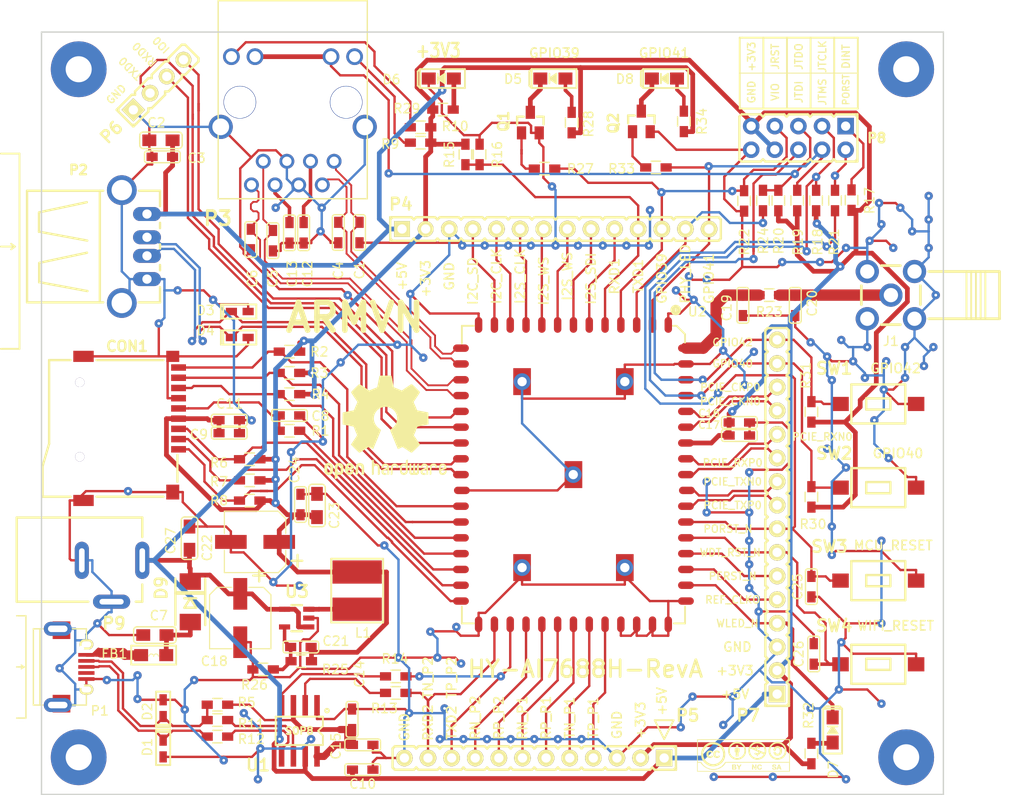
<source format=kicad_pcb>
(kicad_pcb (version 20171130) (host pcbnew "(5.1.12)-1")
  (title_block (title AI7688H) (rev A) (company ARMVN))
  (layers (0 F.Cu signal) (31 B.Cu signal) (34 B.Paste user hide) (35 F.Paste user hide) (36 B.SilkS user hide) (37 F.SilkS user hide) (38 B.Mask user hide) (39 F.Mask user hide) (44 Edge.Cuts user))
  (net 0 "")
  (net 1 GND)
  (net 2 +5V)
  (net 3 "Net-(C8-Pad2)")
  (net 4 +3V3)
  (net 5 "Net-(C12-Pad2)")
  (net 6 "Net-(C13-Pad2)")
  (net 7 "Net-(C20-Pad2)")
  (net 8 "Net-(C21-Pad1)")
  (net 9 /AI7688H/PORST_N)
  (net 10 /AI7688H/WDT_RST_N)
  (net 11 /AI7688H/MDI_TN_P4)
  (net 12 /AI7688H/MDI_TP_P4)
  (net 13 /AI7688H/MDI_RN_P4)
  (net 14 /AI7688H/MDI_RN_P3)
  (net 15 /AI7688H/MDI_RP_P3)
  (net 16 /AI7688H/MDI_TN_P3)
  (net 17 /AI7688H/MDI_RP_P4)
  (net 18 "Net-(P3-Pad9)")
  (net 19 "Net-(P3-Pad12)")
  (net 20 /AI7688H/MDI_TN_P2)
  (net 21 "Net-(R13-Pad2)")
  (net 22 /AI7688H/MDI_TP_P2)
  (net 23 "Net-(R14-Pad2)")
  (net 24 /AI7688H/UART_7688_TXD1)
  (net 25 /AI7688H/EJTAG_DINT)
  (net 26 /AI7688H/JTCLK_GPIO_40)
  (net 27 /AI7688H/EPHY_LED0_N)
  (net 28 /AI7688H/JTDI_GPIO_42)
  (net 29 /AI7688H/JRST_GPIO_39)
  (net 30 /AI7688H/JTDO_EPHY_LED0_N)
  (net 31 "Net-(Q1-Pad1)")
  (net 32 "Net-(D5-Pad2)")
  (net 33 "Net-(D6-Pad2)")
  (net 34 "Net-(D7-Pad2)")
  (net 35 "Net-(Q2-Pad1)")
  (net 36 "Net-(D8-Pad2)")
  (net 37 /AI7688H/I2S_SDI)
  (net 38 /AI7688H/UART_7688_RXD1)
  (net 39 /AI7688H/I2S_SDO)
  (net 40 /AI7688H/I2S_WS)
  (net 41 /AI7688H/I2C_SD)
  (net 42 /AI7688H/I2C_SCLK)
  (net 43 /AI7688H/MDI_RN_P2)
  (net 44 /AI7688H/MDI_RN_P1)
  (net 45 /AI7688H/MDI_TP_P1)
  (net 46 /AI7688H/MDI_TN_P1)
  (net 47 /AI7688H/PERST_N)
  (net 48 /AI7688H/REF_CLKO)
  (net 49 /AI7688H/WLED_N)
  (net 50 /AI7688H/GPIO_0)
  (net 51 /AI7688H/UART_7688_TXD0)
  (net 52 /AI7688H/UART_7688_RXD0)
  (net 53 "Net-(L1-Pad1)")
  (net 54 /AI7688H/RF)
  (net 55 "Net-(D5-Pad1)")
  (net 56 "Net-(D8-Pad1)")
  (net 57 "Net-(FB1-Pad1)")
  (net 58 "Net-(P1-Pad4)")
  (net 59 /AI7688H/EJTAG_PORST_N)
  (net 60 "Net-(CON1-Pad14)")
  (net 61 "Net-(CON1-Pad15)")
  (net 62 /AI7688H/MDI_RP_P1)
  (net 63 +5V_USBOTG)
  (net 64 "Net-(MH1-Pad1)")
  (net 65 "Net-(MH2-Pad1)")
  (net 66 "Net-(MH3-Pad1)")
  (net 67 "Net-(MH4-Pad1)")
  (net 68 /AI7688H/MDI_RP_P2)
  (net 69 /AI7688H/JTMS_GPIO_41)
  (net 70 VO_3V3)
  (net 71 /AI7688H/USB_OTG_D+)
  (net 72 /AI7688H/USB_OTG_D-)
  (net 73 /AI7688H/D-)
  (net 74 /AI7688H/D+)
  (net 75 /AI7688H/MDI_P0_R_P)
  (net 76 /AI7688H/MDI_P0_R_N)
  (net 77 /AI7688H/MDI_P0_T_P)
  (net 78 /AI7688H/MDI_P0_T_N)
  (net 79 /AI7688H/USB_D_P)
  (net 80 /AI7688H/USB_D_N)
  (net 81 /AI7688H/PCIE_CK0_P)
  (net 82 /AI7688H/PCIE_CK0_N)
  (net 83 /AI7688H/PCIE_RX0_P)
  (net 84 /AI7688H/PCIE_RX0_N)
  (net 85 /AI7688H/PCIE_TX0_N)
  (net 86 /AI7688H/PCIE_TX0_P)
  (net 87 /AI7688H/I2S_SCLK)
  (module trongle:Via_1018mm (layer F.Cu) (at 125.687 95.598)
    (fp_text reference REF**_119 hide)
    (fp_text value Via_1018mm)
    (pad 1 thru_hole circle (at 0 0) (size 1.8 1.8) (drill 1) (layers *.Cu *.Mask) (net 1 GND) (thermal_gap 0.2))
  )
  (module trongle:Via_1018mm (layer F.Cu) (at 136.737 95.598)
    (fp_text reference REF**_118 hide)
    (fp_text value Via_1018mm)
    (pad 1 thru_hole circle (at 0 0) (size 1.8 1.8) (drill 1) (layers *.Cu *.Mask) (net 1 GND) (thermal_gap 0.2))
  )
  (module trongle:Via_1018mm (layer F.Cu) (at 136.737 75.598)
    (fp_text reference REF**_117 hide)
    (fp_text value Via_1018mm)
    (pad 1 thru_hole circle (at 0 0) (size 1.8 1.8) (drill 1) (layers *.Cu *.Mask) (net 1 GND))
  )
  (module trongle:Via_1018mm (layer F.Cu) (at 125.687 75.598)
    (fp_text reference REF**_116 hide)
    (fp_text value Via_1018mm)
    (pad 1 thru_hole circle (at 0 0) (size 1.8 1.8) (drill 1) (layers *.Cu *.Mask) (net 1 GND))
  )
  (module trongle:Via_0309mm (layer F.Cu) (at 98.933 97.155)
    (fp_text reference REF**_115 hide)
    (fp_text value Via_0309mm hide)
    (pad 1 thru_hole circle (at 0 0) (size 0.9 0.9) (drill 0.3) (layers *.Cu) (net 1 GND))
  )
  (module trongle:Via_0309mm (layer F.Cu) (at 101.727 97.536)
    (fp_text reference REF**_114 hide)
    (fp_text value Via_0309mm hide)
    (pad 1 thru_hole circle (at 0 0) (size 0.9 0.9) (drill 0.3) (layers *.Cu) (net 1 GND))
  )
  (module trongle:Via_0309mm (layer F.Cu) (at 119.126 105.918)
    (fp_text reference REF**_113 hide)
    (fp_text value Via_0309mm hide)
    (pad 1 thru_hole circle (at 0 0) (size 0.9 0.9) (drill 0.3) (layers *.Cu) (net 1 GND))
  )
  (module trongle:Via_0309mm (layer F.Cu) (at 115.824 102.489)
    (fp_text reference REF**_112 hide)
    (fp_text value Via_0309mm hide)
    (pad 1 thru_hole circle (at 0 0) (size 0.9 0.9) (drill 0.3) (layers *.Cu) (net 1 GND))
  )
  (module trongle:Via_0309mm (layer F.Cu) (at 112.395 105.283)
    (fp_text reference REF**_111 hide)
    (fp_text value Via_0309mm hide)
    (pad 1 thru_hole circle (at 0 0) (size 0.9 0.9) (drill 0.3) (layers *.Cu) (net 1 GND))
  )
  (module trongle:Via_0309mm (layer F.Cu) (at 116.586 105.283)
    (fp_text reference REF**_110 hide)
    (fp_text value Via_0309mm hide)
    (pad 1 thru_hole circle (at 0 0) (size 0.9 0.9) (drill 0.3) (layers *.Cu) (net 1 GND))
  )
  (module trongle:Via_0309mm (layer F.Cu) (at 100.838 83.185)
    (fp_text reference REF**_109 hide)
    (fp_text value Via_0309mm hide)
    (pad 1 thru_hole circle (at 0 0) (size 0.9 0.9) (drill 0.3) (layers *.Cu) (net 1 GND))
  )
  (module trongle:SOT-23-5 (layer F.Cu) (at 101.443 101.031)
    (fp_text reference U3 (at 0.03 -2.86) (layer F.SilkS) (effects (font (size 1.27 1.27) (thickness 0.254))))
    (fp_text value SY8008)
    (pad 4 smd rect (at -1.3 -0.95) (size 1.2 0.55) (layers F.Cu F.Paste F.Mask) (net 2 +5V) (clearance 0.0508))
    (pad 5 smd rect (at -1.3 0.95) (size 1.2 0.55) (layers F.Cu F.Paste F.Mask) (net 8 "Net-(C21-Pad1)") (clearance 0.0508))
    (pad 3 smd rect (at 1.3 -0.95) (size 1.2 0.55) (layers F.Cu F.Paste F.Mask) (net 53 "Net-(L1-Pad1)") (clearance 0.0508))
    (pad 2 smd rect (at 1.3 0) (size 1.2 0.55) (layers F.Cu F.Paste F.Mask) (net 1 GND) (clearance 0.0508))
    (pad 1 smd rect (at 1.3 0.95) (size 1.2 0.55) (layers F.Cu F.Paste F.Mask) (net 2 +5V) (clearance 0.0508))
  )
  (module trongle:CAPC0603x018M (layer F.Cu) (at 101.897 104.14)
    (fp_text reference C21 (at 3.767 -0.635) (layer F.SilkS))
    (fp_text value 100nF)
    (pad 1 smd rect (at -1.1 0) (size 1.2 0.9) (layers F.Cu F.Paste F.Mask) (net 8 "Net-(C21-Pad1)"))
    (pad 2 smd rect (at 1.1 0) (size 1.2 0.9) (layers F.Cu F.Paste F.Mask) (net 4 +3V3))
  )
  (module trongle:Via_0309mm (layer F.Cu) (at 89.408 110.871)
    (fp_text reference REF**_108 hide)
    (fp_text value Via_0309mm hide)
    (pad 1 thru_hole circle (at 0 0) (size 0.9 0.9) (drill 0.3) (layers *.Cu) (net 1 GND))
  )
  (module trongle:Via_0309mm (layer F.Cu) (at 128.905 54.61)
    (fp_text reference REF**_107 hide)
    (fp_text value Via_0309mm hide)
    (pad 1 thru_hole circle (at 0 0) (size 0.9 0.9) (drill 0.3) (layers *.Cu) (net 1 GND))
  )
  (module trongle:Via_0309mm (layer F.Cu) (at 139.446 57.15)
    (fp_text reference REF**_106 hide)
    (fp_text value Via_0309mm hide)
    (pad 1 thru_hole circle (at 0 0) (size 0.9 0.9) (drill 0.3) (layers *.Cu) (net 1 GND))
  )
  (module trongle:Via_0309mm (layer F.Cu) (at 99.187 56.896)
    (fp_text reference REF**_105 hide)
    (fp_text value Via_0309mm hide)
    (pad 1 thru_hole circle (at 0 0) (size 0.9 0.9) (drill 0.3) (layers *.Cu) (net 1 GND))
  )
  (module trongle:Via_0309mm (layer F.Cu) (at 104.14 56.896)
    (fp_text reference REF**_104 hide)
    (fp_text value Via_0309mm hide)
    (pad 1 thru_hole circle (at 0 0) (size 0.9 0.9) (drill 0.3) (layers *.Cu) (net 1 GND))
  )
  (module trongle:Via_0309mm (layer F.Cu) (at 104.013 59.436)
    (fp_text reference REF**_103 hide)
    (fp_text value Via_0309mm hide)
    (pad 1 thru_hole circle (at 0 0) (size 0.9 0.9) (drill 0.3) (layers *.Cu) (net 1 GND))
  )
  (module trongle:Via_0309mm (layer F.Cu) (at 115.062 73.025)
    (fp_text reference REF**_102 hide)
    (fp_text value Via_0309mm hide)
    (pad 1 thru_hole circle (at 0 0) (size 0.9 0.9) (drill 0.3) (layers *.Cu) (net 1 GND))
  )
  (module trongle:Via_0309mm (layer F.Cu) (at 97.282 118.364)
    (fp_text reference REF**_101 hide)
    (fp_text value Via_0309mm hide)
    (pad 1 thru_hole circle (at 0 0) (size 0.9 0.9) (drill 0.3) (layers *.Cu) (net 1 GND))
  )
  (module trongle:Via_0309mm (layer F.Cu) (at 164.592 76.454)
    (fp_text reference REF**_100 hide)
    (fp_text value Via_0309mm hide)
    (pad 1 thru_hole circle (at 0 0) (size 0.9 0.9) (drill 0.3) (layers *.Cu) (net 1 GND))
  )
  (module trongle:Via_0309mm (layer F.Cu) (at 163.576 79.756)
    (fp_text reference REF**_99 hide)
    (fp_text value Via_0309mm hide)
    (pad 1 thru_hole circle (at 0 0) (size 0.9 0.9) (drill 0.3) (layers *.Cu) (net 1 GND))
  )
  (module trongle:Via_0309mm (layer F.Cu) (at 165.1 83.82)
    (fp_text reference REF**_98 hide)
    (fp_text value Via_0309mm hide)
    (pad 1 thru_hole circle (at 0 0) (size 0.9 0.9) (drill 0.3) (layers *.Cu) (net 1 GND))
  )
  (module trongle:Via_0309mm (layer F.Cu) (at 164.338 92.71)
    (fp_text reference REF**_97 hide)
    (fp_text value Via_0309mm hide)
    (pad 1 thru_hole circle (at 0 0) (size 0.9 0.9) (drill 0.3) (layers *.Cu) (net 1 GND))
  )
  (module trongle:Via_0309mm (layer F.Cu) (at 164.338 101.6)
    (fp_text reference REF**_96 hide)
    (fp_text value Via_0309mm hide)
    (pad 1 thru_hole circle (at 0 0) (size 0.9 0.9) (drill 0.3) (layers *.Cu) (net 1 GND))
  )
  (module trongle:Via_0309mm (layer F.Cu) (at 164.338 110.236)
    (fp_text reference REF**_95 hide)
    (fp_text value Via_0309mm hide)
    (pad 1 thru_hole circle (at 0 0) (size 0.9 0.9) (drill 0.3) (layers *.Cu) (net 1 GND))
  )
  (module trongle:Via_0309mm (layer F.Cu) (at 160.528 118.364)
    (fp_text reference REF**_94 hide)
    (fp_text value Via_0309mm hide)
    (pad 1 thru_hole circle (at 0 0) (size 0.9 0.9) (drill 0.3) (layers *.Cu) (net 1 GND))
  )
  (module trongle:Via_0309mm (layer F.Cu) (at 146.304 118.11)
    (fp_text reference REF**_93 hide)
    (fp_text value Via_0309mm hide)
    (pad 1 thru_hole circle (at 0 0) (size 0.9 0.9) (drill 0.3) (layers *.Cu) (net 1 GND))
  )
  (module trongle:Via_0309mm (layer F.Cu) (at 150.622 72.39)
    (fp_text reference REF**_92 hide)
    (fp_text value Via_0309mm hide)
    (pad 1 thru_hole circle (at 0 0) (size 0.9 0.9) (drill 0.3) (layers *.Cu) (net 1 GND))
  )
  (module trongle:Via_0309mm (layer F.Cu) (at 151.13 100.33)
    (fp_text reference REF**_91 hide)
    (fp_text value Via_0309mm hide)
    (pad 1 thru_hole circle (at 0 0) (size 0.9 0.9) (drill 0.3) (layers *.Cu) (net 1 GND))
  )
  (module trongle:Via_0309mm (layer F.Cu) (at 148.336 109.474)
    (fp_text reference REF**_90 hide)
    (fp_text value Via_0309mm hide)
    (pad 1 thru_hole circle (at 0 0) (size 0.9 0.9) (drill 0.3) (layers *.Cu) (net 1 GND))
  )
  (module trongle:Via_0309mm (layer F.Cu) (at 142.748 112.776)
    (fp_text reference REF**_89 hide)
    (fp_text value Via_0309mm hide)
    (pad 1 thru_hole circle (at 0 0) (size 0.9 0.9) (drill 0.3) (layers *.Cu) (net 1 GND))
  )
  (module trongle:Via_0309mm (layer F.Cu) (at 113.538 111.252)
    (fp_text reference REF**_88 hide)
    (fp_text value Via_0309mm hide)
    (pad 1 thru_hole circle (at 0 0) (size 0.9 0.9) (drill 0.3) (layers *.Cu) (net 1 GND))
  )
  (module trongle:Via_0309mm (layer F.Cu) (at 117.348 110.744)
    (fp_text reference REF**_87 hide)
    (fp_text value Via_0309mm hide)
    (pad 1 thru_hole circle (at 0 0) (size 0.9 0.9) (drill 0.3) (layers *.Cu) (net 1 GND))
  )
  (module trongle:Via_0309mm (layer F.Cu) (at 116.84 114.046)
    (fp_text reference REF**_86 hide)
    (fp_text value Via_0309mm hide)
    (pad 1 thru_hole circle (at 0 0) (size 0.9 0.9) (drill 0.3) (layers *.Cu) (net 1 GND))
  )
  (module trongle:Via_0309mm (layer F.Cu) (at 119.38 114.046)
    (fp_text reference REF**_85 hide)
    (fp_text value Via_0309mm hide)
    (pad 1 thru_hole circle (at 0 0) (size 0.9 0.9) (drill 0.3) (layers *.Cu) (net 1 GND))
  )
  (module trongle:Via_0309mm (layer F.Cu) (at 121.92 114.046)
    (fp_text reference REF**_84 hide)
    (fp_text value Via_0309mm hide)
    (pad 1 thru_hole circle (at 0 0) (size 0.9 0.9) (drill 0.3) (layers *.Cu) (net 1 GND))
  )
  (module trongle:Via_0309mm (layer F.Cu) (at 124.46 114.046)
    (fp_text reference REF**_83 hide)
    (fp_text value Via_0309mm hide)
    (pad 1 thru_hole circle (at 0 0) (size 0.9 0.9) (drill 0.3) (layers *.Cu) (net 1 GND))
  )
  (module trongle:Via_0309mm (layer F.Cu) (at 127 114.046)
    (fp_text reference REF**_82 hide)
    (fp_text value Via_0309mm hide)
    (pad 1 thru_hole circle (at 0 0) (size 0.9 0.9) (drill 0.3) (layers *.Cu) (net 1 GND))
  )
  (module trongle:Via_0309mm (layer F.Cu) (at 132.08 114.046)
    (fp_text reference REF**_81 hide)
    (fp_text value Via_0309mm hide)
    (pad 1 thru_hole circle (at 0 0) (size 0.9 0.9) (drill 0.3) (layers *.Cu) (net 1 GND))
  )
  (module trongle:Via_0309mm (layer F.Cu) (at 129.54 114.046)
    (fp_text reference REF**_80 hide)
    (fp_text value Via_0309mm hide)
    (pad 1 thru_hole circle (at 0 0) (size 0.9 0.9) (drill 0.3) (layers *.Cu) (net 1 GND))
  )
  (module trongle:Via_0309mm (layer F.Cu) (at 156.718 110.744)
    (fp_text reference REF**_79 hide)
    (fp_text value Via_0309mm hide)
    (pad 1 thru_hole circle (at 0 0) (size 0.9 0.9) (drill 0.3) (layers *.Cu) (net 1 GND))
  )
  (module trongle:Via_0309mm (layer F.Cu) (at 159.766 108.712)
    (fp_text reference REF**_78 hide)
    (fp_text value Via_0309mm hide)
    (pad 1 thru_hole circle (at 0 0) (size 0.9 0.9) (drill 0.3) (layers *.Cu) (net 1 GND))
  )
  (module trongle:Via_0309mm (layer F.Cu) (at 160.02 103.632)
    (fp_text reference REF**_77 hide)
    (fp_text value Via_0309mm hide)
    (pad 1 thru_hole circle (at 0 0) (size 0.9 0.9) (drill 0.3) (layers *.Cu) (net 1 GND))
  )
  (module trongle:Via_0309mm (layer F.Cu) (at 159.004 94.234)
    (fp_text reference REF**_76 hide)
    (fp_text value Via_0309mm hide)
    (pad 1 thru_hole circle (at 0 0) (size 0.9 0.9) (drill 0.3) (layers *.Cu) (net 1 GND))
  )
  (module trongle:Via_0309mm (layer F.Cu) (at 159.004 91.186)
    (fp_text reference REF**_75 hide)
    (fp_text value Via_0309mm hide)
    (pad 1 thru_hole circle (at 0 0) (size 0.9 0.9) (drill 0.3) (layers *.Cu) (net 1 GND))
  )
  (module trongle:Via_0309mm (layer F.Cu) (at 158.496 82.804)
    (fp_text reference REF**_74 hide)
    (fp_text value Via_0309mm hide)
    (pad 1 thru_hole circle (at 0 0) (size 0.9 0.9) (drill 0.3) (layers *.Cu) (net 1 GND))
  )
  (module trongle:Via_0309mm (layer F.Cu) (at 160.528 84.836)
    (fp_text reference REF**_73 hide)
    (fp_text value Via_0309mm hide)
    (pad 1 thru_hole circle (at 0 0) (size 0.9 0.9) (drill 0.3) (layers *.Cu) (net 1 GND))
  )
  (module trongle:Via_0309mm (layer F.Cu) (at 102.997 114.046)
    (fp_text reference REF**_72 hide)
    (fp_text value Via_0309mm hide)
    (pad 1 thru_hole circle (at 0 0) (size 0.9 0.9) (drill 0.3) (layers *.Cu) (net 1 GND))
  )
  (module trongle:Via_0309mm (layer F.Cu) (at 93.599 116.332)
    (fp_text reference REF**_71 hide)
    (fp_text value Via_0309mm hide)
    (pad 1 thru_hole circle (at 0 0) (size 0.9 0.9) (drill 0.3) (layers *.Cu) (net 1 GND))
  )
  (module trongle:Via_0309mm (layer F.Cu) (at 104.267 82.042)
    (fp_text reference REF**_70 hide)
    (fp_text value Via_0309mm hide)
    (pad 1 thru_hole circle (at 0 0) (size 0.9 0.9) (drill 0.3) (layers *.Cu) (net 1 GND))
  )
  (module trongle:Via_0309mm (layer F.Cu) (at 106.172 73.533)
    (fp_text reference REF**_69 hide)
    (fp_text value Via_0309mm hide)
    (pad 1 thru_hole circle (at 0 0) (size 0.9 0.9) (drill 0.3) (layers *.Cu) (net 1 GND))
  )
  (module trongle:Via_0309mm (layer F.Cu) (at 119.253 60.96)
    (fp_text reference REF**_68 hide)
    (fp_text value Via_0309mm hide)
    (pad 1 thru_hole circle (at 0 0) (size 0.9 0.9) (drill 0.3) (layers *.Cu) (net 1 GND))
  )
  (module trongle:Via_0309mm (layer F.Cu) (at 121.666 60.96)
    (fp_text reference REF**_67 hide)
    (fp_text value Via_0309mm hide)
    (pad 1 thru_hole circle (at 0 0) (size 0.9 0.9) (drill 0.3) (layers *.Cu) (net 1 GND))
  )
  (module trongle:Via_0309mm (layer F.Cu) (at 124.206 60.96)
    (fp_text reference REF**_66 hide)
    (fp_text value Via_0309mm hide)
    (pad 1 thru_hole circle (at 0 0) (size 0.9 0.9) (drill 0.3) (layers *.Cu) (net 1 GND))
  )
  (module trongle:Via_0309mm (layer F.Cu) (at 126.619 60.96)
    (fp_text reference REF**_65 hide)
    (fp_text value Via_0309mm hide)
    (pad 1 thru_hole circle (at 0 0) (size 0.9 0.9) (drill 0.3) (layers *.Cu) (net 1 GND))
  )
  (module trongle:Via_0309mm (layer F.Cu) (at 129.286 60.96)
    (fp_text reference REF**_64 hide)
    (fp_text value Via_0309mm hide)
    (pad 1 thru_hole circle (at 0 0) (size 0.9 0.9) (drill 0.3) (layers *.Cu) (net 1 GND))
  )
  (module trongle:Via_0309mm (layer F.Cu) (at 131.699 60.96)
    (fp_text reference REF**_63 hide)
    (fp_text value Via_0309mm hide)
    (pad 1 thru_hole circle (at 0 0) (size 0.9 0.9) (drill 0.3) (layers *.Cu) (net 1 GND))
  )
  (module trongle:Via_0309mm (layer F.Cu) (at 134.366 60.96)
    (fp_text reference REF**_62 hide)
    (fp_text value Via_0309mm hide)
    (pad 1 thru_hole circle (at 0 0) (size 0.9 0.9) (drill 0.3) (layers *.Cu) (net 1 GND))
  )
  (module trongle:Via_0309mm (layer F.Cu) (at 136.906 60.96)
    (fp_text reference REF**_61 hide)
    (fp_text value Via_0309mm hide)
    (pad 1 thru_hole circle (at 0 0) (size 0.9 0.9) (drill 0.3) (layers *.Cu) (net 1 GND))
  )
  (module trongle:Via_0309mm (layer F.Cu) (at 139.319 60.96)
    (fp_text reference REF**_60 hide)
    (fp_text value Via_0309mm hide)
    (pad 1 thru_hole circle (at 0 0) (size 0.9 0.9) (drill 0.3) (layers *.Cu) (net 1 GND))
  )
  (module trongle:Via_0309mm (layer F.Cu) (at 143.637 64.262)
    (fp_text reference REF**_59 hide)
    (fp_text value Via_0309mm hide)
    (pad 1 thru_hole circle (at 0 0) (size 0.9 0.9) (drill 0.3) (layers *.Cu) (net 1 GND))
  )
  (module trongle:Via_0309mm (layer F.Cu) (at 145.542 64.643)
    (fp_text reference REF**_58 hide)
    (fp_text value Via_0309mm hide)
    (pad 1 thru_hole circle (at 0 0) (size 0.9 0.9) (drill 0.3) (layers *.Cu) (net 1 GND))
  )
  (module trongle:Via_0309mm (layer F.Cu) (at 144.145 66.802)
    (fp_text reference REF**_57 hide)
    (fp_text value Via_0309mm hide)
    (pad 1 thru_hole circle (at 0 0) (size 0.9 0.9) (drill 0.3) (layers *.Cu) (net 1 GND))
  )
  (module trongle:Via_0309mm (layer F.Cu) (at 113.665 66.167)
    (fp_text reference REF**_56 hide)
    (fp_text value Via_0309mm hide)
    (pad 1 thru_hole circle (at 0 0) (size 0.9 0.9) (drill 0.3) (layers *.Cu) (net 1 GND))
  )
  (module trongle:Via_0309mm (layer F.Cu) (at 112.268 71.628)
    (fp_text reference REF**_55 hide)
    (fp_text value Via_0309mm hide)
    (pad 1 thru_hole circle (at 0 0) (size 0.9 0.9) (drill 0.3) (layers *.Cu) (net 1 GND))
  )
  (module trongle:Via_0309mm (layer F.Cu) (at 106.934 66.294)
    (fp_text reference REF**_54 hide)
    (fp_text value Via_0309mm hide)
    (pad 1 thru_hole circle (at 0 0) (size 0.9 0.9) (drill 0.3) (layers *.Cu) (net 1 GND))
  )
  (module trongle:Via_0309mm (layer F.Cu) (at 92.456 66.802)
    (fp_text reference REF**_53 hide)
    (fp_text value Via_0309mm hide)
    (pad 1 thru_hole circle (at 0 0) (size 0.9 0.9) (drill 0.3) (layers *.Cu) (net 1 GND))
  )
  (module trongle:Via_0309mm (layer F.Cu) (at 88.646 65.786)
    (fp_text reference REF**_52 hide)
    (fp_text value Via_0309mm hide)
    (pad 1 thru_hole circle (at 0 0) (size 0.9 0.9) (drill 0.3) (layers *.Cu) (net 1 GND))
  )
  (module trongle:Via_0309mm (layer F.Cu) (at 86.614 69.342)
    (fp_text reference REF**_51 hide)
    (fp_text value Via_0309mm hide)
    (pad 1 thru_hole circle (at 0 0) (size 0.9 0.9) (drill 0.3) (layers *.Cu) (net 1 GND))
  )
  (module trongle:Via_0309mm (layer F.Cu) (at 83.312 87.376)
    (fp_text reference REF**_50 hide)
    (fp_text value Via_0309mm hide)
    (pad 1 thru_hole circle (at 0 0) (size 0.9 0.9) (drill 0.3) (layers *.Cu) (net 1 GND))
  )
  (module trongle:Via_0309mm (layer F.Cu) (at 95.758 111.252)
    (fp_text reference REF**_49 hide)
    (fp_text value Via_0309mm hide)
    (pad 1 thru_hole circle (at 0 0) (size 0.9 0.9) (drill 0.3) (layers *.Cu) (net 1 GND))
  )
  (module trongle:Via_0309mm (layer F.Cu) (at 97.536 115.062)
    (fp_text reference REF**_48 hide)
    (fp_text value Via_0309mm hide)
    (pad 1 thru_hole circle (at 0 0) (size 0.9 0.9) (drill 0.3) (layers *.Cu) (net 1 GND))
  )
  (module trongle:Via_0309mm (layer F.Cu) (at 84.328 107.188)
    (fp_text reference REF**_47 hide)
    (fp_text value Via_0309mm hide)
    (pad 1 thru_hole circle (at 0 0) (size 0.9 0.9) (drill 0.3) (layers *.Cu) (net 1 GND))
  )
  (module trongle:Via_0309mm (layer F.Cu) (at 75.946 106.426)
    (fp_text reference REF**_46 hide)
    (fp_text value Via_0309mm hide)
    (pad 1 thru_hole circle (at 0 0) (size 0.9 0.9) (drill 0.3) (layers *.Cu) (net 1 GND))
  )
  (module trongle:Via_0309mm (layer F.Cu) (at 80.01 101.6)
    (fp_text reference REF**_45 hide)
    (fp_text value Via_0309mm hide)
    (pad 1 thru_hole circle (at 0 0) (size 0.9 0.9) (drill 0.3) (layers *.Cu) (net 1 GND))
  )
  (module trongle:Via_0309mm (layer F.Cu) (at 81.026 107.696)
    (fp_text reference REF**_44 hide)
    (fp_text value Via_0309mm hide)
    (pad 1 thru_hole circle (at 0 0) (size 0.9 0.9) (drill 0.3) (layers *.Cu) (net 1 GND))
  )
  (module trongle:Via_0309mm (layer F.Cu) (at 84.328 109.728)
    (fp_text reference REF**_43 hide)
    (fp_text value Via_0309mm hide)
    (pad 1 thru_hole circle (at 0 0) (size 0.9 0.9) (drill 0.3) (layers *.Cu) (net 1 GND))
  )
  (module trongle:Via_0309mm (layer F.Cu) (at 90.424 107.696)
    (fp_text reference REF**_42 hide)
    (fp_text value Via_0309mm hide)
    (pad 1 thru_hole circle (at 0 0) (size 0.9 0.9) (drill 0.3) (layers *.Cu) (net 1 GND))
  )
  (module trongle:Via_0309mm (layer F.Cu) (at 110.871 93.218)
    (fp_text reference REF**_41 hide)
    (fp_text value Via_0309mm hide)
    (pad 1 thru_hole circle (at 0 0) (size 0.9 0.9) (drill 0.3) (layers *.Cu) (net 1 GND))
  )
  (module trongle:Via_0309mm (layer F.Cu) (at 118.618 101.981)
    (fp_text reference REF**_40 hide)
    (fp_text value Via_0309mm hide)
    (pad 1 thru_hole circle (at 0 0) (size 0.9 0.9) (drill 0.3) (layers *.Cu) (net 1 GND))
  )
  (module trongle:Via_0309mm (layer F.Cu) (at 152.654 118.11)
    (fp_text reference REF**_39 hide)
    (fp_text value Via_0309mm hide)
    (pad 1 thru_hole circle (at 0 0) (size 0.9 0.9) (drill 0.3) (layers *.Cu) (net 1 GND))
  )
  (module trongle:Via_0309mm (layer F.Cu) (at 147.32 112.522)
    (fp_text reference REF**_38 hide)
    (fp_text value Via_0309mm hide)
    (pad 1 thru_hole circle (at 0 0) (size 0.9 0.9) (drill 0.3) (layers *.Cu) (net 1 GND))
  )
  (module trongle:Via_0309mm (layer F.Cu) (at 144.018 109.474)
    (fp_text reference REF**_37 hide)
    (fp_text value Via_0309mm hide)
    (pad 1 thru_hole circle (at 0 0) (size 0.9 0.9) (drill 0.3) (layers *.Cu) (net 1 GND))
  )
  (module trongle:Via_0309mm (layer F.Cu) (at 150.114 97.79)
    (fp_text reference REF**_36 hide)
    (fp_text value Via_0309mm hide)
    (pad 1 thru_hole circle (at 0 0) (size 0.9 0.9) (drill 0.3) (layers *.Cu) (net 1 GND))
  )
  (module trongle:Via_0309mm (layer F.Cu) (at 150.114 95.25)
    (fp_text reference REF**_35 hide)
    (fp_text value Via_0309mm hide)
    (pad 1 thru_hole circle (at 0 0) (size 0.9 0.9) (drill 0.3) (layers *.Cu) (net 1 GND))
  )
  (module trongle:Via_0309mm (layer F.Cu) (at 150.114 92.71)
    (fp_text reference REF**_34 hide)
    (fp_text value Via_0309mm hide)
    (pad 1 thru_hole circle (at 0 0) (size 0.9 0.9) (drill 0.3) (layers *.Cu) (net 1 GND))
  )
  (module trongle:Via_0309mm (layer F.Cu) (at 150.114 89.662)
    (fp_text reference REF**_33 hide)
    (fp_text value Via_0309mm hide)
    (pad 1 thru_hole circle (at 0 0) (size 0.9 0.9) (drill 0.3) (layers *.Cu) (net 1 GND))
  )
  (module trongle:Via_0309mm (layer F.Cu) (at 145.542 89.662)
    (fp_text reference REF**_32 hide)
    (fp_text value Via_0309mm hide)
    (pad 1 thru_hole circle (at 0 0) (size 0.9 0.9) (drill 0.3) (layers *.Cu) (net 1 GND))
  )
  (module trongle:Via_0309mm (layer F.Cu) (at 150.114 85.344)
    (fp_text reference REF**_31 hide)
    (fp_text value Via_0309mm hide)
    (pad 1 thru_hole circle (at 0 0) (size 0.9 0.9) (drill 0.3) (layers *.Cu) (net 1 GND))
  )
  (module trongle:Via_0309mm (layer F.Cu) (at 145.542 86.36)
    (fp_text reference REF**_30 hide)
    (fp_text value Via_0309mm hide)
    (pad 1 thru_hole circle (at 0 0) (size 0.9 0.9) (drill 0.3) (layers *.Cu) (net 1 GND))
  )
  (module trongle:Via_0309mm (layer F.Cu) (at 149.606 75.946)
    (fp_text reference REF**_29 hide)
    (fp_text value Via_0309mm hide)
    (pad 1 thru_hole circle (at 0 0) (size 0.9 0.9) (drill 0.3) (layers *.Cu) (net 1 GND))
  )
  (module trongle:Via_0309mm (layer F.Cu) (at 170.18 66.294)
    (fp_text reference REF**_28 hide)
    (fp_text value Via_0309mm hide)
    (pad 1 thru_hole circle (at 0 0) (size 0.9 0.9) (drill 0.3) (layers *.Cu) (net 1 GND))
  )
  (module trongle:Via_0309mm (layer F.Cu) (at 158.496 72.898)
    (fp_text reference REF**_27 hide)
    (fp_text value Via_0309mm hide)
    (pad 1 thru_hole circle (at 0 0) (size 0.9 0.9) (drill 0.3) (layers *.Cu) (net 1 GND))
  )
  (module trongle:Via_0309mm (layer F.Cu) (at 159.004 75.438)
    (fp_text reference REF**_26 hide)
    (fp_text value Via_0309mm hide)
    (pad 1 thru_hole circle (at 0 0) (size 0.9 0.9) (drill 0.3) (layers *.Cu) (net 1 GND))
  )
  (module trongle:Via_0309mm (layer F.Cu) (at 166.878 75.184)
    (fp_text reference REF**_25 hide)
    (fp_text value Via_0309mm hide)
    (pad 1 thru_hole circle (at 0 0) (size 0.9 0.9) (drill 0.3) (layers *.Cu) (net 1 GND))
  )
  (module trongle:Via_0309mm (layer F.Cu) (at 162.56 75.184)
    (fp_text reference REF**_24 hide)
    (fp_text value Via_0309mm hide)
    (pad 1 thru_hole circle (at 0 0) (size 0.9 0.9) (drill 0.3) (layers *.Cu) (net 1 GND))
  )
  (module trongle:Via_0309mm (layer F.Cu) (at 161.29 73.406)
    (fp_text reference REF**_23 hide)
    (fp_text value Via_0309mm hide)
    (pad 1 thru_hole circle (at 0 0) (size 0.9 0.9) (drill 0.3) (layers *.Cu) (net 1 GND))
  )
  (module trongle:Via_0309mm (layer F.Cu) (at 164.846 73.406)
    (fp_text reference REF**_22 hide)
    (fp_text value Via_0309mm hide)
    (pad 1 thru_hole circle (at 0 0) (size 0.9 0.9) (drill 0.3) (layers *.Cu) (net 1 GND))
  )
  (module trongle:Via_0309mm (layer F.Cu) (at 168.91 73.914)
    (fp_text reference REF**_21 hide)
    (fp_text value Via_0309mm hide)
    (pad 1 thru_hole circle (at 0 0) (size 0.9 0.9) (drill 0.3) (layers *.Cu) (net 1 GND))
  )
  (module trongle:Via_0309mm (layer F.Cu) (at 169.926 71.882)
    (fp_text reference REF**_20 hide)
    (fp_text value Via_0309mm hide)
    (pad 1 thru_hole circle (at 0 0) (size 0.9 0.9) (drill 0.3) (layers *.Cu) (net 1 GND))
  )
  (module trongle:Via_0309mm (layer F.Cu) (at 166.878 71.882)
    (fp_text reference REF**_19 hide)
    (fp_text value Via_0309mm hide)
    (pad 1 thru_hole circle (at 0 0) (size 0.9 0.9) (drill 0.3) (layers *.Cu) (net 1 GND))
  )
  (module trongle:Via_0309mm (layer F.Cu) (at 162.814 71.882)
    (fp_text reference REF**_18 hide)
    (fp_text value Via_0309mm hide)
    (pad 1 thru_hole circle (at 0 0) (size 0.9 0.9) (drill 0.3) (layers *.Cu) (net 1 GND))
  )
  (module trongle:Via_0309mm (layer F.Cu) (at 160.02 71.12)
    (fp_text reference REF**_17 hide)
    (fp_text value Via_0309mm hide)
    (pad 1 thru_hole circle (at 0 0) (size 0.9 0.9) (drill 0.3) (layers *.Cu) (net 1 GND))
  )
  (module trongle:Via_0309mm (layer F.Cu) (at 156.718 71.374)
    (fp_text reference REF**_16 hide)
    (fp_text value Via_0309mm hide)
    (pad 1 thru_hole circle (at 0 0) (size 0.9 0.9) (drill 0.3) (layers *.Cu) (net 1 GND))
  )
  (module trongle:Via_0309mm (layer F.Cu) (at 147.32 72.263)
    (fp_text reference REF**_15 hide)
    (fp_text value Via_0309mm hide)
    (pad 1 thru_hole circle (at 0 0) (size 0.9 0.9) (drill 0.3) (layers *.Cu) (net 1 GND))
  )
  (module trongle:Via_0309mm (layer F.Cu) (at 142.24 65.786)
    (fp_text reference REF**_14 hide)
    (fp_text value Via_0309mm hide)
    (pad 1 thru_hole circle (at 0 0) (size 0.9 0.9) (drill 0.3) (layers *.Cu) (net 1 GND))
  )
  (module trongle:Via_0309mm (layer F.Cu) (at 169.418 61.214)
    (fp_text reference REF**_13 hide)
    (fp_text value Via_0309mm hide)
    (pad 1 thru_hole circle (at 0 0) (size 0.9 0.9) (drill 0.3) (layers *.Cu) (net 1 GND))
  )
  (module trongle:Via_0309mm (layer F.Cu) (at 165.608 61.214)
    (fp_text reference REF**_12 hide)
    (fp_text value Via_0309mm hide)
    (pad 1 thru_hole circle (at 0 0) (size 0.9 0.9) (drill 0.3) (layers *.Cu) (net 1 GND))
  )
  (module trongle:Via_0309mm (layer F.Cu) (at 167.64 59.436)
    (fp_text reference REF**_11 hide)
    (fp_text value Via_0309mm hide)
    (pad 1 thru_hole circle (at 0 0) (size 0.9 0.9) (drill 0.3) (layers *.Cu) (net 1 GND))
  )
  (module trongle:Via_0309mm (layer F.Cu) (at 169.418 58.166)
    (fp_text reference REF**_10 hide)
    (fp_text value Via_0309mm hide)
    (pad 1 thru_hole circle (at 0 0) (size 0.9 0.9) (drill 0.3) (layers *.Cu) (net 1 GND))
  )
  (module trongle:Via_0309mm (layer F.Cu) (at 169.418 55.626)
    (fp_text reference REF**_9 hide)
    (fp_text value Via_0309mm hide)
    (pad 1 thru_hole circle (at 0 0) (size 0.9 0.9) (drill 0.3) (layers *.Cu) (net 1 GND))
  )
  (module trongle:Via_0309mm (layer F.Cu) (at 166.37 56.896)
    (fp_text reference REF**_8 hide)
    (fp_text value Via_0309mm hide)
    (pad 1 thru_hole circle (at 0 0) (size 0.9 0.9) (drill 0.3) (layers *.Cu) (net 1 GND))
  )
  (module trongle:Via_0309mm (layer F.Cu) (at 164.084 56.388)
    (fp_text reference REF**_7 hide)
    (fp_text value Via_0309mm hide)
    (pad 1 thru_hole circle (at 0 0) (size 0.9 0.9) (drill 0.3) (layers *.Cu) (net 1 GND))
  )
  (module trongle:Via_0309mm (layer F.Cu) (at 164.338 58.674)
    (fp_text reference REF**_6 hide)
    (fp_text value Via_0309mm hide)
    (pad 1 thru_hole circle (at 0 0) (size 0.9 0.9) (drill 0.3) (layers *.Cu) (net 1 GND))
  )
  (module trongle:Via_0309mm (layer F.Cu) (at 163.068 60.452)
    (fp_text reference REF**_5 hide)
    (fp_text value Via_0309mm hide)
    (pad 1 thru_hole circle (at 0 0) (size 0.9 0.9) (drill 0.3) (layers *.Cu) (net 1 GND))
  )
  (module trongle:Via_0309mm (layer F.Cu) (at 160.528 61.214)
    (fp_text reference REF**_4 hide)
    (fp_text value Via_0309mm hide)
    (pad 1 thru_hole circle (at 0 0) (size 0.9 0.9) (drill 0.3) (layers *.Cu) (net 1 GND))
  )
  (module trongle:Via_0309mm (layer F.Cu) (at 157.734 62.738)
    (fp_text reference REF**_3 hide)
    (fp_text value Via_0309mm hide)
    (pad 1 thru_hole circle (at 0 0) (size 0.9 0.9) (drill 0.3) (layers *.Cu) (net 1 GND))
  )
  (module trongle:CAPC0603x018M (layer F.Cu) (at 108.204 59.563 90)
    (fp_text reference C1 (at -4.064 0 90) (layer F.SilkS))
    (fp_text value DNP)
    (pad 1 smd rect (at -1.1 0 90) (size 1.2 0.9) (layers F.Cu F.Paste F.Mask) (net 1 GND))
    (pad 2 smd rect (at 1.1 0 90) (size 1.2 0.9) (layers F.Cu F.Paste F.Mask) (net 75 /AI7688H/MDI_P0_R_P))
  )
  (module trongle:USB_Micro-B_DGK609-4048-1-ND (layer F.Cu) (at 78.826 106.284 270)
    (fp_text reference P1 (at 4.714 -1.438) (layer F.SilkS))
    (fp_text value USB_OTG)
    (pad "" np_thru_hole circle (at -2 0.525 270) (size 0.55 0.55) (drill 0.55) (layers *.Cu))
    (pad 6 thru_hole oval (at -2.425 0 270) (size 1.1 1.5) (drill oval 0.65 1.05) (layers *.Cu *.Mask F.SilkS) (net 1 GND))
    (pad 1 smd rect (at -1.3 0) (size 1.75 0.4) (layers F.Cu F.Paste F.Mask) (net 57 "Net-(FB1-Pad1)"))
    (pad 2 smd rect (at -0.65 0) (size 1.75 0.4) (layers F.Cu F.Paste F.Mask) (net 72 /AI7688H/USB_OTG_D-))
    (pad 3 smd rect (at 0 0) (size 1.75 0.4) (layers F.Cu F.Paste F.Mask) (net 71 /AI7688H/USB_OTG_D+))
    (pad 4 smd rect (at 0.65 0) (size 1.75 0.4) (layers F.Cu F.Paste F.Mask) (net 58 "Net-(P1-Pad4)"))
    (pad 5 smd rect (at 1.3 0) (size 1.75 0.4) (layers F.Cu F.Paste F.Mask) (net 1 GND))
    (pad 6 thru_hole oval (at 2.425 0 270) (size 1.1 1.5) (drill oval 0.65 1.05) (layers *.Cu *.Mask F.SilkS) (net 1 GND))
    (pad 6 thru_hole oval (at -4.1 3.08 270) (size 1.5 3) (drill oval 0.7 2.1) (layers *.Cu *.Mask) (net 1 GND))
    (pad 6 thru_hole oval (at 4.1 3.08 270) (size 1.5 3) (drill oval 0.7 2.1) (layers *.Cu *.Mask) (net 1 GND))
    (pad "" np_thru_hole circle (at 2 0.525 270) (size 0.55 0.55) (drill 0.55) (layers *.Cu))
    (pad 6 smd rect (at -3.95 2.675 270) (size 1.9 1.9) (layers F.Cu F.Paste F.Mask) (net 1 GND))
    (pad 6 smd rect (at 3.95 2.675 270) (size 1.9 1.9) (layers F.Cu F.Paste F.Mask) (net 1 GND))
  )
  (module trongle:RESC0603x018M (layer F.Cu) (at 156.804 87.996 270)
    (fp_text reference R30 (at 2.936 -0.168) (layer F.SilkS))
    (fp_text value 10K)
    (pad 1 smd rect (at -1.1 0 270) (size 1.2 0.9) (layers F.Cu F.Paste F.Mask) (net 26 /AI7688H/JTCLK_GPIO_40))
    (pad 2 smd rect (at 1.1 0 270) (size 1.2 0.9) (layers F.Cu F.Paste F.Mask) (net 4 +3V3))
  )
  (module trongle:CAPC0603x018M (layer F.Cu) (at 149.057 79.995 180)
    (fp_text reference C16 (at 3.261 1.001 180) (layer F.SilkS) (effects (font (size 0.8 0.8) (thickness 0.14))))
    (fp_text value 100uF)
    (pad 1 smd rect (at -1.1 0 180) (size 1.2 0.9) (layers F.Cu F.Paste F.Mask) (net 1 GND))
    (pad 2 smd rect (at 1.1 0 180) (size 1.2 0.9) (layers F.Cu F.Paste F.Mask) (net 4 +3V3))
  )
  (module trongle:CAPC0603x018M (layer F.Cu) (at 149.057 81.392 180)
    (fp_text reference C17 (at 3.261 1.128 180) (layer F.SilkS) (effects (font (size 0.8 0.8) (thickness 0.14))))
    (fp_text value 100nF)
    (pad 1 smd rect (at -1.1 0 180) (size 1.2 0.9) (layers F.Cu F.Paste F.Mask) (net 1 GND))
    (pad 2 smd rect (at 1.1 0 180) (size 1.2 0.9) (layers F.Cu F.Paste F.Mask) (net 4 +3V3))
  )
  (module trongle:CAPC0603x018M (layer F.Cu) (at 157.058 104.887 90)
    (fp_text reference C26 (at 0 -1.61 90) (layer F.SilkS))
    (fp_text value 100nF)
    (pad 1 smd rect (at -1.1 0 90) (size 1.2 0.9) (layers F.Cu F.Paste F.Mask) (net 10 /AI7688H/WDT_RST_N))
    (pad 2 smd rect (at 1.1 0 90) (size 1.2 0.9) (layers F.Cu F.Paste F.Mask) (net 1 GND))
  )
  (module trongle:AI7688H-M (layer F.Cu) (at 131.212 85.598 180)
    (fp_text reference U2 (at -13.314 17.526 180) (layer F.SilkS))
    (fp_text value AI7688H)
    (pad 44 smd oval (at -12.1 -13.6 270) (size 0.8 1.7) (layers F.Cu F.Paste F.Mask) (net 1 GND))
    (pad 45 smd oval (at -12.1 -11.9 270) (size 0.8 1.7) (layers F.Cu F.Paste F.Mask) (net 49 /AI7688H/WLED_N))
    (pad 46 smd oval (at -12.1 -10.2 270) (size 0.8 1.7) (layers F.Cu F.Paste F.Mask) (net 48 /AI7688H/REF_CLKO))
    (pad 47 smd oval (at -12.1 -8.5 270) (size 0.8 1.7) (layers F.Cu F.Paste F.Mask) (net 47 /AI7688H/PERST_N))
    (pad 48 smd oval (at -12.1 -6.8 270) (size 0.8 1.7) (layers F.Cu F.Paste F.Mask) (net 10 /AI7688H/WDT_RST_N))
    (pad 49 smd oval (at -12.1 -5.1 270) (size 0.8 1.7) (layers F.Cu F.Paste F.Mask) (net 9 /AI7688H/PORST_N))
    (pad 50 smd oval (at -12.1 -3.4 270) (size 0.8 1.7) (layers F.Cu F.Paste F.Mask) (net 86 /AI7688H/PCIE_TX0_P))
    (pad 51 smd oval (at -12.2 -1.7 270) (size 0.8 1.7) (layers F.Cu F.Paste F.Mask) (net 85 /AI7688H/PCIE_TX0_N))
    (pad 52 smd oval (at -12.1 0 270) (size 0.8 1.7) (layers F.Cu F.Paste F.Mask) (net 83 /AI7688H/PCIE_RX0_P))
    (pad 53 smd oval (at -12.1 1.7 270) (size 0.8 1.7) (layers F.Cu F.Paste F.Mask) (net 84 /AI7688H/PCIE_RX0_N))
    (pad 54 smd oval (at -12.1 3.4 270) (size 0.8 1.7) (layers F.Cu F.Paste F.Mask) (net 4 +3V3))
    (pad 55 smd oval (at -12.1 5.1 270) (size 0.8 1.7) (layers F.Cu F.Paste F.Mask) (net 82 /AI7688H/PCIE_CK0_N))
    (pad 56 smd oval (at -12.1 6.8 270) (size 0.8 1.7) (layers F.Cu F.Paste F.Mask) (net 81 /AI7688H/PCIE_CK0_P))
    (pad 57 smd oval (at -12.1 8.5 270) (size 0.8 1.7) (layers F.Cu F.Paste F.Mask) (net 26 /AI7688H/JTCLK_GPIO_40))
    (pad 58 smd oval (at -12.1 10.2 270) (size 0.8 1.7) (layers F.Cu F.Paste F.Mask) (net 28 /AI7688H/JTDI_GPIO_42))
    (pad 59 smd oval (at -12.1 11.9 270) (size 0.8 1.7) (layers F.Cu F.Paste F.Mask) (net 1 GND))
    (pad 60 smd oval (at -12.1 13.6 270) (size 0.8 1.7) (layers F.Cu F.Paste F.Mask) (net 54 /AI7688H/RF))
    (pad 31 smd oval (at 10.2 -16.1 180) (size 0.8 1.7) (layers F.Cu F.Paste F.Mask) (net 1 GND))
    (pad 32 smd oval (at 8.5 -16.1 180) (size 0.8 1.7) (layers F.Cu F.Paste F.Mask) (net 20 /AI7688H/MDI_TN_P2))
    (pad 33 smd oval (at 6.8 -16.1 180) (size 0.8 1.7) (layers F.Cu F.Paste F.Mask) (net 22 /AI7688H/MDI_TP_P2))
    (pad 34 smd oval (at 5.1 -16.1 180) (size 0.8 1.7) (layers F.Cu F.Paste F.Mask) (net 43 /AI7688H/MDI_RN_P2))
    (pad 35 smd oval (at 3.4 -16.1 180) (size 0.8 1.7) (layers F.Cu F.Paste F.Mask) (net 68 /AI7688H/MDI_RP_P2))
    (pad 36 smd oval (at 1.7 -16.1 180) (size 0.8 1.7) (layers F.Cu F.Paste F.Mask) (net 44 /AI7688H/MDI_RN_P1))
    (pad 37 smd oval (at 0 -16.1 180) (size 0.8 1.7) (layers F.Cu F.Paste F.Mask) (net 62 /AI7688H/MDI_RP_P1))
    (pad 38 smd oval (at -1.7 -16.1 180) (size 0.8 1.7) (layers F.Cu F.Paste F.Mask) (net 46 /AI7688H/MDI_TN_P1))
    (pad 39 smd oval (at -3.4 -16.1 180) (size 0.8 1.7) (layers F.Cu F.Paste F.Mask) (net 45 /AI7688H/MDI_TP_P1))
    (pad 40 smd oval (at -5.1 -16.1 180) (size 0.8 1.7) (layers F.Cu F.Paste F.Mask) (net 1 GND))
    (pad 41 smd oval (at -6.8 -16.1 180) (size 0.8 1.7) (layers F.Cu F.Paste F.Mask) (net 1 GND))
    (pad 42 smd oval (at -8.5 -16.1 180) (size 0.8 1.7) (layers F.Cu F.Paste F.Mask) (net 1 GND))
    (pad 43 smd oval (at -10.2 -16.1 180) (size 0.8 1.7) (layers F.Cu F.Paste F.Mask) (net 1 GND))
    (pad 1 smd oval (at -10.2 16.1 180) (size 0.8 1.7) (layers F.Cu F.Paste F.Mask) (net 1 GND))
    (pad 2 smd oval (at -8.5 16.1 180) (size 0.8 1.7) (layers F.Cu F.Paste F.Mask) (net 69 /AI7688H/JTMS_GPIO_41))
    (pad 3 smd oval (at -6.8 16.1 180) (size 0.8 1.7) (layers F.Cu F.Paste F.Mask) (net 30 /AI7688H/JTDO_EPHY_LED0_N))
    (pad 4 smd oval (at -5.1 16.1 180) (size 0.8 1.7) (layers F.Cu F.Paste F.Mask) (net 29 /AI7688H/JRST_GPIO_39))
    (pad 5 smd oval (at -3.4 16.1 180) (size 0.8 1.7) (layers F.Cu F.Paste F.Mask) (net 24 /AI7688H/UART_7688_TXD1))
    (pad 6 smd oval (at -1.7 16.1 180) (size 0.8 1.7) (layers F.Cu F.Paste F.Mask) (net 38 /AI7688H/UART_7688_RXD1))
    (pad 7 smd oval (at 0 16.1 180) (size 0.8 1.7) (layers F.Cu F.Paste F.Mask) (net 37 /AI7688H/I2S_SDI))
    (pad 8 smd oval (at 1.7 16.1 180) (size 0.8 1.7) (layers F.Cu F.Paste F.Mask) (net 39 /AI7688H/I2S_SDO))
    (pad 9 smd oval (at 3.4 16.1 180) (size 0.8 1.7) (layers F.Cu F.Paste F.Mask) (net 40 /AI7688H/I2S_WS))
    (pad 10 smd oval (at 5.1 16.1 180) (size 0.8 1.7) (layers F.Cu F.Paste F.Mask) (net 87 /AI7688H/I2S_SCLK))
    (pad 11 smd oval (at 6.8 16.1 180) (size 0.8 1.7) (layers F.Cu F.Paste F.Mask) (net 42 /AI7688H/I2C_SCLK))
    (pad 12 smd oval (at 8.5 16.1 180) (size 0.8 1.7) (layers F.Cu F.Paste F.Mask) (net 41 /AI7688H/I2C_SD))
    (pad 13 smd oval (at 10.2 16.1 180) (size 0.8 1.7) (layers F.Cu F.Paste F.Mask) (net 1 GND))
    (pad 14 smd oval (at 12.1 13.6 270) (size 0.8 1.7) (layers F.Cu F.Paste F.Mask) (net 75 /AI7688H/MDI_P0_R_P))
    (pad 15 smd oval (at 12.1 11.9 270) (size 0.8 1.7) (layers F.Cu F.Paste F.Mask) (net 76 /AI7688H/MDI_P0_R_N))
    (pad 16 smd oval (at 12.1 10.2 270) (size 0.8 1.7) (layers F.Cu F.Paste F.Mask) (net 77 /AI7688H/MDI_P0_T_P))
    (pad 17 smd oval (at 12.1 8.5 270) (size 0.8 1.7) (layers F.Cu F.Paste F.Mask) (net 78 /AI7688H/MDI_P0_T_N))
    (pad 18 smd oval (at 12.1 6.8 270) (size 0.8 1.7) (layers F.Cu F.Paste F.Mask) (net 50 /AI7688H/GPIO_0))
    (pad 19 smd oval (at 12.1 5.1 270) (size 0.8 1.7) (layers F.Cu F.Paste F.Mask) (net 51 /AI7688H/UART_7688_TXD0))
    (pad 20 smd oval (at 12.1 3.4 270) (size 0.8 1.7) (layers F.Cu F.Paste F.Mask) (net 52 /AI7688H/UART_7688_RXD0))
    (pad 21 smd oval (at 12.1 1.7 270) (size 0.8 1.7) (layers F.Cu F.Paste F.Mask) (net 79 /AI7688H/USB_D_P))
    (pad 22 smd oval (at 12.1 0 270) (size 0.8 1.7) (layers F.Cu F.Paste F.Mask) (net 80 /AI7688H/USB_D_N))
    (pad 23 smd oval (at 12 -1.7 270) (size 0.8 1.7) (layers F.Cu F.Paste F.Mask) (net 1 GND))
    (pad 24 smd oval (at 12.1 -3.4 270) (size 0.8 1.7) (layers F.Cu F.Paste F.Mask) (net 16 /AI7688H/MDI_TN_P3))
    (pad 25 smd oval (at 12.1 -5.1 270) (size 0.8 1.7) (layers F.Cu F.Paste F.Mask) (net 15 /AI7688H/MDI_RP_P3))
    (pad 26 smd oval (at 12.1 -6.8 270) (size 0.8 1.7) (layers F.Cu F.Paste F.Mask) (net 14 /AI7688H/MDI_RN_P3))
    (pad 27 smd oval (at 12.1 -8.5 270) (size 0.8 1.7) (layers F.Cu F.Paste F.Mask) (net 17 /AI7688H/MDI_RP_P4))
    (pad 28 smd oval (at 12.1 -10.2 270) (size 0.8 1.7) (layers F.Cu F.Paste F.Mask) (net 13 /AI7688H/MDI_RN_P4))
    (pad 29 smd oval (at 12.1 -11.9 270) (size 0.8 1.7) (layers F.Cu F.Paste F.Mask) (net 12 /AI7688H/MDI_TP_P4))
    (pad 30 smd oval (at 12.1 -13.6 270) (size 0.8 1.7) (layers F.Cu F.Paste F.Mask) (net 11 /AI7688H/MDI_TN_P4))
    (pad 61 smd rect (at -5.525 -10 180) (size 1.9 2.9) (layers F.Cu F.Paste F.Mask) (net 1 GND) (thermal_gap 0.2))
    (pad 62 smd rect (at 5.525 -10 180) (size 1.9 2.9) (layers F.Cu F.Paste F.Mask) (net 1 GND) (thermal_gap 0.2))
    (pad 63 smd rect (at 0 0 180) (size 1.9 2.9) (layers F.Cu F.Paste F.Mask) (net 1 GND) (thermal_gap 0.2))
    (pad 64 smd rect (at 5.525 10 180) (size 1.9 2.9) (layers F.Cu F.Paste F.Mask) (net 1 GND) (thermal_gap 0.2))
    (pad 65 smd rect (at -5.525 10 180) (size 1.9 2.9) (layers F.Cu F.Paste F.Mask) (net 1 GND) (thermal_gap 0.2))
  )
  (module trongle:RESC0603x018M (layer F.Cu) (at 100.67 76.947)
    (fp_text reference R4 (at 3.343 0.015) (layer F.SilkS))
    (fp_text value 10K)
    (pad 1 smd rect (at -1.1 0) (size 1.2 0.9) (layers F.Cu F.Paste F.Mask) (net 14 /AI7688H/MDI_RN_P3))
    (pad 2 smd rect (at 1.1 0) (size 1.2 0.9) (layers F.Cu F.Paste F.Mask) (net 4 +3V3))
  )
  (module trongle:RESC0603x018M (layer F.Cu) (at 100.67 74.661)
    (fp_text reference R3 (at 3.216 0.015) (layer F.SilkS))
    (fp_text value 10K)
    (pad 1 smd rect (at -1.1 0) (size 1.2 0.9) (layers F.Cu F.Paste F.Mask) (net 15 /AI7688H/MDI_RP_P3))
    (pad 2 smd rect (at 1.1 0) (size 1.2 0.9) (layers F.Cu F.Paste F.Mask) (net 4 +3V3))
  )
  (module trongle:RESC0603x018M (layer F.Cu) (at 100.67 72.375)
    (fp_text reference R2 (at 3.216 0.015) (layer F.SilkS))
    (fp_text value 10K)
    (pad 1 smd rect (at -1.1 0) (size 1.2 0.9) (layers F.Cu F.Paste F.Mask) (net 16 /AI7688H/MDI_TN_P3))
    (pad 2 smd rect (at 1.1 0) (size 1.2 0.9) (layers F.Cu F.Paste F.Mask) (net 4 +3V3))
  )
  (module trongle:SOP127P600x155-8-M (layer F.Cu) (at 101.727 113.157 180)
    (fp_text reference U1 (at 4.445 -3.683) (layer F.SilkS) (effects (font (size 1.27 1.27) (thickness 0.254))))
    (fp_text value PL2303SA)
    (fp_text user SOP8 (at 0 0 180) (layer F.SilkS) (effects (font (size 0.762 0.762) (thickness 0.1905))))
    (pad 1 smd rect (at -1.905 2.75 180) (size 0.6 2.2) (layers F.Cu F.Paste F.Mask) (net 1 GND) (clearance 0.0508))
    (pad 2 smd rect (at -0.635 2.75 180) (size 0.6 2.2) (layers F.Cu F.Paste F.Mask) (net 21 "Net-(R13-Pad2)") (clearance 0.0508))
    (pad 3 smd rect (at 0.635 2.75 180) (size 0.6 2.2) (layers F.Cu F.Paste F.Mask) (net 70 VO_3V3) (clearance 0.0508))
    (pad 4 smd rect (at 1.905 2.75 180) (size 0.6 2.2) (layers F.Cu F.Paste F.Mask) (net 23 "Net-(R14-Pad2)") (clearance 0.0508))
    (pad 5 smd rect (at 1.905 -2.75 180) (size 0.6 2.2) (layers F.Cu F.Paste F.Mask) (net 74 /AI7688H/D+) (clearance 0.0508))
    (pad 6 smd rect (at 0.635 -2.75 180) (size 0.6 2.2) (layers F.Cu F.Paste F.Mask) (net 73 /AI7688H/D-) (clearance 0.0508))
    (pad 7 smd rect (at -0.635 -2.75 180) (size 0.6 2.2) (layers F.Cu F.Paste F.Mask) (net 2 +5V) (clearance 0.0508))
    (pad 8 smd rect (at -1.905 -2.75 180) (size 0.6 2.2) (layers F.Cu F.Paste F.Mask) (net 70 VO_3V3) (clearance 0.0508))
  )
  (module trongle:RESC0603x018M (layer F.Cu) (at 92.923 111.999 180)
    (fp_text reference R11 (at -3.642 -0.396 180) (layer F.SilkS))
    (fp_text value 27R)
    (pad 1 smd rect (at -1.1 0 180) (size 1.2 0.9) (layers F.Cu F.Paste F.Mask) (net 73 /AI7688H/D-))
    (pad 2 smd rect (at 1.1 0 180) (size 1.2 0.9) (layers F.Cu F.Paste F.Mask) (net 72 /AI7688H/USB_OTG_D-))
  )
  (module trongle:Mounting_hole_2.8mm (layer F.Cu) (at 78 42)
    (fp_text reference MH4 hide)
    (fp_text value MH_32.8MM hide)
    (pad 1 thru_hole circle (at 0 0) (size 6 6) (drill 2.8) (layers *.Cu *.Mask) (net 67 "Net-(MH4-Pad1)") (clearance 1.55))
  )
  (module trongle:Mounting_hole_2.8mm (layer F.Cu) (at 167 42)
    (fp_text reference MH3 hide)
    (fp_text value MH_32.8MM hide)
    (pad 1 thru_hole circle (at 0 0) (size 6 6) (drill 2.8) (layers *.Cu *.Mask) (net 66 "Net-(MH3-Pad1)") (clearance 1.55))
  )
  (module trongle:Mounting_hole_2.8mm (layer F.Cu) (at 167 116)
    (fp_text reference MH2 hide)
    (fp_text value MH_32.8MM hide)
    (pad 1 thru_hole circle (at 0 0) (size 6 6) (drill 2.8) (layers *.Cu *.Mask) (net 65 "Net-(MH2-Pad1)") (clearance 1.55))
  )
  (module trongle:Mounting_hole_2.8mm (layer F.Cu) (at 78 116)
    (fp_text reference MH1 hide)
    (fp_text value MH_32.8MM hide)
    (pad 1 thru_hole circle (at 0 0) (size 6 6) (drill 2.8) (layers *.Cu *.Mask) (net 64 "Net-(MH1-Pad1)") (clearance 1.55))
  )
  (module trongle:HDRV16W64_1X16_4046X254X1154 (layer F.Cu) (at 153.121 90.155 90)
    (fp_text reference P7 (at -21.345 -3.121) (layer F.SilkS) (effects (font (size 1.27 1.27) (thickness 0.254))))
    (fp_text value CONN_01X16)
    (pad 15 thru_hole circle (at 16.51 0 90) (size 1.778 1.778) (drill 1) (layers *.Cu *.Mask B.Adhes F.SilkS) (net 26 /AI7688H/JTCLK_GPIO_40))
    (pad 16 thru_hole circle (at 19.05 0 90) (size 1.778 1.778) (drill 1) (layers *.Cu *.Mask B.Adhes F.SilkS) (net 28 /AI7688H/JTDI_GPIO_42))
    (pad 14 thru_hole circle (at 13.97 0 90) (size 1.778 1.778) (drill 1) (layers *.Cu *.Mask B.Adhes F.SilkS) (net 81 /AI7688H/PCIE_CK0_P))
    (pad 13 thru_hole circle (at 11.43 0 90) (size 1.778 1.778) (drill 1) (layers *.Cu *.Mask B.Adhes F.SilkS) (net 82 /AI7688H/PCIE_CK0_N))
    (pad 11 thru_hole circle (at 6.35 0 90) (size 1.778 1.778) (drill 1) (layers *.Cu *.Mask B.Adhes F.SilkS) (net 83 /AI7688H/PCIE_RX0_P))
    (pad 12 thru_hole circle (at 8.89 0 90) (size 1.778 1.778) (drill 1) (layers *.Cu *.Mask B.Adhes F.SilkS) (net 84 /AI7688H/PCIE_RX0_N))
    (pad 10 thru_hole circle (at 3.81 0 90) (size 1.778 1.778) (drill 1) (layers *.Cu *.Mask B.Adhes F.SilkS) (net 85 /AI7688H/PCIE_TX0_N))
    (pad 9 thru_hole circle (at 1.27 0 90) (size 1.778 1.778) (drill 1) (layers *.Cu *.Mask B.Adhes F.SilkS) (net 86 /AI7688H/PCIE_TX0_P))
    (pad 7 thru_hole circle (at -3.81 0 90) (size 1.778 1.778) (drill 1) (layers *.Cu *.Mask B.Adhes F.SilkS) (net 10 /AI7688H/WDT_RST_N))
    (pad 8 thru_hole circle (at -1.27 0 90) (size 1.778 1.778) (drill 1) (layers *.Cu *.Mask B.Adhes F.SilkS) (net 9 /AI7688H/PORST_N))
    (pad 6 thru_hole circle (at -6.35 0 90) (size 1.778 1.778) (drill 1) (layers *.Cu *.Mask B.Adhes F.SilkS) (net 47 /AI7688H/PERST_N))
    (pad 5 thru_hole circle (at -8.89 0 90) (size 1.778 1.778) (drill 1) (layers *.Cu *.Mask B.Adhes F.SilkS) (net 48 /AI7688H/REF_CLKO))
    (pad 1 thru_hole rect (at -19.05 0 90) (size 1.778 1.778) (drill 1) (layers *.Cu *.Mask B.Adhes F.SilkS) (net 2 +5V))
    (pad 2 thru_hole circle (at -16.51 0 90) (size 1.778 1.778) (drill 1) (layers *.Cu *.Mask B.Adhes F.SilkS) (net 4 +3V3))
    (pad 3 thru_hole circle (at -13.97 0 90) (size 1.778 1.778) (drill 1) (layers *.Cu *.Mask B.Adhes F.SilkS) (net 1 GND))
    (pad 4 thru_hole circle (at -11.43 0 90) (size 1.778 1.778) (drill 1) (layers *.Cu *.Mask B.Adhes F.SilkS) (net 49 /AI7688H/WLED_N))
  )
  (module trongle:HDRV12W64_1X12_3048X254X1154 (layer F.Cu) (at 127 116.078 180)
    (fp_text reference P5 (at -16.5 4.578 180) (layer F.SilkS) (effects (font (size 1.27 1.27) (thickness 0.254))))
    (fp_text value CONN_01X12)
    (pad 11 thru_hole circle (at 11.43 0 180) (size 1.778 1.778) (drill 1) (layers *.Cu *.Mask B.Adhes F.SilkS) (net 20 /AI7688H/MDI_TN_P2))
    (pad 12 thru_hole circle (at 13.97 0 180) (size 1.778 1.778) (drill 1) (layers *.Cu *.Mask B.Adhes F.SilkS) (net 1 GND))
    (pad 10 thru_hole circle (at 8.89 0 180) (size 1.778 1.778) (drill 1) (layers *.Cu *.Mask B.Adhes F.SilkS) (net 22 /AI7688H/MDI_TP_P2))
    (pad 9 thru_hole circle (at 6.35 0 180) (size 1.778 1.778) (drill 1) (layers *.Cu *.Mask B.Adhes F.SilkS) (net 43 /AI7688H/MDI_RN_P2))
    (pad 7 thru_hole circle (at 1.27 0 180) (size 1.778 1.778) (drill 1) (layers *.Cu *.Mask B.Adhes F.SilkS) (net 44 /AI7688H/MDI_RN_P1))
    (pad 8 thru_hole circle (at 3.81 0 180) (size 1.778 1.778) (drill 1) (layers *.Cu *.Mask B.Adhes F.SilkS) (net 68 /AI7688H/MDI_RP_P2))
    (pad 6 thru_hole circle (at -1.27 0 180) (size 1.778 1.778) (drill 1) (layers *.Cu *.Mask B.Adhes F.SilkS) (net 62 /AI7688H/MDI_RP_P1))
    (pad 5 thru_hole circle (at -3.81 0 180) (size 1.778 1.778) (drill 1) (layers *.Cu *.Mask B.Adhes F.SilkS) (net 46 /AI7688H/MDI_TN_P1))
    (pad 1 thru_hole rect (at -13.97 0 180) (size 1.778 1.778) (drill 1) (layers *.Cu *.Mask B.Adhes F.SilkS) (net 2 +5V))
    (pad 2 thru_hole circle (at -11.43 0 180) (size 1.778 1.778) (drill 1) (layers *.Cu *.Mask B.Adhes F.SilkS) (net 4 +3V3))
    (pad 3 thru_hole circle (at -8.89 0 180) (size 1.778 1.778) (drill 1) (layers *.Cu *.Mask B.Adhes F.SilkS) (net 1 GND))
    (pad 4 thru_hole circle (at -6.35 0 180) (size 1.778 1.778) (drill 1) (layers *.Cu *.Mask B.Adhes F.SilkS) (net 45 /AI7688H/MDI_TP_P1))
  )
  (module trongle:HDRV14W64_1X14_3556X254X1154 (layer F.Cu) (at 129.286 59.182)
    (fp_text reference P4 (at -16.637 -2.667) (layer F.SilkS) (effects (font (size 1.27 1.27) (thickness 0.254))))
    (fp_text value CONN_01X14)
    (pad 14 thru_hole circle (at 16.51 0) (size 1.778 1.778) (drill 1) (layers *.Cu *.Mask B.Adhes F.SilkS) (net 69 /AI7688H/JTMS_GPIO_41))
    (pad 13 thru_hole circle (at 13.97 0) (size 1.778 1.778) (drill 1) (layers *.Cu *.Mask B.Adhes F.SilkS) (net 30 /AI7688H/JTDO_EPHY_LED0_N))
    (pad 11 thru_hole circle (at 8.89 0) (size 1.778 1.778) (drill 1) (layers *.Cu *.Mask B.Adhes F.SilkS) (net 24 /AI7688H/UART_7688_TXD1))
    (pad 12 thru_hole circle (at 11.43 0) (size 1.778 1.778) (drill 1) (layers *.Cu *.Mask B.Adhes F.SilkS) (net 29 /AI7688H/JRST_GPIO_39))
    (pad 10 thru_hole circle (at 6.35 0) (size 1.778 1.778) (drill 1) (layers *.Cu *.Mask B.Adhes F.SilkS) (net 38 /AI7688H/UART_7688_RXD1))
    (pad 9 thru_hole circle (at 3.81 0) (size 1.778 1.778) (drill 1) (layers *.Cu *.Mask B.Adhes F.SilkS) (net 37 /AI7688H/I2S_SDI))
    (pad 7 thru_hole circle (at -1.27 0) (size 1.778 1.778) (drill 1) (layers *.Cu *.Mask B.Adhes F.SilkS) (net 40 /AI7688H/I2S_WS))
    (pad 8 thru_hole circle (at 1.27 0) (size 1.778 1.778) (drill 1) (layers *.Cu *.Mask B.Adhes F.SilkS) (net 39 /AI7688H/I2S_SDO))
    (pad 6 thru_hole circle (at -3.81 0) (size 1.778 1.778) (drill 1) (layers *.Cu *.Mask B.Adhes F.SilkS) (net 87 /AI7688H/I2S_SCLK))
    (pad 5 thru_hole circle (at -6.35 0) (size 1.778 1.778) (drill 1) (layers *.Cu *.Mask B.Adhes F.SilkS) (net 42 /AI7688H/I2C_SCLK))
    (pad 1 thru_hole rect (at -16.51 0) (size 1.7 1.7) (drill 1) (layers *.Cu *.Mask B.Adhes F.SilkS) (net 2 +5V))
    (pad 2 thru_hole circle (at -13.97 0) (size 1.7 1.7) (drill 1) (layers *.Cu *.Mask B.Adhes F.SilkS) (net 4 +3V3))
    (pad 3 thru_hole circle (at -11.43 0) (size 1.778 1.778) (drill 1) (layers *.Cu *.Mask B.Adhes F.SilkS) (net 1 GND))
    (pad 4 thru_hole circle (at -8.89 0) (size 1.778 1.778) (drill 1) (layers *.Cu *.Mask B.Adhes F.SilkS) (net 41 /AI7688H/I2C_SD))
  )
  (module trongle:HDRV10W64P254_2X5_1270X254X115P (layer F.Cu) (at 155.407 49.388 180)
    (fp_text reference P8 (at -8.423 -0.015 180) (layer F.SilkS) (effects (font (size 1.016 1.016) (thickness 0.254))))
    (fp_text value CONN_02X05)
    (pad 10 thru_hole circle (at 5.08 -1.27 180) (size 1.778 1.778) (drill 1) (layers *.Cu *.Mask) (net 1 GND))
    (pad 9 thru_hole circle (at 5.08 1.27 180) (size 1.778 1.778) (drill 1) (layers *.Cu *.Mask) (net 4 +3V3))
    (pad 7 thru_hole circle (at 2.54 1.27 180) (size 1.778 1.778) (drill 1) (layers *.Cu *.Mask) (net 29 /AI7688H/JRST_GPIO_39))
    (pad 8 thru_hole circle (at 2.54 -1.27 180) (size 1.778 1.778) (drill 1) (layers *.Cu *.Mask) (net 4 +3V3))
    (pad 6 thru_hole circle (at 0 -1.27 180) (size 1.778 1.778) (drill 1) (layers *.Cu *.Mask) (net 28 /AI7688H/JTDI_GPIO_42))
    (pad 5 thru_hole circle (at 0 1.27 180) (size 1.778 1.778) (drill 1) (layers *.Cu *.Mask) (net 27 /AI7688H/EPHY_LED0_N))
    (pad 1 thru_hole rect (at -5.08 1.27 180) (size 1.778 1.778) (drill 1) (layers *.Cu *.Mask) (net 25 /AI7688H/EJTAG_DINT))
    (pad 2 thru_hole circle (at -5.08 -1.27 180) (size 1.778 1.778) (drill 1) (layers *.Cu *.Mask) (net 59 /AI7688H/EJTAG_PORST_N))
    (pad 3 thru_hole circle (at -2.54 1.27 180) (size 1.778 1.778) (drill 1) (layers *.Cu *.Mask) (net 26 /AI7688H/JTCLK_GPIO_40))
    (pad 4 thru_hole circle (at -2.54 -1.27 180) (size 1.778 1.778) (drill 1) (layers *.Cu *.Mask) (net 69 /AI7688H/JTMS_GPIO_41))
  )
  (module trongle:DO-214AA (layer F.Cu) (at 90.002 99.281 270)
    (fp_text reference D9 (at -1.491 3.134 270) (layer F.SilkS) (effects (font (size 1.27 1.27) (thickness 0.254))))
    (fp_text value D_SS24)
    (pad 2 smd rect (at 2.177 0 270) (size 1.778 2.286) (layers F.Cu F.Paste F.Mask) (net 63 +5V_USBOTG))
    (pad 1 smd rect (at -2.177 0 270) (size 1.778 2.286) (layers F.Cu F.Paste F.Mask) (net 2 +5V))
  )
  (module trongle:USB_A_H_PTH (layer F.Cu) (at 82.636 61.072 270)
    (fp_text reference P2 (at -8.24 4.658 180) (layer F.SilkS) (effects (font (size 1.016 1.016) (thickness 0.254))))
    (fp_text value USB_A)
    (pad 5 thru_hole circle (at -6.07 0 270) (size 3.2 3.2) (drill 2.2) (layers *.Cu *.Mask) (net 1 GND))
    (pad 5 thru_hole circle (at 6.07 0 270) (size 3.2 3.2) (drill 2.2) (layers *.Cu *.Mask) (net 1 GND))
    (pad 1 thru_hole oval (at -3.5 -2.71 270) (size 1.5 3) (drill 1) (layers *.Cu *.Mask) (net 2 +5V))
    (pad 2 thru_hole oval (at -1 -2.71 270) (size 1.5 3) (drill 1) (layers *.Cu *.Mask) (net 80 /AI7688H/USB_D_N))
    (pad 3 thru_hole oval (at 1 -2.71 270) (size 1.5 3) (drill 1) (layers *.Cu *.Mask) (net 79 /AI7688H/USB_D_P))
    (pad 4 thru_hole oval (at 3.5 -2.71 270) (size 1.5 3) (drill 1) (layers *.Cu *.Mask) (net 1 GND))
  )
  (module trongle:CONN_PWR_JACK_25 (layer F.Cu) (at 84.836 99.568)
    (fp_text reference P9 (at -3.048 2.032 180) (layer F.SilkS) (effects (font (size 1.27 1.27) (thickness 0.254))))
    (fp_text value CONN-PWR-JACK)
    (pad 1 thru_hole oval (at 0 -4.75) (size 1.51 4) (drill oval 0.6 2.6) (layers *.Cu *.Mask) (net 2 +5V))
    (pad 2 thru_hole oval (at -6.5 -4.75) (size 1.51 4) (drill oval 0.6 2.6) (layers *.Cu *.Mask) (net 1 GND))
    (pad 3 thru_hole oval (at -3.3 -0.3) (size 4 1.51) (drill oval 2.6 0.6) (layers *.Cu *.Mask) (net 1 GND))
  )
  (module trongle:RESC0603x018M (layer F.Cu) (at 143.088 47.61 270)
    (fp_text reference R34 (at 0 -1.946 270) (layer F.SilkS))
    (fp_text value 560R)
    (pad 1 smd rect (at -1.1 0 270) (size 1.2 0.9) (layers F.Cu F.Paste F.Mask) (net 36 "Net-(D8-Pad2)"))
    (pad 2 smd rect (at 1.1 0 270) (size 1.2 0.9) (layers F.Cu F.Paste F.Mask) (net 2 +5V))
  )
  (module trongle:RESC0603x018M (layer F.Cu) (at 140.083 52.563 180)
    (fp_text reference R33 (at 3.685 -0.142 180) (layer F.SilkS))
    (fp_text value 2.2K)
    (pad 1 smd rect (at -1.1 0 180) (size 1.2 0.9) (layers F.Cu F.Paste F.Mask) (net 69 /AI7688H/JTMS_GPIO_41))
    (pad 2 smd rect (at 1.1 0 180) (size 1.2 0.9) (layers F.Cu F.Paste F.Mask) (net 35 "Net-(Q2-Pad1)"))
  )
  (module trongle:RESC0603x018M (layer F.Cu) (at 156.804 115.598 90)
    (fp_text reference R32 (at 4.098 -0.304 90) (layer F.SilkS))
    (fp_text value 330R)
    (pad 1 smd rect (at -1.1 0 90) (size 1.2 0.9) (layers F.Cu F.Paste F.Mask) (net 4 +3V3))
    (pad 2 smd rect (at 1.1 0 90) (size 1.2 0.9) (layers F.Cu F.Paste F.Mask) (net 34 "Net-(D7-Pad2)"))
  )
  (module trongle:RESC0603x018M (layer F.Cu) (at 156.804 78.852 270)
    (fp_text reference R31 (at -3.922 0.594 270) (layer F.SilkS))
    (fp_text value 10K)
    (pad 1 smd rect (at -1.1 0 270) (size 1.2 0.9) (layers F.Cu F.Paste F.Mask) (net 28 /AI7688H/JTDI_GPIO_42))
    (pad 2 smd rect (at 1.1 0 270) (size 1.2 0.9) (layers F.Cu F.Paste F.Mask) (net 4 +3V3))
  )
  (module trongle:RESC0603x018M (layer F.Cu) (at 117.18 46.34 180)
    (fp_text reference R29 (at 3.896 0.112 180) (layer F.SilkS))
    (fp_text value 560R)
    (pad 1 smd rect (at -1.1 0 180) (size 1.2 0.9) (layers F.Cu F.Paste F.Mask) (net 33 "Net-(D6-Pad2)"))
    (pad 2 smd rect (at 1.1 0 180) (size 1.2 0.9) (layers F.Cu F.Paste F.Mask) (net 4 +3V3))
  )
  (module trongle:RESC0603x018M (layer F.Cu) (at 131.023 47.737 270)
    (fp_text reference R28 (at 0.142 -1.819 270) (layer F.SilkS))
    (fp_text value 560R)
    (pad 1 smd rect (at -1.1 0 270) (size 1.2 0.9) (layers F.Cu F.Paste F.Mask) (net 32 "Net-(D5-Pad2)"))
    (pad 2 smd rect (at 1.1 0 270) (size 1.2 0.9) (layers F.Cu F.Paste F.Mask) (net 2 +5V))
  )
  (module trongle:RESC0603x018M (layer F.Cu) (at 128.102 52.69 180)
    (fp_text reference R27 (at -3.851 -0.015 180) (layer F.SilkS))
    (fp_text value 2.2K)
    (pad 1 smd rect (at -1.1 0 180) (size 1.2 0.9) (layers F.Cu F.Paste F.Mask) (net 29 /AI7688H/JRST_GPIO_39))
    (pad 2 smd rect (at 1.1 0 180) (size 1.2 0.9) (layers F.Cu F.Paste F.Mask) (net 31 "Net-(Q1-Pad1)"))
  )
  (module trongle:RESC0603x018M (layer F.Cu) (at 97.833 106.553)
    (fp_text reference R26 (at -0.932 1.651) (layer F.SilkS))
    (fp_text value 10.5K_1%)
    (pad 1 smd rect (at -1.1 0) (size 1.2 0.9) (layers F.Cu F.Paste F.Mask) (net 1 GND))
    (pad 2 smd rect (at 1.1 0) (size 1.2 0.9) (layers F.Cu F.Paste F.Mask) (net 8 "Net-(C21-Pad1)"))
  )
  (module trongle:RESC0603x018M (layer F.Cu) (at 101.938 105.664)
    (fp_text reference R25 (at 3.668 0.889) (layer F.SilkS))
    (fp_text value 47K_1%)
    (pad 1 smd rect (at -1.1 0) (size 1.2 0.9) (layers F.Cu F.Paste F.Mask) (net 8 "Net-(C21-Pad1)"))
    (pad 2 smd rect (at 1.1 0) (size 1.2 0.9) (layers F.Cu F.Paste F.Mask) (net 4 +3V3))
  )
  (module trongle:RESC0603x018M (layer F.Cu) (at 151.597 56.119 90)
    (fp_text reference R24 (at -4.333 0.041 90) (layer F.SilkS))
    (fp_text value 22R)
    (pad 1 smd rect (at -1.1 0 90) (size 1.2 0.9) (layers F.Cu F.Paste F.Mask) (net 30 /AI7688H/JTDO_EPHY_LED0_N))
    (pad 2 smd rect (at 1.1 0 90) (size 1.2 0.9) (layers F.Cu F.Paste F.Mask) (net 27 /AI7688H/EPHY_LED0_N))
  )
  (module trongle:RESC0603x018M (layer F.Cu) (at 152.275 66.294 180)
    (fp_text reference R23 (at 0.002 -1.793 180) (layer F.SilkS))
    (fp_text value 0R)
    (pad 1 smd rect (at -1.1 0 180) (size 1.2 0.9) (layers F.Cu F.Paste F.Mask) (net 7 "Net-(C20-Pad2)"))
    (pad 2 smd rect (at 1.1 0 180) (size 1.2 0.9) (layers F.Cu F.Paste F.Mask) (net 54 /AI7688H/RF))
  )
  (module trongle:RESC0603x018M (layer F.Cu) (at 149.565 56.162 90)
    (fp_text reference R22 (at -4.417 0.041 90) (layer F.SilkS))
    (fp_text value 1K)
    (pad 1 smd rect (at -1.1 0 90) (size 1.2 0.9) (layers F.Cu F.Paste F.Mask) (net 1 GND))
    (pad 2 smd rect (at 1.1 0 90) (size 1.2 0.9) (layers F.Cu F.Paste F.Mask) (net 29 /AI7688H/JRST_GPIO_39))
  )
  (module trongle:RESC0603x018M (layer F.Cu) (at 153.248 56.119 270)
    (fp_text reference R20 (at 4.333 -0.041 270) (layer F.SilkS))
    (fp_text value 1K)
    (pad 1 smd rect (at -1.1 0 270) (size 1.2 0.9) (layers F.Cu F.Paste F.Mask) (net 27 /AI7688H/EPHY_LED0_N))
    (pad 2 smd rect (at 1.1 0 270) (size 1.2 0.9) (layers F.Cu F.Paste F.Mask) (net 4 +3V3))
  )
  (module trongle:RESC0603x018M (layer F.Cu) (at 155.28 56.119 270)
    (fp_text reference R19 (at 4.46 -0.086 270) (layer F.SilkS))
    (fp_text value 1K)
    (pad 1 smd rect (at -1.1 0 270) (size 1.2 0.9) (layers F.Cu F.Paste F.Mask) (net 69 /AI7688H/JTMS_GPIO_41))
    (pad 2 smd rect (at 1.1 0 270) (size 1.2 0.9) (layers F.Cu F.Paste F.Mask) (net 4 +3V3))
  )
  (module trongle:RESC0603x018M (layer F.Cu) (at 157.312 56.119 270)
    (fp_text reference R18 (at 4.46 -0.168 270) (layer F.SilkS))
    (fp_text value 1K)
    (pad 1 smd rect (at -1.1 0 270) (size 1.2 0.9) (layers F.Cu F.Paste F.Mask) (net 26 /AI7688H/JTCLK_GPIO_40))
    (pad 2 smd rect (at 1.1 0 270) (size 1.2 0.9) (layers F.Cu F.Paste F.Mask) (net 4 +3V3))
  )
  (module trongle:RESC0603x018M (layer F.Cu) (at 161.122 56.076 270)
    (fp_text reference R17 (at 0.058 -1.946 270) (layer F.SilkS))
    (fp_text value 10K)
    (pad 1 smd rect (at -1.1 0 270) (size 1.2 0.9) (layers F.Cu F.Paste F.Mask) (net 25 /AI7688H/EJTAG_DINT))
    (pad 2 smd rect (at 1.1 0 270) (size 1.2 0.9) (layers F.Cu F.Paste F.Mask) (net 4 +3V3))
  )
  (module trongle:RESC0603x018M (layer F.Cu) (at 121.117 51.166 270)
    (fp_text reference R16 (at 0 -1.9 270) (layer F.SilkS))
    (fp_text value DNP)
    (pad 1 smd rect (at -1.1 0 270) (size 1.2 0.9) (layers F.Cu F.Paste F.Mask) (net 1 GND))
    (pad 2 smd rect (at 1.1 0 270) (size 1.2 0.9) (layers F.Cu F.Paste F.Mask) (net 24 /AI7688H/UART_7688_TXD1))
  )
  (module trongle:RESC0603x018M (layer F.Cu) (at 119.593 51.166 90)
    (fp_text reference R15 (at -0.015 -1.737 90) (layer F.SilkS))
    (fp_text value 4.7K)
    (pad 1 smd rect (at -1.1 0 90) (size 1.2 0.9) (layers F.Cu F.Paste F.Mask) (net 24 /AI7688H/UART_7688_TXD1))
    (pad 2 smd rect (at 1.1 0 90) (size 1.2 0.9) (layers F.Cu F.Paste F.Mask) (net 4 +3V3))
  )
  (module trongle:RESC0603x018M (layer F.Cu) (at 112.1 107.3 180)
    (fp_text reference R14 (at 0.086 1.89 180) (layer F.SilkS))
    (fp_text value 22R)
    (pad 1 smd rect (at -1.1 0 180) (size 1.2 0.9) (layers F.Cu F.Paste F.Mask) (net 22 /AI7688H/MDI_TP_P2))
    (pad 2 smd rect (at 1.1 0 180) (size 1.2 0.9) (layers F.Cu F.Paste F.Mask) (net 23 "Net-(R14-Pad2)"))
  )
  (module trongle:RESC0603x018M (layer F.Cu) (at 112.1 109.078 180)
    (fp_text reference R13 (at 1.229 -1.666 180) (layer F.SilkS))
    (fp_text value 22R)
    (pad 1 smd rect (at -1.1 0 180) (size 1.2 0.9) (layers F.Cu F.Paste F.Mask) (net 20 /AI7688H/MDI_TN_P2))
    (pad 2 smd rect (at 1.1 0 180) (size 1.2 0.9) (layers F.Cu F.Paste F.Mask) (net 21 "Net-(R13-Pad2)"))
  )
  (module trongle:RESC0603x018M (layer F.Cu) (at 92.923 113.777 180)
    (fp_text reference R12 (at -3.642 -0.269 180) (layer F.SilkS))
    (fp_text value 27R)
    (pad 1 smd rect (at -1.1 0 180) (size 1.2 0.9) (layers F.Cu F.Paste F.Mask) (net 74 /AI7688H/D+))
    (pad 2 smd rect (at 1.1 0 180) (size 1.2 0.9) (layers F.Cu F.Paste F.Mask) (net 71 /AI7688H/USB_OTG_D+))
  )
  (module trongle:RESC0603x018M (layer F.Cu) (at 114.767 48.245 180)
    (fp_text reference R10 (at -3.724 0.112 180) (layer F.SilkS))
    (fp_text value 330R)
    (pad 1 smd rect (at -1.1 0 180) (size 1.2 0.9) (layers F.Cu F.Paste F.Mask) (net 4 +3V3))
    (pad 2 smd rect (at 1.1 0 180) (size 1.2 0.9) (layers F.Cu F.Paste F.Mask) (net 19 "Net-(P3-Pad12)"))
  )
  (module trongle:RESC0603x018M (layer F.Cu) (at 114.767 49.896 180)
    (fp_text reference R9 (at 3.261 -0.142 180) (layer F.SilkS))
    (fp_text value 330R)
    (pad 1 smd rect (at -1.1 0 180) (size 1.2 0.9) (layers F.Cu F.Paste F.Mask) (net 4 +3V3))
    (pad 2 smd rect (at 1.1 0 180) (size 1.2 0.9) (layers F.Cu F.Paste F.Mask) (net 18 "Net-(P3-Pad9)"))
  )
  (module trongle:RESC0603x018M (layer F.Cu) (at 96.393 88.392)
    (fp_text reference R8 (at -3.302 0) (layer F.SilkS))
    (fp_text value 10K)
    (pad 1 smd rect (at -1.1 0) (size 1.2 0.9) (layers F.Cu F.Paste F.Mask) (net 11 /AI7688H/MDI_TN_P4))
    (pad 2 smd rect (at 1.1 0) (size 1.2 0.9) (layers F.Cu F.Paste F.Mask) (net 4 +3V3))
  )
  (module trongle:RESC0603x018M (layer F.Cu) (at 96.393 86.218)
    (fp_text reference R7 (at -3.302 0.142) (layer F.SilkS))
    (fp_text value 10K)
    (pad 1 smd rect (at -1.1 0) (size 1.2 0.9) (layers F.Cu F.Paste F.Mask) (net 12 /AI7688H/MDI_TP_P4))
    (pad 2 smd rect (at 1.1 0) (size 1.2 0.9) (layers F.Cu F.Paste F.Mask) (net 4 +3V3))
  )
  (module trongle:RESC0603x018M (layer F.Cu) (at 96.393 83.947)
    (fp_text reference R6 (at -3.302 0.381) (layer F.SilkS))
    (fp_text value 10K)
    (pad 1 smd rect (at -1.1 0) (size 1.2 0.9) (layers F.Cu F.Paste F.Mask) (net 13 /AI7688H/MDI_RN_P4))
    (pad 2 smd rect (at 1.1 0) (size 1.2 0.9) (layers F.Cu F.Paste F.Mask) (net 4 +3V3))
  )
  (module trongle:RESC0603x018M (layer F.Cu) (at 92.923 110.348)
    (fp_text reference R5 (at 3.134 -0.239) (layer F.SilkS))
    (fp_text value 1.5K)
    (pad 1 smd rect (at -1.1 0) (size 1.2 0.9) (layers F.Cu F.Paste F.Mask) (net 72 /AI7688H/USB_OTG_D-))
    (pad 2 smd rect (at 1.1 0) (size 1.2 0.9) (layers F.Cu F.Paste F.Mask) (net 70 VO_3V3))
  )
  (module trongle:RESC0603x018M (layer F.Cu) (at 100.67 80.884 180)
    (fp_text reference R1 (at -3.33 -0.016 180) (layer F.SilkS))
    (fp_text value 22R)
    (pad 1 smd rect (at -1.1 0 180) (size 1.2 0.9) (layers F.Cu F.Paste F.Mask) (net 17 /AI7688H/MDI_RP_P4))
    (pad 2 smd rect (at 1.1 0 180) (size 1.2 0.9) (layers F.Cu F.Paste F.Mask) (net 3 "Net-(C8-Pad2)"))
  )
  (module trongle:CAPC0603x018M (layer F.Cu) (at 156.804 97.648 270)
    (fp_text reference C25 (at 0.015 1.483 270) (layer F.SilkS))
    (fp_text value 100nF)
    (pad 1 smd rect (at -1.1 0 270) (size 1.2 0.9) (layers F.Cu F.Paste F.Mask) (net 9 /AI7688H/PORST_N))
    (pad 2 smd rect (at 1.1 0 270) (size 1.2 0.9) (layers F.Cu F.Paste F.Mask) (net 1 GND))
  )
  (module trongle:CAPC0603x018M (layer F.Cu) (at 101.854 88.816 270)
    (fp_text reference C24 (at -3.726 0.635 270) (layer F.SilkS))
    (fp_text value 100nF)
    (pad 1 smd rect (at -1.1 0 270) (size 1.2 0.9) (layers F.Cu F.Paste F.Mask) (net 1 GND))
    (pad 2 smd rect (at 1.1 0 270) (size 1.2 0.9) (layers F.Cu F.Paste F.Mask) (net 4 +3V3))
  )
  (module trongle:CAPC0603x018M (layer F.Cu) (at 155.067 67.394 90)
    (fp_text reference C20 (at 0.239 1.819 90) (layer F.SilkS))
    (fp_text value DNP)
    (pad 1 smd rect (at -1.1 0 90) (size 1.2 0.9) (layers F.Cu F.Paste F.Mask) (net 1 GND))
    (pad 2 smd rect (at 1.1 0 90) (size 1.2 0.9) (layers F.Cu F.Paste F.Mask) (net 7 "Net-(C20-Pad2)"))
  )
  (module trongle:CAPC0603x018M (layer F.Cu) (at 149.438 67.394 90)
    (fp_text reference C19 (at -0.269 -1.737 90) (layer F.SilkS))
    (fp_text value DNP)
    (pad 1 smd rect (at -1.1 0 90) (size 1.2 0.9) (layers F.Cu F.Paste F.Mask) (net 1 GND))
    (pad 2 smd rect (at 1.1 0 90) (size 1.2 0.9) (layers F.Cu F.Paste F.Mask) (net 54 /AI7688H/RF))
  )
  (module trongle:CAPC0603x018M (layer F.Cu) (at 108.544 114.666 180)
    (fp_text reference C15 (at 2.88 -0.142 270) (layer F.SilkS))
    (fp_text value 100nF)
    (pad 1 smd rect (at -1.1 0 180) (size 1.2 0.9) (layers F.Cu F.Paste F.Mask) (net 1 GND))
    (pad 2 smd rect (at 1.1 0 180) (size 1.2 0.9) (layers F.Cu F.Paste F.Mask) (net 70 VO_3V3))
  )
  (module trongle:CAPC0603x018M (layer F.Cu) (at 107.401 111.915 270)
    (fp_text reference C14 (at -4.854 -0.803 270) (layer F.SilkS))
    (fp_text value 100nF)
    (pad 1 smd rect (at -1.1 0 270) (size 1.2 0.9) (layers F.Cu F.Paste F.Mask) (net 1 GND))
    (pad 2 smd rect (at 1.1 0 270) (size 1.2 0.9) (layers F.Cu F.Paste F.Mask) (net 70 VO_3V3))
  )
  (module trongle:CAPC0603x018M (layer F.Cu) (at 100.67 59.591 90)
    (fp_text reference C13 (at -4.417 0.295 90) (layer F.SilkS))
    (fp_text value 100nF)
    (pad 1 smd rect (at -1.1 0 90) (size 1.2 0.9) (layers F.Cu F.Paste F.Mask) (net 1 GND))
    (pad 2 smd rect (at 1.1 0 90) (size 1.2 0.9) (layers F.Cu F.Paste F.Mask) (net 6 "Net-(C13-Pad2)"))
  )
  (module trongle:CAPC0603x018M (layer F.Cu) (at 102.194 59.591 90)
    (fp_text reference C12 (at -4.417 0.422 90) (layer F.SilkS))
    (fp_text value 100nF)
    (pad 1 smd rect (at -1.1 0 90) (size 1.2 0.9) (layers F.Cu F.Paste F.Mask) (net 1 GND))
    (pad 2 smd rect (at 1.1 0 90) (size 1.2 0.9) (layers F.Cu F.Paste F.Mask) (net 5 "Net-(C12-Pad2)"))
  )
  (module trongle:CAPC0603x018M (layer F.Cu) (at 94.193 79.741 180)
    (fp_text reference C11 (at -0.041 1.754 180) (layer F.SilkS))
    (fp_text value 100nF)
    (pad 1 smd rect (at -1.1 0 180) (size 1.2 0.9) (layers F.Cu F.Paste F.Mask) (net 1 GND))
    (pad 2 smd rect (at 1.1 0 180) (size 1.2 0.9) (layers F.Cu F.Paste F.Mask) (net 4 +3V3))
  )
  (module trongle:CAPC0603x018M (layer F.Cu) (at 108.544 117.333 180)
    (fp_text reference C10 (at 0 -1.539 180) (layer F.SilkS))
    (fp_text value 100nF)
    (pad 1 smd rect (at -1.1 0 180) (size 1.2 0.9) (layers F.Cu F.Paste F.Mask) (net 1 GND))
    (pad 2 smd rect (at 1.1 0 180) (size 1.2 0.9) (layers F.Cu F.Paste F.Mask) (net 2 +5V))
  )
  (module trongle:CAPC0603x018M (layer F.Cu) (at 94.193 81.138 180)
    (fp_text reference C9 (at 3.261 -0.142 180) (layer F.SilkS))
    (fp_text value NC)
    (pad 1 smd rect (at -1.1 0 180) (size 1.2 0.9) (layers F.Cu F.Paste F.Mask) (net 1 GND))
    (pad 2 smd rect (at 1.1 0 180) (size 1.2 0.9) (layers F.Cu F.Paste F.Mask) (net 4 +3V3))
  )
  (module trongle:CAPC0603x018M (layer F.Cu) (at 100.67 79.233 180)
    (fp_text reference C8 (at -3.33 -0.067 180) (layer F.SilkS))
    (fp_text value NC)
    (pad 1 smd rect (at -1.1 0 180) (size 1.2 0.9) (layers F.Cu F.Paste F.Mask) (net 1 GND))
    (pad 2 smd rect (at 1.1 0 180) (size 1.2 0.9) (layers F.Cu F.Paste F.Mask) (net 3 "Net-(C8-Pad2)"))
  )
  (module trongle:CAPC0603x018M (layer F.Cu) (at 96.52 60.31 90)
    (fp_text reference C6 (at -4.206 0.168 90) (layer F.SilkS))
    (fp_text value DNP)
    (pad 1 smd rect (at -1.1 0 90) (size 1.2 0.9) (layers F.Cu F.Paste F.Mask) (net 1 GND))
    (pad 2 smd rect (at 1.1 0 90) (size 1.2 0.9) (layers F.Cu F.Paste F.Mask) (net 78 /AI7688H/MDI_P0_T_N))
  )
  (module trongle:CAPC0603x018M (layer F.Cu) (at 98.892 60.437 90)
    (fp_text reference C5 (at -4.079 -0.018 90) (layer F.SilkS))
    (fp_text value DNP)
    (pad 1 smd rect (at -1.1 0 90) (size 1.2 0.9) (layers F.Cu F.Paste F.Mask) (net 1 GND))
    (pad 2 smd rect (at 1.1 0 90) (size 1.2 0.9) (layers F.Cu F.Paste F.Mask) (net 77 /AI7688H/MDI_P0_T_P))
  )
  (module trongle:CAPC0603x018M (layer F.Cu) (at 105.918 59.563 90)
    (fp_text reference C4 (at -4.064 0 90) (layer F.SilkS))
    (fp_text value DNP)
    (pad 1 smd rect (at -1.1 0 90) (size 1.2 0.9) (layers F.Cu F.Paste F.Mask) (net 1 GND))
    (pad 2 smd rect (at 1.1 0 90) (size 1.2 0.9) (layers F.Cu F.Paste F.Mask) (net 76 /AI7688H/MDI_P0_R_N))
  )
  (module trongle:CAPC0603x018M (layer F.Cu) (at 86.997 51.42)
    (fp_text reference C3 (at 3.681 0.142) (layer F.SilkS))
    (fp_text value 100nF)
    (pad 1 smd rect (at -1.1 0) (size 1.2 0.9) (layers F.Cu F.Paste F.Mask) (net 1 GND))
    (pad 2 smd rect (at 1.1 0) (size 1.2 0.9) (layers F.Cu F.Paste F.Mask) (net 2 +5V))
  )
  (module "trongle:SW-T1107A(6x3,8x2,5MM)" (layer F.Cu) (at 164 87)
    (fp_text reference SW2 (at -4.742 -3.688) (layer F.SilkS) (effects (font (size 1.27 1.27) (thickness 0.254))))
    (fp_text value SW_USR2)
    (pad 1 smd rect (at -4.064 0 90) (size 1.524 1.778) (layers F.Cu F.Paste F.Mask) (net 26 /AI7688H/JTCLK_GPIO_40) (clearance 0.0508))
    (pad 2 smd rect (at 4.064 0 90) (size 1.524 1.778) (layers F.Cu F.Paste F.Mask) (net 1 GND) (clearance 0.0508))
  )
  (module "trongle:SW-T1107A(6x3,8x2,5MM)" (layer F.Cu) (at 164 78)
    (fp_text reference SW1 (at -4.742 -3.832) (layer F.SilkS) (effects (font (size 1.27 1.27) (thickness 0.254))))
    (fp_text value SW_USR1)
    (pad 1 smd rect (at -4.064 0 90) (size 1.524 1.778) (layers F.Cu F.Paste F.Mask) (net 28 /AI7688H/JTDI_GPIO_42) (clearance 0.0508))
    (pad 2 smd rect (at 4.064 0 90) (size 1.524 1.778) (layers F.Cu F.Paste F.Mask) (net 1 GND) (clearance 0.0508))
  )
  (module trongle:INDC5050X24M (layer F.Cu) (at 107.95 98.076 90)
    (fp_text reference L1 (at -4.54 0.635 180) (layer F.SilkS))
    (fp_text value CDRH4D22)
    (pad 1 smd rect (at -2 0 90) (size 2.5 5.3) (layers F.Cu F.Paste F.Mask) (net 53 "Net-(L1-Pad1)"))
    (pad 2 smd rect (at 2 0 90) (size 2.5 5.3) (layers F.Cu F.Paste F.Mask) (net 4 +3V3) (thermal_gap 0.2))
  )
  (module trongle:FB0805x034M (layer F.Cu) (at 86.065 105.014)
    (fp_text reference FB1 (at -4.232 -0.142) (layer F.SilkS))
    (fp_text value FBM0805PT800S)
    (pad 1 smd rect (at -1.35 0) (size 1.5 1.3) (layers F.Cu F.Paste F.Mask) (net 57 "Net-(FB1-Pad1)"))
    (pad 2 smd rect (at 1.35 0) (size 1.5 1.3) (layers F.Cu F.Paste F.Mask) (net 63 +5V_USBOTG))
  )
  (module trongle:LED_0805x024M (layer F.Cu) (at 141 43)
    (fp_text reference D8 (at -4.262 0.053) (layer F.SilkS))
    (fp_text value LED)
    (pad 2 smd rect (at 1.35 0 180) (size 1.5 1.3) (layers F.Cu F.Paste F.Mask) (net 36 "Net-(D8-Pad2)"))
    (pad 1 smd rect (at -1.35 0 180) (size 1.5 1.3) (layers F.Cu F.Paste F.Mask) (net 56 "Net-(D8-Pad1)"))
  )
  (module trongle:LED_0805x024M (layer F.Cu) (at 159.09 113.062 270)
    (fp_text reference D7 (at 4.256 -0.066 270) (layer F.SilkS))
    (fp_text value LED)
    (pad 2 smd rect (at 1.35 0 90) (size 1.5 1.3) (layers F.Cu F.Paste F.Mask) (net 34 "Net-(D7-Pad2)"))
    (pad 1 smd rect (at -1.35 0 90) (size 1.5 1.3) (layers F.Cu F.Paste F.Mask) (net 49 /AI7688H/WLED_N))
  )
  (module trongle:LED_0805x024M (layer F.Cu) (at 117 43)
    (fp_text reference D6 (at -5.367 0.102) (layer F.SilkS))
    (fp_text value LED)
    (pad 2 smd rect (at 1.35 0 180) (size 1.5 1.3) (layers F.Cu F.Paste F.Mask) (net 33 "Net-(D6-Pad2)"))
    (pad 1 smd rect (at -1.35 0 180) (size 1.5 1.3) (layers F.Cu F.Paste F.Mask) (net 1 GND))
  )
  (module trongle:LED_0805x024M (layer F.Cu) (at 129 43)
    (fp_text reference D5 (at -4.286 0.053) (layer F.SilkS))
    (fp_text value LED)
    (pad 2 smd rect (at 1.35 0 180) (size 1.5 1.3) (layers F.Cu F.Paste F.Mask) (net 32 "Net-(D5-Pad2)"))
    (pad 1 smd rect (at -1.35 0 180) (size 1.5 1.3) (layers F.Cu F.Paste F.Mask) (net 55 "Net-(D5-Pad1)"))
  )
  (module trongle:DIOC_0603X018 (layer F.Cu) (at 95.325 70.851)
    (fp_text reference D4 (at -3.672 -0.747) (layer F.SilkS))
    (fp_text value TVS)
    (pad 1 smd rect (at -0.9 0) (size 1.2 0.8) (layers F.Cu F.Paste F.Mask) (net 80 /AI7688H/USB_D_N))
    (pad 2 smd rect (at 0.9 0) (size 1.2 0.8) (layers F.Cu F.Paste F.Mask) (net 1 GND))
  )
  (module trongle:DIOC_0603X018 (layer F.Cu) (at 95.325 68.057)
    (fp_text reference D3 (at -3.672 -0.12) (layer F.SilkS))
    (fp_text value TVS)
    (pad 1 smd rect (at -0.9 0) (size 1.2 0.8) (layers F.Cu F.Paste F.Mask) (net 79 /AI7688H/USB_D_P))
    (pad 2 smd rect (at 0.9 0) (size 1.2 0.8) (layers F.Cu F.Paste F.Mask) (net 1 GND))
  )
  (module trongle:DIOC_0603X018 (layer F.Cu) (at 87.081 110.718 90)
    (fp_text reference D2 (at -0.366 -1.692 90) (layer F.SilkS))
    (fp_text value TVS)
    (pad 1 smd rect (at -0.9 0 90) (size 1.2 0.8) (layers F.Cu F.Paste F.Mask) (net 72 /AI7688H/USB_OTG_D-))
    (pad 2 smd rect (at 0.9 0 90) (size 1.2 0.8) (layers F.Cu F.Paste F.Mask) (net 1 GND))
  )
  (module trongle:DIOC_0603X018 (layer F.Cu) (at 87.081 115.058 270)
    (fp_text reference D1 (at -0.142 1.692 270) (layer F.SilkS))
    (fp_text value TVS)
    (pad 1 smd rect (at -0.9 0 270) (size 1.2 0.8) (layers F.Cu F.Paste F.Mask) (net 71 /AI7688H/USB_OTG_D+))
    (pad 2 smd rect (at 0.9 0 270) (size 1.2 0.8) (layers F.Cu F.Paste F.Mask) (net 1 GND))
  )
  (module "trongle:SW-T1107A(6x3,8x2,5MM)" (layer F.Cu) (at 164 106)
    (fp_text reference SW4 (at -4.742 -4.146) (layer F.SilkS) (effects (font (size 1.27 1.27) (thickness 0.254))))
    (fp_text value WIFI_RESET)
    (pad 1 smd rect (at -4.064 0 90) (size 1.524 1.778) (layers F.Cu F.Paste F.Mask) (net 10 /AI7688H/WDT_RST_N) (clearance 0.0508))
    (pad 2 smd rect (at 4.064 0 90) (size 1.524 1.778) (layers F.Cu F.Paste F.Mask) (net 1 GND) (clearance 0.0508))
  )
  (module "trongle:SW-T1107A(6x3,8x2,5MM)" (layer F.Cu) (at 164 97)
    (fp_text reference SW3 (at -5.25 -3.67) (layer F.SilkS) (effects (font (size 1.27 1.27) (thickness 0.254))))
    (fp_text value MPU_RESET)
    (pad 1 smd rect (at -4.064 0 90) (size 1.524 1.778) (layers F.Cu F.Paste F.Mask) (net 9 /AI7688H/PORST_N) (clearance 0.0508))
    (pad 2 smd rect (at 4.064 0 90) (size 1.524 1.778) (layers F.Cu F.Paste F.Mask) (net 1 GND) (clearance 0.0508))
  )
  (module trongle:HDRV4W64_1X4_1016X254X1154 (layer F.Cu) (at 86.573 43.673 45)
    (fp_text reference P6 (at -7.16582 0.039598 45) (layer F.SilkS) (effects (font (size 1.27 1.27) (thickness 0.254))))
    (fp_text value CONN_01X04)
    (pad 1 thru_hole rect (at -3.81 0 45) (size 1.778 1.778) (drill 1) (layers *.Cu *.Mask B.Adhes F.SilkS) (net 1 GND))
    (pad 2 thru_hole circle (at -1.27 0 45) (size 1.778 1.778) (drill 1) (layers *.Cu *.Mask B.Adhes F.SilkS) (net 51 /AI7688H/UART_7688_TXD0))
    (pad 3 thru_hole circle (at 1.270001 0 45) (size 1.7 1.7) (drill 1) (layers *.Cu *.Mask B.Adhes F.SilkS) (net 52 /AI7688H/UART_7688_RXD0))
    (pad 4 thru_hole circle (at 3.81 0 45) (size 1.7 1.7) (drill 1) (layers *.Cu *.Mask B.Adhes F.SilkS) (net 50 /AI7688H/GPIO_0))
  )
  (module trongle:RESC0603x018M (layer F.Cu) (at 159.344 56.119 270)
    (fp_text reference R21 (at 4.46 0.086 270) (layer F.SilkS))
    (fp_text value 22R)
    (pad 1 smd rect (at -1.1 0 270) (size 1.2 0.9) (layers F.Cu F.Paste F.Mask) (net 59 /AI7688H/EJTAG_PORST_N))
    (pad 2 smd rect (at 1.1 0 270) (size 1.2 0.9) (layers F.Cu F.Paste F.Mask) (net 9 /AI7688H/PORST_N))
  )
  (module trongle:CAPC0805X024M (layer F.Cu) (at 86.847 49.642)
    (fp_text reference C2 (at -0.487 -1.89) (layer F.SilkS))
    (fp_text value 10uF)
    (pad 1 smd rect (at -1.25 0) (size 1.5 1.25) (layers F.Cu F.Paste F.Mask) (net 1 GND))
    (pad 2 smd rect (at 1.25 0) (size 1.5 1.25) (layers F.Cu F.Paste F.Mask) (net 2 +5V))
  )
  (module trongle:CAPC0805X024M (layer F.Cu) (at 86.192 102.855)
    (fp_text reference C7 (at 0.422 -2.1) (layer F.SilkS))
    (fp_text value 10uF)
    (pad 1 smd rect (at -1.25 0) (size 1.5 1.25) (layers F.Cu F.Paste F.Mask) (net 1 GND))
    (pad 2 smd rect (at 1.25 0) (size 1.5 1.25) (layers F.Cu F.Paste F.Mask) (net 63 +5V_USBOTG))
  )
  (module trongle:CAPC0805X024M (layer F.Cu) (at 103.632 88.92 270)
    (fp_text reference C23 (at 1.08 -1.868 270) (layer F.SilkS))
    (fp_text value 22uF)
    (pad 1 smd rect (at -1.25 0 270) (size 1.5 1.25) (layers F.Cu F.Paste F.Mask) (net 1 GND))
    (pad 2 smd rect (at 1.25 0 270) (size 1.5 1.25) (layers F.Cu F.Paste F.Mask) (net 4 +3V3))
  )
  (module trongle:CAPC0805X024M (layer F.Cu) (at 89.916 92.436 270)
    (fp_text reference C27 (at 0.274 2.032 90) (layer F.SilkS))
    (fp_text value 10uF)
    (pad 1 smd rect (at -1.25 0 270) (size 1.5 1.25) (layers F.Cu F.Paste F.Mask) (net 1 GND))
    (pad 2 smd rect (at 1.25 0 270) (size 1.5 1.25) (layers F.Cu F.Paste F.Mask) (net 2 +5V))
  )
  (module trongle:Via_0309mm (layer F.Cu) (at 153.67 62.738)
    (fp_text reference REF**_2 hide)
    (fp_text value Via_0309mm hide)
    (pad 1 thru_hole circle (at 0 0) (size 0.9 0.9) (drill 0.3) (layers *.Cu) (net 1 GND))
  )
  (module trongle:MOLEX_0731000114 (layer F.Cu) (at 165.354 66.294)
    (fp_text reference J1 (at 0 4.953) (layer F.SilkS))
    (fp_text value CONN_SMA)
    (pad 1 thru_hole circle (at 0 0) (size 2.5 2.5) (drill 1.54) (layers *.Cu *.Mask) (net 7 "Net-(C20-Pad2)"))
    (pad 2 thru_hole circle (at -2.54 2.54) (size 2.5 2.5) (drill 1.54) (layers *.Cu *.Mask) (net 1 GND) (thermal_gap 0.2))
    (pad 3 thru_hole circle (at 2.54 2.54) (size 2.5 2.5) (drill 1.54) (layers *.Cu *.Mask) (net 1 GND) (thermal_gap 0.2))
    (pad 4 thru_hole circle (at 2.54 -2.54) (size 2.5 2.5) (drill 1.54) (layers *.Cu *.Mask) (net 1 GND) (thermal_gap 0.2))
    (pad 5 thru_hole circle (at -2.54 -2.54) (size 2.5 2.5) (drill 1.54) (layers *.Cu *.Mask) (net 1 GND) (thermal_gap 0.2))
  )
  (module trongle:HR911102A (layer F.Cu) (at 93 55.928)
    (fp_text reference P3 (at -0.036 2.111) (layer F.SilkS) (effects (font (size 1.524 1.524) (thickness 0.3048))))
    (fp_text value HR911102A)
    (pad 1 thru_hole circle (at 12.47 -4.03) (size 1.6 1.6) (drill 1) (layers *.Cu *.Mask) (net 75 /AI7688H/MDI_P0_R_P))
    (pad 2 thru_hole circle (at 11.2 -1.49) (size 1.6 1.6) (drill 1) (layers *.Cu *.Mask) (net 76 /AI7688H/MDI_P0_R_N))
    (pad 3 thru_hole circle (at 9.93 -4.03) (size 1.6 1.6) (drill 1) (layers *.Cu *.Mask) (net 5 "Net-(C12-Pad2)"))
    (pad 4 thru_hole circle (at 8.66 -1.49) (size 1.6 1.6) (drill 1) (layers *.Cu *.Mask) (net 1 GND))
    (pad 5 thru_hole circle (at 7.39 -4.03) (size 1.6 1.6) (drill 1) (layers *.Cu *.Mask) (net 1 GND))
    (pad 6 thru_hole circle (at 6.12 -1.49) (size 1.6 1.6) (drill 1) (layers *.Cu *.Mask) (net 6 "Net-(C13-Pad2)"))
    (pad 7 thru_hole circle (at 4.85 -4.03) (size 1.6 1.6) (drill 1) (layers *.Cu *.Mask) (net 77 /AI7688H/MDI_P0_T_P))
    (pad 8 thru_hole circle (at 3.58 -1.49) (size 1.6 1.6) (drill 1) (layers *.Cu *.Mask) (net 78 /AI7688H/MDI_P0_T_N))
    (pad 13 thru_hole circle (at 0.275 -7.73) (size 2.6 2.6) (drill 1.8) (layers *.Cu *.Mask) (net 1 GND))
    (pad 14 thru_hole circle (at 15.765 -7.73) (size 2.6 2.6) (drill 1.8) (layers *.Cu *.Mask) (net 1 GND))
    (pad H1 thru_hole circle (at 2.335 -10.38) (size 3.5 3.5) (drill 3.4) (layers *.Cu *.Mask))
    (pad H2 thru_hole circle (at 13.765 -10.38) (size 3.5 3.5) (drill 3.4) (layers *.Cu *.Mask))
    (pad 9 thru_hole circle (at 14.675 -15.28) (size 1.8 1.8) (drill 1.2) (layers *.Cu *.Mask) (net 18 "Net-(P3-Pad9)"))
    (pad 10 thru_hole circle (at 12.135 -15.28) (size 1.8 1.8) (drill 1.2) (layers *.Cu *.Mask) (net 27 /AI7688H/EPHY_LED0_N))
    (pad 11 thru_hole circle (at 3.965 -15.28) (size 1.8 1.8) (drill 1.2) (layers *.Cu *.Mask) (net 27 /AI7688H/EPHY_LED0_N))
    (pad 12 thru_hole circle (at 1.425 -15.28) (size 1.8 1.8) (drill 1.2) (layers *.Cu *.Mask) (net 19 "Net-(P3-Pad12)"))
  )
  (module trongle:CAPAE_6.3x7.7-M (layer F.Cu) (at 95.377 101.025)
    (fp_text reference C18 (at -2.794 4.639) (layer F.SilkS))
    (fp_text value 220uF/16V)
    (pad 1 smd rect (at 0 -2.6) (size 1.5 3.4) (layers F.Cu F.Paste F.Mask) (net 2 +5V) (clearance 0.0508))
    (pad 2 smd rect (at 0 2.6) (size 1.5 3.4) (layers F.Cu F.Paste F.Mask) (net 1 GND) (clearance 0.0508))
  )
  (module trongle:CAPAE_6.3x7.7-M (layer F.Cu) (at 96.968 92.837 270)
    (fp_text reference C22 (at 0.635 5.147 90) (layer F.SilkS))
    (fp_text value 220uF/16V)
    (pad 1 smd rect (at 0 -2.6 270) (size 1.5 3.4) (layers F.Cu F.Paste F.Mask) (net 4 +3V3) (clearance 0.0508))
    (pad 2 smd rect (at 0 2.6 270) (size 1.5 3.4) (layers F.Cu F.Paste F.Mask) (net 1 GND) (clearance 0.0508))
  )
  (module Symbols:OSHW-Logo2_14.6x12mm_SilkScreen (layer F.Cu) (at 111 80.5)
    (fp_text reference REF*** hide)
    (fp_text value OSHW-Logo2_14.6x12mm_SilkScreen hide)
  )
  (module trongle:Via_1018mm (layer F.Cu) (at 131.191 85.598)
    (fp_text reference REF** hide)
    (fp_text value Via_1018mm)
    (pad 1 thru_hole circle (at 0 0) (size 1.8 1.8) (drill 1) (layers *.Cu *.Mask) (net 1 GND) (thermal_gap 0.2))
  )
  (module trongle:TFC-WPAPR-08 (layer F.Cu) (at 81.366 80.63 180)
    (fp_text reference CON1 (at -1.834 8.83 180) (layer F.SilkS) (effects (font (size 1.1 1.1) (thickness 0.254))))
    (fp_text value TF-Micro-SDCard)
    (pad 1 smd rect (at -7.37362 -2.2479 90) (size 0.6985 1.59766) (layers F.Cu F.Paste F.Mask) (net 11 /AI7688H/MDI_TN_P4) (clearance 0.0508))
    (pad 2 smd rect (at -7.37362 -1.14808 90) (size 0.6985 1.59766) (layers F.Cu F.Paste F.Mask) (net 12 /AI7688H/MDI_TP_P4) (clearance 0.0508))
    (pad 3 smd rect (at -7.37362 -0.04826 90) (size 0.6985 1.59766) (layers F.Cu F.Paste F.Mask) (net 13 /AI7688H/MDI_RN_P4) (clearance 0.0508))
    (pad 4 smd rect (at -7.37362 1.04902 90) (size 0.6985 1.59766) (layers F.Cu F.Paste F.Mask) (net 4 +3V3) (clearance 0.0508))
    (pad 5 smd rect (at -7.37362 2.14884 90) (size 0.6985 1.59766) (layers F.Cu F.Paste F.Mask) (net 3 "Net-(C8-Pad2)") (clearance 0.0508))
    (pad 6 smd rect (at -7.37362 3.24866 90) (size 0.6985 1.59766) (layers F.Cu F.Paste F.Mask) (net 1 GND) (clearance 0.0508))
    (pad 7 smd rect (at -7.37362 4.34848 90) (size 0.6985 1.59766) (layers F.Cu F.Paste F.Mask) (net 14 /AI7688H/MDI_RN_P3) (clearance 0.0508))
    (pad 8 smd rect (at -7.37362 5.4483 90) (size 0.6985 1.59766) (layers F.Cu F.Paste F.Mask) (net 15 /AI7688H/MDI_RP_P3) (clearance 0.0508))
    (pad 9 smd rect (at -7.37362 6.54812 90) (size 0.6985 1.59766) (layers F.Cu F.Paste F.Mask) (net 16 /AI7688H/MDI_TN_P3) (clearance 0.0508))
    (pad 10 smd rect (at -6.74878 7.74954 90) (size 1.19888 1.39954) (layers F.Cu F.Paste F.Mask) (net 1 GND) (clearance 0.0508))
    (pad 11 smd rect (at -6.74878 -6.84784 90) (size 1.59766 1.39954) (layers F.Cu F.Paste F.Mask) (net 1 GND) (clearance 0.0508))
    (pad 12 smd rect (at 2.84988 7.74954 90) (size 1.19888 2.19964) (layers F.Cu F.Paste F.Mask) (net 1 GND) (clearance 0.0508))
    (pad 13 smd rect (at 2.84988 -7.74954 90) (size 1.19888 2.19964) (layers F.Cu F.Paste F.Mask) (net 1 GND) (clearance 0.0508))
    (pad 14 thru_hole circle (at 3.2512 -3.048 180) (size 1 1) (drill 1) (layers *.Cu *.Mask) (net 60 "Net-(CON1-Pad14)"))
    (pad 15 thru_hole circle (at 3.2512 4.953 180) (size 1 1) (drill 1) (layers *.Cu *.Mask) (net 61 "Net-(CON1-Pad15)"))
  )
  (module trongle:SOT23-3-MMBT3904-M (layer F.Cu) (at 138.516 47.61 270)
    (fp_text reference Q2 (at 0.19 3.016 90) (layer F.SilkS) (effects (font (size 1.1 1.1) (thickness 0.254))))
    (fp_text value LMBT3904)
    (pad 3 smd rect (at -1.10236 0.00254 270) (size 1.4 1) (layers F.Cu F.Paste F.Mask) (net 56 "Net-(D8-Pad1)") (clearance 0.0508))
    (pad 2 smd rect (at 1.10744 -0.9525 270) (size 1.4 1) (layers F.Cu F.Paste F.Mask) (net 1 GND) (clearance 0.0508))
    (pad 1 smd rect (at 1.10744 0.94996 270) (size 1.4 1) (layers F.Cu F.Paste F.Mask) (net 35 "Net-(Q2-Pad1)") (clearance 0.0508))
  )
  (module trongle:SOT23-3-MMBT3904-M (layer F.Cu) (at 126.578 47.737 270)
    (fp_text reference Q1 (at -0.137 2.878 270) (layer F.SilkS) (effects (font (size 1.1 1.1) (thickness 0.254))))
    (fp_text value LMBT3904)
    (pad 3 smd rect (at -1.10236 0.00254 270) (size 1.4 1) (layers F.Cu F.Paste F.Mask) (net 55 "Net-(D5-Pad1)") (clearance 0.0508))
    (pad 2 smd rect (at 1.10744 -0.9525 270) (size 1.4 1) (layers F.Cu F.Paste F.Mask) (net 1 GND) (clearance 0.0508))
    (pad 1 smd rect (at 1.10744 0.94996 270) (size 1.4 1) (layers F.Cu F.Paste F.Mask) (net 31 "Net-(Q1-Pad1)") (clearance 0.0508))
  )
  (module trongle:Logo_silk_CC-BY-NC-SA_10x3.6mm (layer F.Cu) (at 149.5 115.8)
    (fp_text reference G*** hide)
    (fp_text value LOGO hide)
  )
  (gr_text ARMVN (at 107.696 68.707) (layer F.SilkS) (effects (font (size 3 3) (thickness 0.6))))
  (gr_text HY-AI7688H-RevA (at 132.5 106.5) (layer F.SilkS) (effects (font (size 1.8 1.8) (thickness 0.3))))
  (gr_text GPIO42 (at 165.862 74.168) (layer F.SilkS) (effects (font (size 1 1) (thickness 0.17))))
  (gr_text GPIO41 (at 140.97 40.259) (layer F.SilkS) (effects (font (size 1 1) (thickness 0.17))))
  (gr_text GPIO39 (at 129.159 40.259) (layer F.SilkS) (effects (font (size 1 1) (thickness 0.17))))
  (gr_text IO0 (at 86.868 39.37 135) (layer F.SilkS) (effects (font (size 0.8 0.8) (thickness 0.14))))
  (gr_text RXD0 (at 85.09 40.386 135) (layer F.SilkS) (effects (font (size 0.8 0.8) (thickness 0.14))))
  (gr_text TXD0 (at 83.566 41.91 135) (layer F.SilkS) (effects (font (size 0.8 0.8) (thickness 0.14))))
  (gr_text GND (at 82.042 44.704 45) (layer F.SilkS) (effects (font (size 0.8 0.8) (thickness 0.14))))
  (gr_text DINT (at 160.528 40.64 90) (layer F.SilkS) (effects (font (size 0.8 0.8) (thickness 0.14))))
  (gr_text PORST (at 160.528 44.196 90) (layer F.SilkS) (effects (font (size 0.7 0.7) (thickness 0.13))))
  (gr_text JTCLK (at 157.988 40.64 90) (layer F.SilkS) (effects (font (size 0.8 0.8) (thickness 0.14))))
  (gr_text JTMS (at 157.988 44.45 90) (layer F.SilkS) (effects (font (size 0.8 0.8) (thickness 0.14))))
  (gr_text JTDO (at 155.448 40.64 90) (layer F.SilkS) (effects (font (size 0.8 0.8) (thickness 0.14))))
  (gr_text JTDI (at 155.448 44.45 90) (layer F.SilkS) (effects (font (size 0.8 0.8) (thickness 0.14))))
  (gr_text JRST (at 152.908 40.64 90) (layer F.SilkS) (effects (font (size 0.8 0.8) (thickness 0.14))))
  (gr_text VIO (at 152.908 44.45 90) (layer F.SilkS) (effects (font (size 0.8 0.8) (thickness 0.14))))
  (gr_text +3V3 (at 150.368 40.64 90) (layer F.SilkS) (effects (font (size 0.8 0.8) (thickness 0.14))))
  (gr_text GND (at 150.368 44.45 90) (layer F.SilkS) (effects (font (size 0.8 0.8) (thickness 0.14))))
  (gr_text GPIO40 (at 166.116 83.312) (layer F.SilkS) (effects (font (size 1 1) (thickness 0.17))))
  (gr_text WIFI_RESET (at 165.862 101.854) (layer F.SilkS) (effects (font (size 1 1) (thickness 0.17))))
  (gr_text MCU_RESET (at 165.608 93.218) (layer F.SilkS) (effects (font (size 1 1) (thickness 0.17))))
  (gr_text WLED_N (at 148.844 101.6) (layer F.SilkS) (effects (font (size 0.8 0.8) (thickness 0.14))))
  (gr_text REF_CLKO (at 148.336 99.06) (layer F.SilkS) (effects (font (size 0.8 0.8) (thickness 0.14))))
  (gr_text PERST_N (at 148.336 96.52) (layer F.SilkS) (effects (font (size 0.8 0.8) (thickness 0.14))))
  (gr_text WDT_RST_N (at 148.082 93.98) (layer F.SilkS) (effects (font (size 0.8 0.8) (thickness 0.14))))
  (gr_text PORST_N (at 147.828 91.44) (layer F.SilkS) (effects (font (size 0.8 0.8) (thickness 0.14))))
  (gr_text GPIO42 (at 148.336 71.374) (layer F.SilkS) (effects (font (size 0.8 0.8) (thickness 0.14))))
  (gr_text GPIO40 (at 148.336 73.66) (layer F.SilkS) (effects (font (size 0.8 0.8) (thickness 0.14))))
  (gr_text PCIE_CKP0 (at 148.082 76.2) (layer F.SilkS) (effects (font (size 0.8 0.8) (thickness 0.14))))
  (gr_text PCIE_CKN0 (at 148.082 77.724) (layer F.SilkS) (effects (font (size 0.8 0.8) (thickness 0.14))))
  (gr_text PCIE_RXN0 (at 157.988 81.534) (layer F.SilkS) (effects (font (size 0.8 0.8) (thickness 0.14))))
  (gr_text PCIE_RXP0 (at 148.336 84.328) (layer F.SilkS) (effects (font (size 0.8 0.8) (thickness 0.14))))
  (gr_text PCIE_TXN0 (at 148.336 86.36) (layer F.SilkS) (effects (font (size 0.8 0.8) (thickness 0.14))))
  (gr_text PCIE_TXP0 (at 148.336 88.9) (layer F.SilkS) (effects (font (size 0.8 0.8) (thickness 0.14))))
  (gr_text GND (at 148.844 104.14) (layer F.SilkS) (effects (font (size 1 1) (thickness 0.17))))
  (gr_text +3V3 (at 148.59 106.68) (layer F.SilkS) (effects (font (size 1 1) (thickness 0.17))))
  (gr_text +5V (at 148.59 109.22) (layer F.SilkS) (effects (font (size 1 1) (thickness 0.17))))
  (gr_text TP_P2 (at 118.11 107.442 90) (layer F.SilkS) (effects (font (size 1 1) (thickness 0.17))))
  (gr_text TN_P2 (at 115.57 107.442 90) (layer F.SilkS) (effects (font (size 1 1) (thickness 0.17))))
  (gr_text +5V (at 140.716 109.982 90) (layer F.SilkS) (effects (font (size 1 1) (thickness 0.17))))
  (gr_text +3V3 (at 138.43 112.014 90) (layer F.SilkS) (effects (font (size 1 1) (thickness 0.17))))
  (gr_text GND (at 135.89 112.522 90) (layer F.SilkS) (effects (font (size 1 1) (thickness 0.17))))
  (gr_text TP_P1 (at 133.35 111.76 90) (layer F.SilkS) (effects (font (size 1 1) (thickness 0.17))))
  (gr_text TN_P1 (at 130.81 111.76 90) (layer F.SilkS) (effects (font (size 1 1) (thickness 0.17))))
  (gr_text RP_P1 (at 128.27 111.76 90) (layer F.SilkS) (effects (font (size 1 1) (thickness 0.17))))
  (gr_text RN_P1 (at 125.73 111.76 90) (layer F.SilkS) (effects (font (size 1 1) (thickness 0.17))))
  (gr_text RP_P2 (at 123.19 111.76 90) (layer F.SilkS) (effects (font (size 1 1) (thickness 0.17))))
  (gr_text RN_P2 (at 120.65 111.76 90) (layer F.SilkS) (effects (font (size 1 1) (thickness 0.17))))
  (gr_text TXD2 (at 118.11 112.268 90) (layer F.SilkS) (effects (font (size 1 1) (thickness 0.17))))
  (gr_text RXD2 (at 115.57 112.268 90) (layer F.SilkS) (effects (font (size 1 1) (thickness 0.17))))
  (gr_text GND (at 113.03 112.776 90) (layer F.SilkS) (effects (font (size 1 1) (thickness 0.17))))
  (gr_text GPIO41 (at 145.796 64.516 90) (layer F.SilkS) (effects (font (size 1 1) (thickness 0.17))))
  (gr_text PHY_LED (at 143.256 64.008 90) (layer F.SilkS) (effects (font (size 1 1) (thickness 0.17))))
  (gr_text GPIO39 (at 140.716 64.516 90) (layer F.SilkS) (effects (font (size 1 1) (thickness 0.17))))
  (gr_text TXD1 (at 138.176 64.262 90) (layer F.SilkS) (effects (font (size 1 1) (thickness 0.17))))
  (gr_text RXD1 (at 135.636 64.262 90) (layer F.SilkS) (effects (font (size 1 1) (thickness 0.17))))
  (gr_text I2S_SDI (at 133.096 64.516 90) (layer F.SilkS) (effects (font (size 1 1) (thickness 0.17))))
  (gr_text I2S_WS (at 130.556 64.262 90) (layer F.SilkS) (effects (font (size 1 1) (thickness 0.17))))
  (gr_text I2S_WS (at 128.016 64.77 90) (layer F.SilkS) (effects (font (size 1 1) (thickness 0.17))))
  (gr_text I2S_CLK (at 125.476 64.262 90) (layer F.SilkS) (effects (font (size 1 1) (thickness 0.17))))
  (gr_text I2C_CLK (at 122.936 64.262 90) (layer F.SilkS) (effects (font (size 1 1) (thickness 0.17))))
  (gr_text I2C_SD (at 120.396 64.77 90) (layer F.SilkS) (effects (font (size 1 1) (thickness 0.17))))
  (gr_text GND (at 117.856 64.262 90) (layer F.SilkS) (effects (font (size 1 1) (thickness 0.17))))
  (gr_text +5V (at 112.776 64.262 90) (layer F.SilkS) (effects (font (size 1 1) (thickness 0.17))))
  (gr_text +3V3 (at 115.316 64.516 90) (layer F.SilkS) (effects (font (size 1 1) (thickness 0.17))))
  (gr_text +3V3 (at 116.672 39.99) (layer F.SilkS) (effects (font (size 1.5 1.2) (thickness 0.25))))
  (gr_line (start 74 120) (end 74 38) (layer Edge.Cuts) (width 0.15))
  (gr_line (start 171 120) (end 74 120) (layer Edge.Cuts) (width 0.15))
  (gr_line (start 171 38) (end 171 120) (layer Edge.Cuts) (width 0.15))
  (gr_line (start 74 38) (end 171 38) (layer Edge.Cuts) (width 0.15))
  (gr_line (start 161.798 42.418) (end 149.098 42.418) (layer F.SilkS) (width 0.1))
  (gr_line (start 159.258 46.228) (end 159.258 38.608) (layer F.SilkS) (width 0.2))
  (gr_line (start 156.718 46.228) (end 156.718 38.608) (layer F.SilkS) (width 0.2))
  (gr_line (start 154.178 46.228) (end 154.178 38.608) (layer F.SilkS) (width 0.2))
  (gr_line (start 151.638 46.228) (end 151.638 38.608) (layer F.SilkS) (width 0.2))
  (gr_line (start 149.098 38.608) (end 149.098 46.228) (layer F.SilkS) (width 0.2))
  (gr_line (start 149.352 38.608) (end 149.098 38.608) (layer F.SilkS) (width 0.2))
  (gr_line (start 161.798 38.608) (end 149.352 38.608) (layer F.SilkS) (width 0.2))
  (gr_line (start 161.798 46.228) (end 161.798 38.608) (layer F.SilkS) (width 0.2))
  (gr_line (start 149.098 46.228) (end 161.798 46.228) (layer F.SilkS) (width 0.2))
  (via (at 103.3399 77.0001) (size 0.9) (drill 0.3) (layers F.Cu B.Cu) (net 4))
  (segment (start 96.6035 79.7674) (end 96.2965 79.7674) (width 0.254) (layer F.Cu) (net 1))
  (segment (start 96.2965 79.7674) (end 96.2701 79.741) (width 0.254) (layer F.Cu) (net 1))
  (segment (start 92.456 66.802) (end 94.6984 69.0444) (width 0.254) (layer B.Cu) (net 1))
  (segment (start 94.6984 69.0444) (end 94.6985 69.0444) (width 0.254) (layer B.Cu) (net 1))
  (segment (start 94.6985 69.0444) (end 94.6985 77.8624) (width 0.254) (layer B.Cu) (net 1))
  (segment (start 94.6985 77.8624) (end 96.6035 79.7674) (width 0.254) (layer B.Cu) (net 1))
  (segment (start 95.293 79.741) (end 96.2701 79.741) (width 0.254) (layer F.Cu) (net 1))
  (segment (start 149.3577 63.2738) (end 147.9885 64.643) (width 0.254) (layer F.Cu) (net 1))
  (segment (start 147.9885 64.643) (end 145.542 64.643) (width 0.254) (layer F.Cu) (net 1))
  (segment (start 149.3577 57.262) (end 149.3577 63.2738) (width 0.254) (layer F.Cu) (net 1))
  (segment (start 153.67 62.738) (end 153.1342 63.2738) (width 0.254) (layer F.Cu) (net 1))
  (segment (start 153.1342 63.2738) (end 149.3577 63.2738) (width 0.254) (layer F.Cu) (net 1))
  (segment (start 149.565 57.262) (end 149.3577 57.262) (width 0.254) (layer F.Cu) (net 1))
  (segment (start 149.3576 57.262) (end 148.7379 57.262) (width 0.254) (layer F.Cu) (net 1))
  (segment (start 149.3576 57.262) (end 149.3577 57.262) (width 0.254) (layer F.Cu) (net 1))
  (segment (start 151.2148 106.5952) (end 153.121 104.689) (width 0.254) (layer B.Cu) (net 1))
  (segment (start 153.121 104.689) (end 153.121 104.125) (width 0.254) (layer B.Cu) (net 1))
  (segment (start 148.336 109.474) (end 151.2148 106.5952) (width 0.254) (layer B.Cu) (net 1))
  (segment (start 151.2148 106.5952) (end 152.5583 107.9388) (width 0.254) (layer B.Cu) (net 1))
  (segment (start 152.5583 107.9388) (end 154.1734 107.9388) (width 0.254) (layer B.Cu) (net 1))
  (segment (start 154.1734 107.9388) (end 156.718 110.4834) (width 0.254) (layer B.Cu) (net 1))
  (segment (start 156.718 110.4834) (end 156.718 110.744) (width 0.254) (layer B.Cu) (net 1))
  (segment (start 131.191 85.598) (end 125.687 80.094) (width 0.254) (layer B.Cu) (net 1))
  (segment (start 125.687 80.094) (end 125.687 75.598) (width 0.254) (layer B.Cu) (net 1))
  (segment (start 88.1148 87.4778) (end 89.1917 87.4778) (width 0.254) (layer F.Cu) (net 1))
  (segment (start 91.823 91.186) (end 89.1917 88.5547) (width 0.254) (layer F.Cu) (net 1))
  (segment (start 89.1917 88.5547) (end 89.1917 87.4778) (width 0.254) (layer F.Cu) (net 1))
  (segment (start 91.823 91.186) (end 89.916 91.186) (width 0.254) (layer F.Cu) (net 1))
  (segment (start 94.368 91.7099) (end 93.8441 91.186) (width 0.254) (layer F.Cu) (net 1))
  (segment (start 93.8441 91.186) (end 91.823 91.186) (width 0.254) (layer F.Cu) (net 1))
  (segment (start 101.727 97.536) (end 99.314 97.536) (width 0.254) (layer F.Cu) (net 1))
  (segment (start 99.314 97.536) (end 98.933 97.155) (width 0.254) (layer F.Cu) (net 1))
  (segment (start 112.395 105.283) (end 108.288 105.283) (width 0.254) (layer F.Cu) (net 1))
  (segment (start 108.288 105.283) (end 107.0798 106.4912) (width 0.254) (layer F.Cu) (net 1))
  (segment (start 107.0798 106.4912) (end 102.0608 106.4912) (width 0.254) (layer F.Cu) (net 1))
  (segment (start 102.0608 106.4912) (end 101.8298 106.2602) (width 0.254) (layer F.Cu) (net 1))
  (segment (start 116.586 105.283) (end 112.395 105.283) (width 0.254) (layer F.Cu) (net 1))
  (segment (start 101.8298 106.2602) (end 100.7099 107.3801) (width 0.254) (layer F.Cu) (net 1))
  (segment (start 100.7099 107.3801) (end 96.733 107.3801) (width 0.254) (layer F.Cu) (net 1))
  (segment (start 103.7201 101.031) (end 103.7201 102.4254) (width 0.254) (layer F.Cu) (net 1))
  (segment (start 103.7201 102.4254) (end 102.8327 103.3128) (width 0.254) (layer F.Cu) (net 1))
  (segment (start 102.8327 103.3128) (end 102.175 103.3128) (width 0.254) (layer F.Cu) (net 1))
  (segment (start 102.175 103.3128) (end 101.8298 103.658) (width 0.254) (layer F.Cu) (net 1))
  (segment (start 101.8298 103.658) (end 101.8298 106.2602) (width 0.254) (layer F.Cu) (net 1))
  (segment (start 115.824 102.489) (end 116.586 103.251) (width 0.254) (layer B.Cu) (net 1))
  (segment (start 116.586 103.251) (end 116.586 105.283) (width 0.254) (layer B.Cu) (net 1))
  (segment (start 116.586 105.283) (end 118.491 105.283) (width 0.254) (layer F.Cu) (net 1))
  (segment (start 118.491 105.283) (end 119.126 105.918) (width 0.254) (layer F.Cu) (net 1))
  (segment (start 100.838 83.185) (end 100.838 95.25) (width 0.254) (layer B.Cu) (net 1))
  (segment (start 100.838 95.25) (end 98.933 97.155) (width 0.254) (layer B.Cu) (net 1))
  (segment (start 104.267 82.042) (end 101.981 82.042) (width 0.254) (layer B.Cu) (net 1))
  (segment (start 101.981 82.042) (end 100.838 83.185) (width 0.254) (layer B.Cu) (net 1))
  (segment (start 90.424 107.696) (end 96.4171 107.696) (width 0.254) (layer F.Cu) (net 1))
  (segment (start 96.4171 107.696) (end 96.733 107.3801) (width 0.254) (layer F.Cu) (net 1))
  (segment (start 128.905 54.61) (end 129.286 54.991) (width 0.254) (layer B.Cu) (net 1))
  (segment (start 129.286 54.991) (end 129.286 60.96) (width 0.254) (layer B.Cu) (net 1))
  (segment (start 112.268 71.628) (end 108.077 71.628) (width 0.254) (layer B.Cu) (net 1))
  (segment (start 108.077 71.628) (end 106.172 73.533) (width 0.254) (layer B.Cu) (net 1))
  (segment (start 113.665 71.628) (end 112.268 71.628) (width 0.254) (layer B.Cu) (net 1))
  (segment (start 95.7399 61.41) (end 95.7399 61.8174) (width 0.254) (layer F.Cu) (net 1))
  (segment (start 95.7399 61.8174) (end 99.5718 65.6493) (width 0.254) (layer F.Cu) (net 1))
  (segment (start 99.5718 65.6493) (end 106.2893 65.6493) (width 0.254) (layer F.Cu) (net 1))
  (segment (start 106.2893 65.6493) (end 106.934 66.294) (width 0.254) (layer F.Cu) (net 1))
  (segment (start 95.7399 61.41) (end 95.6929 61.41) (width 0.254) (layer F.Cu) (net 1))
  (segment (start 96.52 61.41) (end 95.7399 61.41) (width 0.254) (layer F.Cu) (net 1))
  (segment (start 104.14 56.896) (end 104.118 56.896) (width 0.254) (layer B.Cu) (net 1))
  (segment (start 104.118 56.896) (end 101.66 54.438) (width 0.254) (layer B.Cu) (net 1))
  (segment (start 104.14 56.896) (end 104.14 59.309) (width 0.254) (layer B.Cu) (net 1))
  (segment (start 104.14 59.309) (end 104.013 59.436) (width 0.254) (layer B.Cu) (net 1))
  (segment (start 113.665 66.167) (end 117.856 61.976) (width 0.254) (layer B.Cu) (net 1))
  (segment (start 117.856 61.976) (end 117.856 59.182) (width 0.254) (layer B.Cu) (net 1))
  (segment (start 113.665 71.628) (end 113.665 66.167) (width 0.254) (layer B.Cu) (net 1))
  (segment (start 93.599 116.332) (end 89.408 112.141) (width 0.254) (layer B.Cu) (net 1))
  (segment (start 89.408 112.141) (end 89.408 110.871) (width 0.254) (layer B.Cu) (net 1))
  (segment (start 144.145 66.802) (end 147.32 69.977) (width 0.254) (layer B.Cu) (net 1))
  (segment (start 147.32 69.977) (end 147.32 72.263) (width 0.254) (layer B.Cu) (net 1))
  (segment (start 143.637 64.262) (end 143.637 66.294) (width 0.254) (layer B.Cu) (net 1))
  (segment (start 143.637 66.294) (end 144.145 66.802) (width 0.254) (layer B.Cu) (net 1))
  (segment (start 163.576 79.756) (end 164.592 78.74) (width 0.254) (layer B.Cu) (net 1))
  (segment (start 164.592 78.74) (end 164.592 76.454) (width 0.254) (layer B.Cu) (net 1))
  (segment (start 163.576 79.756) (end 163.576 82.296) (width 0.254) (layer B.Cu) (net 1))
  (segment (start 163.576 82.296) (end 165.1 83.82) (width 0.254) (layer B.Cu) (net 1))
  (segment (start 164.338 93.8163) (end 159.4217 93.8163) (width 0.254) (layer F.Cu) (net 1))
  (segment (start 159.4217 93.8163) (end 159.004 94.234) (width 0.254) (layer F.Cu) (net 1))
  (segment (start 168.064 95.8609) (end 166.3826 95.8609) (width 0.254) (layer F.Cu) (net 1))
  (segment (start 166.3826 95.8609) (end 164.338 93.8163) (width 0.254) (layer F.Cu) (net 1))
  (segment (start 164.338 93.8163) (end 164.338 92.71) (width 0.254) (layer F.Cu) (net 1))
  (segment (start 164.338 101.6) (end 164.338 92.71) (width 0.254) (layer B.Cu) (net 1))
  (segment (start 164.338 110.236) (end 162.814 108.712) (width 0.254) (layer F.Cu) (net 1))
  (segment (start 162.814 108.712) (end 159.766 108.712) (width 0.254) (layer F.Cu) (net 1))
  (segment (start 157.734 110.744) (end 159.766 108.712) (width 0.254) (layer B.Cu) (net 1))
  (segment (start 156.718 110.744) (end 157.734 110.744) (width 0.254) (layer B.Cu) (net 1))
  (segment (start 160.528 118.364) (end 157.734 115.57) (width 0.254) (layer B.Cu) (net 1))
  (segment (start 157.734 115.57) (end 157.734 110.744) (width 0.254) (layer B.Cu) (net 1))
  (segment (start 152.654 118.11) (end 160.274 118.11) (width 0.254) (layer F.Cu) (net 1))
  (segment (start 160.274 118.11) (end 160.528 118.364) (width 0.254) (layer F.Cu) (net 1))
  (segment (start 146.304 118.11) (end 152.654 118.11) (width 0.254) (layer F.Cu) (net 1))
  (segment (start 149.0345 73.9775) (end 147.32 72.263) (width 0.254) (layer B.Cu) (net 1))
  (segment (start 142.748 112.776) (end 139.192 112.776) (width 0.254) (layer F.Cu) (net 1))
  (segment (start 139.192 112.776) (end 135.89 116.078) (width 0.254) (layer F.Cu) (net 1))
  (segment (start 147.32 112.522) (end 148.336 111.506) (width 0.254) (layer B.Cu) (net 1))
  (segment (start 148.336 111.506) (end 148.336 109.474) (width 0.254) (layer B.Cu) (net 1))
  (segment (start 153.121 104.125) (end 151.13 102.134) (width 0.254) (layer B.Cu) (net 1))
  (segment (start 151.13 102.134) (end 151.13 100.33) (width 0.254) (layer B.Cu) (net 1))
  (segment (start 144.018 109.474) (end 148.336 109.474) (width 0.254) (layer F.Cu) (net 1))
  (segment (start 113.538 111.252) (end 113.538 106.426) (width 0.254) (layer B.Cu) (net 1))
  (segment (start 113.538 106.426) (end 112.395 105.283) (width 0.254) (layer B.Cu) (net 1))
  (segment (start 117.348 111.252) (end 113.538 111.252) (width 0.254) (layer B.Cu) (net 1))
  (segment (start 117.348 111.252) (end 117.348 110.744) (width 0.254) (layer B.Cu) (net 1))
  (segment (start 117.348 114.046) (end 117.348 111.252) (width 0.254) (layer B.Cu) (net 1))
  (segment (start 117.348 114.046) (end 116.84 114.046) (width 0.254) (layer B.Cu) (net 1))
  (segment (start 119.38 114.046) (end 117.348 114.046) (width 0.254) (layer B.Cu) (net 1))
  (segment (start 121.92 114.046) (end 119.38 114.046) (width 0.254) (layer B.Cu) (net 1))
  (segment (start 124.46 114.046) (end 121.92 114.046) (width 0.254) (layer B.Cu) (net 1))
  (segment (start 127 114.046) (end 124.46 114.046) (width 0.254) (layer B.Cu) (net 1))
  (segment (start 129.54 114.046) (end 127 114.046) (width 0.254) (layer B.Cu) (net 1))
  (segment (start 132.08 114.046) (end 129.54 114.046) (width 0.254) (layer B.Cu) (net 1))
  (segment (start 160.4831 101.6) (end 164.338 101.6) (width 0.254) (layer F.Cu) (net 1))
  (segment (start 157.6311 98.748) (end 160.4831 101.6) (width 0.254) (layer F.Cu) (net 1))
  (segment (start 160.02 103.632) (end 160.4831 103.1689) (width 0.254) (layer F.Cu) (net 1))
  (segment (start 160.4831 103.1689) (end 160.4831 101.6) (width 0.254) (layer F.Cu) (net 1))
  (segment (start 160.02 103.632) (end 159.766 103.886) (width 0.254) (layer B.Cu) (net 1))
  (segment (start 159.766 103.886) (end 159.766 108.712) (width 0.254) (layer B.Cu) (net 1))
  (segment (start 159.004 82.804) (end 159.004 75.438) (width 0.254) (layer B.Cu) (net 1))
  (segment (start 160.528 84.836) (end 159.004 83.312) (width 0.254) (layer B.Cu) (net 1))
  (segment (start 159.004 83.312) (end 159.004 82.804) (width 0.254) (layer B.Cu) (net 1))
  (segment (start 159.004 82.804) (end 158.496 82.804) (width 0.254) (layer B.Cu) (net 1))
  (segment (start 159.004 91.186) (end 159.004 94.234) (width 0.254) (layer B.Cu) (net 1))
  (segment (start 160.528 84.836) (end 159.004 86.36) (width 0.254) (layer B.Cu) (net 1))
  (segment (start 159.004 86.36) (end 159.004 91.186) (width 0.254) (layer B.Cu) (net 1))
  (segment (start 102.997 114.046) (end 101.981 115.062) (width 0.254) (layer B.Cu) (net 1))
  (segment (start 101.981 115.062) (end 97.536 115.062) (width 0.254) (layer B.Cu) (net 1))
  (segment (start 93.599 115.958) (end 96.64 115.958) (width 0.254) (layer F.Cu) (net 1))
  (segment (start 96.64 115.958) (end 97.536 115.062) (width 0.254) (layer F.Cu) (net 1))
  (segment (start 87.081 115.958) (end 93.599 115.958) (width 0.254) (layer F.Cu) (net 1))
  (segment (start 93.599 115.958) (end 93.599 116.332) (width 0.254) (layer F.Cu) (net 1))
  (segment (start 106.172 73.533) (end 104.267 75.438) (width 0.254) (layer B.Cu) (net 1))
  (segment (start 104.267 75.438) (end 104.267 82.042) (width 0.254) (layer B.Cu) (net 1))
  (segment (start 126.619 60.96) (end 129.286 60.96) (width 0.254) (layer B.Cu) (net 1))
  (segment (start 124.206 60.96) (end 126.619 60.96) (width 0.254) (layer B.Cu) (net 1))
  (segment (start 121.666 60.96) (end 119.253 60.96) (width 0.254) (layer B.Cu) (net 1))
  (segment (start 124.206 60.96) (end 121.666 60.96) (width 0.254) (layer B.Cu) (net 1))
  (segment (start 131.699 60.96) (end 134.366 60.96) (width 0.254) (layer B.Cu) (net 1))
  (segment (start 129.286 60.96) (end 131.699 60.96) (width 0.254) (layer B.Cu) (net 1))
  (segment (start 134.366 60.96) (end 136.906 60.96) (width 0.254) (layer B.Cu) (net 1))
  (segment (start 136.906 60.96) (end 139.319 60.96) (width 0.254) (layer B.Cu) (net 1))
  (segment (start 139.319 60.96) (end 139.446 60.833) (width 0.254) (layer B.Cu) (net 1))
  (segment (start 139.446 60.833) (end 139.446 57.15) (width 0.254) (layer B.Cu) (net 1))
  (segment (start 170.18 66.294) (end 170.18 66.548) (width 0.254) (layer B.Cu) (net 1))
  (segment (start 170.18 66.548) (end 167.894 68.834) (width 0.254) (layer B.Cu) (net 1))
  (segment (start 167.894 63.754) (end 170.18 66.04) (width 0.254) (layer B.Cu) (net 1))
  (segment (start 170.18 66.04) (end 170.18 66.294) (width 0.254) (layer B.Cu) (net 1))
  (segment (start 145.542 64.643) (end 144.018 64.643) (width 0.254) (layer F.Cu) (net 1))
  (segment (start 144.018 64.643) (end 143.637 64.262) (width 0.254) (layer F.Cu) (net 1))
  (segment (start 113.665 71.628) (end 115.062 73.025) (width 0.254) (layer B.Cu) (net 1))
  (segment (start 106.934 66.294) (end 112.268 71.628) (width 0.254) (layer F.Cu) (net 1))
  (segment (start 83.8789 46.3671) (end 85.7098 48.198) (width 0.254) (layer B.Cu) (net 1))
  (segment (start 85.7098 48.198) (end 93.275 48.198) (width 0.254) (layer B.Cu) (net 1))
  (segment (start 88.646 65.786) (end 91.44 65.786) (width 0.254) (layer F.Cu) (net 1))
  (segment (start 91.44 65.786) (end 92.456 66.802) (width 0.254) (layer F.Cu) (net 1))
  (segment (start 87.2231 65.786) (end 87.2231 68.7329) (width 0.254) (layer B.Cu) (net 1))
  (segment (start 87.2231 68.7329) (end 86.614 69.342) (width 0.254) (layer B.Cu) (net 1))
  (segment (start 87.2231 64.572) (end 87.2231 65.786) (width 0.254) (layer B.Cu) (net 1))
  (segment (start 87.2231 65.786) (end 88.646 65.786) (width 0.254) (layer B.Cu) (net 1))
  (segment (start 81.536 99.268) (end 81.536 98.1359) (width 0.254) (layer B.Cu) (net 1))
  (segment (start 78.336 94.818) (end 79.4681 94.818) (width 0.254) (layer B.Cu) (net 1))
  (segment (start 79.4681 94.818) (end 79.4681 96.068) (width 0.254) (layer B.Cu) (net 1))
  (segment (start 79.4681 96.068) (end 81.536 98.1359) (width 0.254) (layer B.Cu) (net 1))
  (segment (start 95.758 111.252) (end 97.536 113.03) (width 0.254) (layer B.Cu) (net 1))
  (segment (start 97.536 113.03) (end 97.536 115.062) (width 0.254) (layer B.Cu) (net 1))
  (segment (start 97.536 115.062) (end 97.282 115.316) (width 0.254) (layer B.Cu) (net 1))
  (segment (start 97.282 115.316) (end 97.282 118.364) (width 0.254) (layer B.Cu) (net 1))
  (segment (start 87.081 109.818) (end 88.355 109.818) (width 0.254) (layer F.Cu) (net 1))
  (segment (start 88.355 109.818) (end 89.408 110.871) (width 0.254) (layer F.Cu) (net 1))
  (segment (start 84.328 109.728) (end 84.418 109.818) (width 0.254) (layer F.Cu) (net 1))
  (segment (start 84.418 109.818) (end 87.081 109.818) (width 0.254) (layer F.Cu) (net 1))
  (segment (start 81.026 107.696) (end 83.82 107.696) (width 0.254) (layer B.Cu) (net 1))
  (segment (start 83.82 107.696) (end 84.328 107.188) (width 0.254) (layer B.Cu) (net 1))
  (segment (start 78.826 103.4227) (end 78.826 102.784) (width 0.254) (layer B.Cu) (net 1))
  (segment (start 78.826 102.784) (end 80.01 101.6) (width 0.254) (layer B.Cu) (net 1))
  (segment (start 78.826 103.859) (end 78.826 103.4227) (width 0.254) (layer B.Cu) (net 1))
  (segment (start 78.826 103.4227) (end 77.6231 103.4227) (width 0.254) (layer B.Cu) (net 1))
  (segment (start 77.6231 103.4227) (end 77.6231 104.7489) (width 0.254) (layer B.Cu) (net 1))
  (segment (start 77.6231 104.7489) (end 75.946 106.426) (width 0.254) (layer B.Cu) (net 1))
  (segment (start 77.6231 102.184) (end 77.6231 103.4227) (width 0.254) (layer B.Cu) (net 1))
  (segment (start 78.826 107.584) (end 78.826 107.7819) (width 0.254) (layer F.Cu) (net 1))
  (segment (start 81.026 107.696) (end 80.914 107.584) (width 0.254) (layer F.Cu) (net 1))
  (segment (start 80.914 107.584) (end 78.826 107.584) (width 0.254) (layer F.Cu) (net 1))
  (segment (start 78.826 108.709) (end 78.826 107.7819) (width 0.254) (layer F.Cu) (net 1))
  (segment (start 84.328 109.728) (end 84.328 107.188) (width 0.254) (layer B.Cu) (net 1))
  (segment (start 90.424 107.696) (end 89.408 108.712) (width 0.254) (layer B.Cu) (net 1))
  (segment (start 89.408 108.712) (end 89.408 110.871) (width 0.254) (layer B.Cu) (net 1))
  (segment (start 110.871 93.218) (end 112.395 94.742) (width 0.254) (layer B.Cu) (net 1))
  (segment (start 112.395 94.742) (end 112.395 105.283) (width 0.254) (layer B.Cu) (net 1))
  (segment (start 118.618 102.453) (end 115.86 102.453) (width 0.254) (layer F.Cu) (net 1))
  (segment (start 115.86 102.453) (end 115.824 102.489) (width 0.254) (layer F.Cu) (net 1))
  (segment (start 121.012 102.9251) (end 119.0901 102.9251) (width 0.254) (layer F.Cu) (net 1))
  (segment (start 119.0901 102.9251) (end 118.618 102.453) (width 0.254) (layer F.Cu) (net 1))
  (segment (start 118.618 102.453) (end 118.618 101.981) (width 0.254) (layer F.Cu) (net 1))
  (segment (start 144.018 109.474) (end 142.748 110.744) (width 0.254) (layer B.Cu) (net 1))
  (segment (start 142.748 110.744) (end 142.748 112.776) (width 0.254) (layer B.Cu) (net 1))
  (segment (start 150.114 97.79) (end 151.13 98.806) (width 0.254) (layer B.Cu) (net 1))
  (segment (start 151.13 98.806) (end 151.13 100.33) (width 0.254) (layer B.Cu) (net 1))
  (segment (start 150.114 95.25) (end 150.114 97.79) (width 0.254) (layer B.Cu) (net 1))
  (segment (start 150.114 92.71) (end 150.114 95.25) (width 0.254) (layer B.Cu) (net 1))
  (segment (start 150.114 89.662) (end 150.114 92.71) (width 0.254) (layer B.Cu) (net 1))
  (segment (start 150.114 85.344) (end 150.114 89.662) (width 0.254) (layer B.Cu) (net 1))
  (segment (start 145.542 89.662) (end 150.114 89.662) (width 0.254) (layer F.Cu) (net 1))
  (segment (start 145.542 86.36) (end 145.542 89.662) (width 0.254) (layer B.Cu) (net 1))
  (segment (start 149.606 75.946) (end 149.606 74.549) (width 0.254) (layer B.Cu) (net 1))
  (segment (start 149.606 74.549) (end 149.0345 73.9775) (width 0.254) (layer B.Cu) (net 1))
  (segment (start 149.0345 73.9775) (end 150.622 72.39) (width 0.254) (layer B.Cu) (net 1))
  (segment (start 167.894 63.754) (end 169.418 62.23) (width 0.254) (layer B.Cu) (net 1))
  (segment (start 169.418 62.23) (end 169.418 61.214) (width 0.254) (layer B.Cu) (net 1))
  (segment (start 164.592 74.93) (end 164.592 76.454) (width 0.254) (layer B.Cu) (net 1))
  (segment (start 164.846 73.406) (end 164.592 73.66) (width 0.254) (layer B.Cu) (net 1))
  (segment (start 164.592 73.66) (end 164.592 74.93) (width 0.254) (layer B.Cu) (net 1))
  (segment (start 162.56 74.93) (end 162.56 75.184) (width 0.254) (layer B.Cu) (net 1))
  (segment (start 161.29 73.406) (end 162.56 74.676) (width 0.254) (layer B.Cu) (net 1))
  (segment (start 162.56 74.676) (end 162.56 74.93) (width 0.254) (layer B.Cu) (net 1))
  (segment (start 162.56 74.93) (end 164.592 74.93) (width 0.254) (layer B.Cu) (net 1))
  (segment (start 159.004 75.438) (end 158.496 74.93) (width 0.254) (layer B.Cu) (net 1))
  (segment (start 158.496 74.93) (end 158.496 72.898) (width 0.254) (layer B.Cu) (net 1))
  (segment (start 166.878 75.184) (end 165.608 76.454) (width 0.254) (layer F.Cu) (net 1))
  (segment (start 165.608 76.454) (end 164.592 76.454) (width 0.254) (layer F.Cu) (net 1))
  (segment (start 161.29 73.406) (end 159.004 73.406) (width 0.254) (layer F.Cu) (net 1))
  (segment (start 159.004 73.406) (end 158.496 72.898) (width 0.254) (layer F.Cu) (net 1))
  (segment (start 161.29 71.882) (end 161.29 73.406) (width 0.254) (layer B.Cu) (net 1))
  (segment (start 167.894 70.866) (end 166.878 71.882) (width 0.254) (layer B.Cu) (net 1))
  (segment (start 167.894 68.834) (end 167.894 70.866) (width 0.254) (layer B.Cu) (net 1))
  (segment (start 169.418 72.39) (end 168.91 72.898) (width 0.254) (layer B.Cu) (net 1))
  (segment (start 168.91 72.898) (end 168.91 73.914) (width 0.254) (layer B.Cu) (net 1))
  (segment (start 169.926 71.882) (end 169.418 72.39) (width 0.254) (layer B.Cu) (net 1))
  (segment (start 169.418 72.39) (end 167.894 70.866) (width 0.254) (layer B.Cu) (net 1))
  (segment (start 166.878 71.882) (end 166.878 75.184) (width 0.254) (layer B.Cu) (net 1))
  (segment (start 162.814 71.882) (end 161.29 71.882) (width 0.254) (layer B.Cu) (net 1))
  (segment (start 162.814 68.834) (end 162.814 71.882) (width 0.254) (layer B.Cu) (net 1))
  (segment (start 160.02 71.12) (end 160.782 71.882) (width 0.254) (layer B.Cu) (net 1))
  (segment (start 160.782 71.882) (end 161.29 71.882) (width 0.254) (layer B.Cu) (net 1))
  (segment (start 156.718 71.374) (end 156.972 71.374) (width 0.254) (layer B.Cu) (net 1))
  (segment (start 156.972 71.374) (end 158.496 72.898) (width 0.254) (layer B.Cu) (net 1))
  (segment (start 142.24 65.786) (end 143.256 66.802) (width 0.254) (layer F.Cu) (net 1))
  (segment (start 143.256 66.802) (end 144.145 66.802) (width 0.254) (layer F.Cu) (net 1))
  (segment (start 160.528 61.214) (end 159.004 62.738) (width 0.254) (layer F.Cu) (net 1))
  (segment (start 159.004 62.738) (end 157.734 62.738) (width 0.254) (layer F.Cu) (net 1))
  (segment (start 166.37 56.896) (end 167.64 58.166) (width 0.254) (layer B.Cu) (net 1))
  (segment (start 167.64 58.166) (end 167.64 59.436) (width 0.254) (layer B.Cu) (net 1))
  (segment (start 169.418 59.436) (end 169.418 61.214) (width 0.254) (layer B.Cu) (net 1))
  (segment (start 169.418 58.166) (end 169.418 59.436) (width 0.254) (layer B.Cu) (net 1))
  (segment (start 167.64 59.436) (end 169.418 59.436) (width 0.254) (layer B.Cu) (net 1))
  (segment (start 169.418 55.626) (end 169.418 58.166) (width 0.254) (layer B.Cu) (net 1))
  (segment (start 163.068 60.452) (end 164.846 60.452) (width 0.254) (layer F.Cu) (net 1))
  (segment (start 164.846 60.452) (end 165.608 61.214) (width 0.254) (layer F.Cu) (net 1))
  (segment (start 164.084 56.388) (end 165.862 56.388) (width 0.254) (layer F.Cu) (net 1))
  (segment (start 165.862 56.388) (end 166.37 56.896) (width 0.254) (layer F.Cu) (net 1))
  (segment (start 164.338 58.674) (end 164.084 58.42) (width 0.254) (layer B.Cu) (net 1))
  (segment (start 164.084 58.42) (end 164.084 56.388) (width 0.254) (layer B.Cu) (net 1))
  (segment (start 163.068 60.452) (end 164.338 59.182) (width 0.254) (layer B.Cu) (net 1))
  (segment (start 164.338 59.182) (end 164.338 58.674) (width 0.254) (layer B.Cu) (net 1))
  (segment (start 162.814 61.214) (end 162.814 60.706) (width 0.254) (layer B.Cu) (net 1))
  (segment (start 162.814 60.706) (end 163.068 60.452) (width 0.254) (layer B.Cu) (net 1))
  (segment (start 162.814 63.754) (end 162.814 61.214) (width 0.254) (layer B.Cu) (net 1))
  (segment (start 160.528 61.214) (end 162.814 61.214) (width 0.254) (layer B.Cu) (net 1))
  (segment (start 157.734 62.738) (end 153.67 62.738) (width 0.254) (layer B.Cu) (net 1))
  (segment (start 96.733 106.553) (end 96.733 107.3801) (width 0.254) (layer F.Cu) (net 1))
  (segment (start 102.743 101.031) (end 103.7201 101.031) (width 0.254) (layer F.Cu) (net 1))
  (segment (start 108.204 60.663) (end 118.956 60.663) (width 0.254) (layer F.Cu) (net 1))
  (segment (start 118.956 60.663) (end 119.253 60.96) (width 0.254) (layer F.Cu) (net 1))
  (segment (start 150.157 79.9988) (end 153.6704 79.9988) (width 0.254) (layer F.Cu) (net 1))
  (segment (start 153.6704 79.9988) (end 154.412 80.7404) (width 0.254) (layer F.Cu) (net 1))
  (segment (start 154.412 80.7404) (end 154.412 84.3046) (width 0.254) (layer F.Cu) (net 1))
  (segment (start 154.412 84.3046) (end 153.6416 85.075) (width 0.254) (layer F.Cu) (net 1))
  (segment (start 153.6416 85.075) (end 150.383 85.075) (width 0.254) (layer F.Cu) (net 1))
  (segment (start 150.383 85.075) (end 150.114 85.344) (width 0.254) (layer F.Cu) (net 1))
  (segment (start 150.157 79.9988) (end 150.157 79.995) (width 0.254) (layer F.Cu) (net 1))
  (segment (start 150.157 81.392) (end 150.157 79.9988) (width 0.254) (layer F.Cu) (net 1))
  (segment (start 157.058 103.787) (end 157.058 102.8099) (width 0.254) (layer F.Cu) (net 1))
  (segment (start 157.058 102.8099) (end 154.5631 100.315) (width 0.254) (layer F.Cu) (net 1))
  (segment (start 154.5631 100.315) (end 151.145 100.315) (width 0.254) (layer F.Cu) (net 1))
  (segment (start 151.145 100.315) (end 151.13 100.33) (width 0.254) (layer F.Cu) (net 1))
  (segment (start 156.804 98.748) (end 157.6311 98.748) (width 0.254) (layer F.Cu) (net 1))
  (segment (start 103.632 87.67) (end 104.6341 87.67) (width 0.254) (layer F.Cu) (net 1))
  (segment (start 104.6341 87.67) (end 110.1821 93.218) (width 0.254) (layer F.Cu) (net 1))
  (segment (start 110.1821 93.218) (end 110.871 93.218) (width 0.254) (layer F.Cu) (net 1))
  (segment (start 103.632 87.67) (end 102.7271 87.67) (width 0.254) (layer F.Cu) (net 1))
  (segment (start 102.7271 87.67) (end 102.6811 87.716) (width 0.254) (layer F.Cu) (net 1))
  (segment (start 155.067 68.494) (end 155.067 69.723) (width 0.254) (layer F.Cu) (net 1))
  (segment (start 155.067 69.723) (end 156.718 71.374) (width 0.254) (layer F.Cu) (net 1))
  (segment (start 149.438 68.494) (end 155.067 68.494) (width 0.254) (layer F.Cu) (net 1))
  (segment (start 113.03 116.078) (end 113.03 111.76) (width 0.254) (layer B.Cu) (net 1))
  (segment (start 113.03 111.76) (end 113.538 111.252) (width 0.254) (layer B.Cu) (net 1))
  (segment (start 107.401 110.815) (end 113.101 110.815) (width 0.254) (layer F.Cu) (net 1))
  (segment (start 113.101 110.815) (end 113.538 111.252) (width 0.254) (layer F.Cu) (net 1))
  (segment (start 106.9875 110.815) (end 107.401 110.815) (width 0.254) (layer F.Cu) (net 1))
  (segment (start 106.9875 110.815) (end 106.5739 110.815) (width 0.254) (layer F.Cu) (net 1))
  (segment (start 102.194 60.691) (end 103.0211 60.691) (width 0.254) (layer F.Cu) (net 1))
  (segment (start 103.0211 60.691) (end 103.0211 60.4279) (width 0.254) (layer F.Cu) (net 1))
  (segment (start 103.0211 60.4279) (end 104.013 59.436) (width 0.254) (layer F.Cu) (net 1))
  (segment (start 100.67 60.691) (end 102.194 60.691) (width 0.254) (layer F.Cu) (net 1))
  (segment (start 95.293 79.741) (end 95.293 81.138) (width 0.254) (layer F.Cu) (net 1))
  (segment (start 109.644 114.666) (end 109.644 115.4931) (width 0.254) (layer F.Cu) (net 1))
  (segment (start 111.056 116.078) (end 110.4711 115.4931) (width 0.254) (layer F.Cu) (net 1))
  (segment (start 110.4711 115.4931) (end 109.644 115.4931) (width 0.254) (layer F.Cu) (net 1))
  (segment (start 111.056 116.078) (end 110.0719 116.078) (width 0.254) (layer F.Cu) (net 1))
  (segment (start 110.0719 116.078) (end 109.644 116.5059) (width 0.254) (layer F.Cu) (net 1))
  (segment (start 113.03 116.078) (end 111.056 116.078) (width 0.254) (layer F.Cu) (net 1))
  (segment (start 101.77 79.233) (end 104.267 81.73) (width 0.254) (layer F.Cu) (net 1))
  (segment (start 104.267 81.73) (end 104.267 82.042) (width 0.254) (layer F.Cu) (net 1))
  (segment (start 96.5614 51.4844) (end 97.325 50.7208) (width 0.254) (layer F.Cu) (net 1))
  (segment (start 97.325 50.7208) (end 99.2128 50.7208) (width 0.254) (layer F.Cu) (net 1))
  (segment (start 99.2128 50.7208) (end 100.39 51.898) (width 0.254) (layer F.Cu) (net 1))
  (segment (start 95.6929 61.41) (end 95.3744 61.0915) (width 0.254) (layer F.Cu) (net 1))
  (segment (start 95.3744 61.0915) (end 95.3744 52.6714) (width 0.254) (layer F.Cu) (net 1))
  (segment (start 95.3744 52.6714) (end 96.5614 51.4844) (width 0.254) (layer F.Cu) (net 1))
  (segment (start 93.275 48.198) (end 96.5614 51.4844) (width 0.254) (layer F.Cu) (net 1))
  (segment (start 98.892 61.537) (end 99.7191 61.537) (width 0.254) (layer F.Cu) (net 1))
  (segment (start 100.67 60.691) (end 99.8429 60.691) (width 0.254) (layer F.Cu) (net 1))
  (segment (start 99.7191 61.537) (end 99.7191 60.8148) (width 0.254) (layer F.Cu) (net 1))
  (segment (start 99.7191 60.8148) (end 99.8429 60.691) (width 0.254) (layer F.Cu) (net 1))
  (segment (start 105.918 60.663) (end 105.0909 60.663) (width 0.254) (layer F.Cu) (net 1))
  (segment (start 105.0909 60.663) (end 105.0909 60.5139) (width 0.254) (layer F.Cu) (net 1))
  (segment (start 105.0909 60.5139) (end 104.013 59.436) (width 0.254) (layer F.Cu) (net 1))
  (segment (start 82.636 55.002) (end 82.636 63.7391) (width 0.254) (layer B.Cu) (net 1))
  (segment (start 82.636 63.7391) (end 83.4689 64.572) (width 0.254) (layer B.Cu) (net 1))
  (segment (start 77.6231 108.709) (end 77.6231 108.1031) (width 0.254) (layer B.Cu) (net 1))
  (segment (start 77.6231 108.1031) (end 75.946 106.426) (width 0.254) (layer B.Cu) (net 1))
  (segment (start 77.6231 110.384) (end 77.6231 108.709) (width 0.254) (layer B.Cu) (net 1))
  (segment (start 77.6989 108.709) (end 77.6231 108.709) (width 0.254) (layer B.Cu) (net 1))
  (segment (start 78.826 108.709) (end 77.6989 108.709) (width 0.254) (layer B.Cu) (net 1))
  (segment (start 75.746 102.184) (end 77.6231 102.184) (width 0.254) (layer B.Cu) (net 1))
  (segment (start 75.746 110.384) (end 77.6231 110.384) (width 0.254) (layer B.Cu) (net 1))
  (segment (start 76.151 102.334) (end 75.896 102.334) (width 0.254) (layer F.Cu) (net 1))
  (segment (start 75.896 102.334) (end 75.746 102.184) (width 0.254) (layer F.Cu) (net 1))
  (segment (start 76.151 110.234) (end 75.896 110.234) (width 0.254) (layer F.Cu) (net 1))
  (segment (start 75.896 110.234) (end 75.746 110.384) (width 0.254) (layer F.Cu) (net 1))
  (segment (start 115.65 44.0271) (end 117.0572 45.4343) (width 0.254) (layer F.Cu) (net 1))
  (segment (start 117.0572 45.4343) (end 117.0572 46.7185) (width 0.254) (layer F.Cu) (net 1))
  (segment (start 117.0572 46.7185) (end 119.4276 49.0889) (width 0.254) (layer F.Cu) (net 1))
  (segment (start 119.4276 49.0889) (end 121.117 49.0889) (width 0.254) (layer F.Cu) (net 1))
  (segment (start 95.377 103.625) (end 96.5041 103.625) (width 0.254) (layer F.Cu) (net 1))
  (segment (start 148.7379 57.262) (end 147.4358 55.9599) (width 0.254) (layer F.Cu) (net 1))
  (segment (start 147.4358 55.9599) (end 147.4358 53.5492) (width 0.254) (layer F.Cu) (net 1))
  (segment (start 147.4358 53.5492) (end 150.327 50.658) (width 0.254) (layer F.Cu) (net 1))
  (segment (start 127.5305 48.8444) (end 126.6534 48.8444) (width 0.254) (layer F.Cu) (net 1))
  (segment (start 121.117 49.0889) (end 122.4387 47.7672) (width 0.254) (layer F.Cu) (net 1))
  (segment (start 122.4387 47.7672) (end 126.3437 47.7672) (width 0.254) (layer F.Cu) (net 1))
  (segment (start 126.3437 47.7672) (end 126.6534 48.0769) (width 0.254) (layer F.Cu) (net 1))
  (segment (start 126.6534 48.0769) (end 126.6534 48.8444) (width 0.254) (layer F.Cu) (net 1))
  (segment (start 121.117 49.2149) (end 121.117 49.0889) (width 0.254) (layer F.Cu) (net 1))
  (segment (start 121.117 50.066) (end 121.117 49.2149) (width 0.254) (layer F.Cu) (net 1))
  (segment (start 121.012 101.698) (end 121.012 100.4709) (width 0.254) (layer F.Cu) (net 1))
  (segment (start 125.687 96.5115) (end 121.7276 100.4709) (width 0.254) (layer F.Cu) (net 1))
  (segment (start 121.7276 100.4709) (end 121.012 100.4709) (width 0.254) (layer F.Cu) (net 1))
  (segment (start 125.687 96.5115) (end 125.687 97.4251) (width 0.254) (layer F.Cu) (net 1))
  (segment (start 125.687 95.598) (end 125.687 96.5115) (width 0.254) (layer F.Cu) (net 1))
  (segment (start 143.312 73.698) (end 145.885 73.698) (width 0.254) (layer F.Cu) (net 1))
  (segment (start 145.885 73.698) (end 147.32 72.263) (width 0.254) (layer F.Cu) (net 1))
  (segment (start 142.8245 73.698) (end 143.312 73.698) (width 0.254) (layer F.Cu) (net 1))
  (segment (start 142.8245 73.698) (end 142.0849 73.698) (width 0.254) (layer F.Cu) (net 1))
  (segment (start 121.012 101.698) (end 121.012 102.9251) (width 0.254) (layer F.Cu) (net 1))
  (segment (start 141.412 99.198) (end 143.312 99.198) (width 0.254) (layer F.Cu) (net 1))
  (segment (start 136.737 96.5115) (end 139.4235 99.198) (width 0.254) (layer F.Cu) (net 1))
  (segment (start 139.4235 99.198) (end 141.412 99.198) (width 0.254) (layer F.Cu) (net 1))
  (segment (start 141.412 101.698) (end 141.412 99.198) (width 0.254) (layer F.Cu) (net 1))
  (segment (start 141.412 102.3115) (end 141.412 101.698) (width 0.254) (layer F.Cu) (net 1))
  (segment (start 141.412 102.3115) (end 141.412 102.9251) (width 0.254) (layer F.Cu) (net 1))
  (segment (start 136.312 101.698) (end 136.312 102.9251) (width 0.254) (layer F.Cu) (net 1))
  (segment (start 138.012 102.3115) (end 137.3984 102.9251) (width 0.254) (layer F.Cu) (net 1))
  (segment (start 137.3984 102.9251) (end 136.312 102.9251) (width 0.254) (layer F.Cu) (net 1))
  (segment (start 138.012 102.3115) (end 138.012 102.9251) (width 0.254) (layer F.Cu) (net 1))
  (segment (start 138.012 101.698) (end 138.012 102.3115) (width 0.254) (layer F.Cu) (net 1))
  (segment (start 139.712 102.3115) (end 139.0984 102.9251) (width 0.254) (layer F.Cu) (net 1))
  (segment (start 139.0984 102.9251) (end 138.012 102.9251) (width 0.254) (layer F.Cu) (net 1))
  (segment (start 139.712 102.3115) (end 139.712 102.9251) (width 0.254) (layer F.Cu) (net 1))
  (segment (start 139.712 101.698) (end 139.712 102.3115) (width 0.254) (layer F.Cu) (net 1))
  (segment (start 141.412 102.9251) (end 139.712 102.9251) (width 0.254) (layer F.Cu) (net 1))
  (segment (start 141.412 69.498) (end 141.412 68.2709) (width 0.254) (layer F.Cu) (net 1))
  (segment (start 141.412 68.2709) (end 142.6761 68.2709) (width 0.254) (layer F.Cu) (net 1))
  (segment (start 142.6761 68.2709) (end 144.145 66.802) (width 0.254) (layer F.Cu) (net 1))
  (segment (start 121.012 69.498) (end 121.012 68.2709) (width 0.254) (layer F.Cu) (net 1))
  (segment (start 121.012 68.2709) (end 115.7689 68.2709) (width 0.254) (layer F.Cu) (net 1))
  (segment (start 115.7689 68.2709) (end 113.665 66.167) (width 0.254) (layer F.Cu) (net 1))
  (segment (start 119.212 87.298) (end 129.491 87.298) (width 0.254) (layer F.Cu) (net 1))
  (segment (start 129.491 87.298) (end 131.191 85.598) (width 0.254) (layer F.Cu) (net 1))
  (segment (start 136.737 96.5115) (end 136.737 97.4251) (width 0.254) (layer F.Cu) (net 1))
  (segment (start 136.737 95.598) (end 136.737 96.5115) (width 0.254) (layer F.Cu) (net 1))
  (segment (start 125.687 97.4251) (end 136.737 97.4251) (width 0.254) (layer F.Cu) (net 1))
  (segment (start 131.212 85.598) (end 131.191 85.598) (width 0.254) (layer F.Cu) (net 1))
  (segment (start 136.737 75.598) (end 136.737 77.4251) (width 0.254) (layer F.Cu) (net 1))
  (segment (start 125.687 75.598) (end 125.687 77.4251) (width 0.254) (layer F.Cu) (net 1))
  (segment (start 125.687 77.4251) (end 136.737 77.4251) (width 0.254) (layer F.Cu) (net 1))
  (segment (start 136.737 75.598) (end 136.737 73.7709) (width 0.254) (layer F.Cu) (net 1))
  (segment (start 136.737 73.7709) (end 142.012 73.7709) (width 0.254) (layer F.Cu) (net 1))
  (segment (start 142.012 73.7709) (end 142.0849 73.698) (width 0.254) (layer F.Cu) (net 1))
  (segment (start 103.632 110.407) (end 103.632 111.8841) (width 0.254) (layer F.Cu) (net 1))
  (segment (start 103.632 111.8841) (end 105.5048 111.8841) (width 0.254) (layer F.Cu) (net 1))
  (segment (start 105.5048 111.8841) (end 106.5739 110.815) (width 0.254) (layer F.Cu) (net 1))
  (segment (start 109.644 117.333) (end 109.644 116.5059) (width 0.254) (layer F.Cu) (net 1))
  (segment (start 135.89 116.078) (end 133.858 114.046) (width 0.254) (layer B.Cu) (net 1))
  (segment (start 133.858 114.046) (end 132.08 114.046) (width 0.254) (layer B.Cu) (net 1))
  (segment (start 117.856 59.182) (end 119.253 60.579) (width 0.254) (layer B.Cu) (net 1))
  (segment (start 119.253 60.579) (end 119.253 60.96) (width 0.254) (layer B.Cu) (net 1))
  (segment (start 139.4685 48.7174) (end 140.3456 48.7174) (width 0.254) (layer F.Cu) (net 1))
  (segment (start 85.897 51.42) (end 85.897 52.2471) (width 0.254) (layer F.Cu) (net 1))
  (segment (start 82.636 55.002) (end 85.3909 52.2471) (width 0.254) (layer F.Cu) (net 1))
  (segment (start 85.3909 52.2471) (end 85.897 52.2471) (width 0.254) (layer F.Cu) (net 1))
  (segment (start 85.346 64.572) (end 83.4689 64.572) (width 0.254) (layer B.Cu) (net 1))
  (segment (start 82.636 67.142) (end 83.4689 66.3091) (width 0.254) (layer B.Cu) (net 1))
  (segment (start 83.4689 66.3091) (end 83.4689 64.572) (width 0.254) (layer B.Cu) (net 1))
  (segment (start 85.346 64.572) (end 87.2231 64.572) (width 0.254) (layer B.Cu) (net 1))
  (segment (start 77.7777 88.3795) (end 78.7812 87.376) (width 0.254) (layer F.Cu) (net 1))
  (segment (start 78.7812 87.376) (end 83.312 87.376) (width 0.254) (layer F.Cu) (net 1))
  (segment (start 77.7777 88.3795) (end 77.0392 88.3795) (width 0.254) (layer F.Cu) (net 1))
  (segment (start 78.5161 88.3795) (end 77.7777 88.3795) (width 0.254) (layer F.Cu) (net 1))
  (segment (start 81.536 99.268) (end 81.536 100.4001) (width 0.254) (layer B.Cu) (net 1))
  (segment (start 81.536 100.4001) (end 81.2099 100.4001) (width 0.254) (layer B.Cu) (net 1))
  (segment (start 81.2099 100.4001) (end 80.01 101.6) (width 0.254) (layer B.Cu) (net 1))
  (segment (start 168.064 87) (end 168.064 85.8609) (width 0.254) (layer F.Cu) (net 1))
  (segment (start 168.064 85.8609) (end 167.1409 85.8609) (width 0.254) (layer F.Cu) (net 1))
  (segment (start 167.1409 85.8609) (end 165.1 83.82) (width 0.254) (layer F.Cu) (net 1))
  (segment (start 168.064 78) (end 166.138 78) (width 0.254) (layer F.Cu) (net 1))
  (segment (start 166.138 78) (end 164.592 76.454) (width 0.254) (layer F.Cu) (net 1))
  (segment (start 168.064 106) (end 168.064 104.8609) (width 0.254) (layer F.Cu) (net 1))
  (segment (start 168.064 104.8609) (end 161.2489 104.8609) (width 0.254) (layer F.Cu) (net 1))
  (segment (start 161.2489 104.8609) (end 160.02 103.632) (width 0.254) (layer F.Cu) (net 1))
  (segment (start 168.064 97) (end 168.064 95.8609) (width 0.254) (layer F.Cu) (net 1))
  (segment (start 115.65 43) (end 115.65 44.0271) (width 0.254) (layer F.Cu) (net 1))
  (segment (start 96.225 70.851) (end 96.225 71.6281) (width 0.254) (layer F.Cu) (net 1))
  (segment (start 96.225 71.6281) (end 94.9726 72.8805) (width 0.254) (layer F.Cu) (net 1))
  (segment (start 94.9726 72.8805) (end 88.1148 72.8805) (width 0.254) (layer F.Cu) (net 1))
  (segment (start 96.225 68.057) (end 96.225 67.2799) (width 0.254) (layer F.Cu) (net 1))
  (segment (start 96.225 67.2799) (end 92.9339 67.2799) (width 0.254) (layer F.Cu) (net 1))
  (segment (start 92.9339 67.2799) (end 92.456 66.802) (width 0.254) (layer F.Cu) (net 1))
  (segment (start 83.8789 46.3671) (end 85.597 48.0852) (width 0.254) (layer F.Cu) (net 1))
  (segment (start 85.597 48.0852) (end 85.597 49.642) (width 0.254) (layer F.Cu) (net 1))
  (segment (start 85.597 49.642) (end 85.597 50.6441) (width 0.254) (layer F.Cu) (net 1))
  (segment (start 85.597 50.6441) (end 85.897 50.9441) (width 0.254) (layer F.Cu) (net 1))
  (segment (start 85.897 50.9441) (end 85.897 51.42) (width 0.254) (layer F.Cu) (net 1))
  (segment (start 84.942 102.855) (end 81.265 102.855) (width 0.254) (layer F.Cu) (net 1))
  (segment (start 81.265 102.855) (end 80.01 101.6) (width 0.254) (layer F.Cu) (net 1))
  (segment (start 101.854 87.716) (end 102.6811 87.716) (width 0.254) (layer F.Cu) (net 1))
  (segment (start 94.368 92.837) (end 94.368 91.7099) (width 0.254) (layer F.Cu) (net 1))
  (segment (start 101.025 54.438) (end 101.025 55.058) (width 0.254) (layer B.Cu) (net 1))
  (segment (start 101.025 55.058) (end 99.187 56.896) (width 0.254) (layer B.Cu) (net 1))
  (segment (start 100.39 51.898) (end 100.39 53.803) (width 0.254) (layer B.Cu) (net 1))
  (segment (start 100.39 53.803) (end 101.025 54.438) (width 0.254) (layer B.Cu) (net 1))
  (segment (start 101.025 54.438) (end 101.66 54.438) (width 0.254) (layer B.Cu) (net 1))
  (segment (start 108.765 48.198) (end 108.765 52.271) (width 0.254) (layer B.Cu) (net 1))
  (segment (start 108.765 52.271) (end 104.14 56.896) (width 0.254) (layer B.Cu) (net 1))
  (segment (start 96.733 106.553) (end 96.733 105.7259) (width 0.254) (layer F.Cu) (net 1))
  (segment (start 96.5041 103.625) (end 96.5041 105.497) (width 0.254) (layer F.Cu) (net 1))
  (segment (start 96.5041 105.497) (end 96.733 105.7259) (width 0.254) (layer F.Cu) (net 1))
  (segment (start 94.368 92.837) (end 94.368 93.9641) (width 0.254) (layer F.Cu) (net 1))
  (segment (start 94.368 93.9641) (end 95.7421 93.9641) (width 0.254) (layer F.Cu) (net 1))
  (segment (start 95.7421 93.9641) (end 98.933 97.155) (width 0.254) (layer F.Cu) (net 1))
  (segment (start 88.7396 77.3813) (end 87.5637 77.3813) (width 0.254) (layer F.Cu) (net 1))
  (segment (start 87.5637 77.3813) (end 87.5637 73.4316) (width 0.254) (layer F.Cu) (net 1))
  (segment (start 87.5637 73.4316) (end 88.1148 72.8805) (width 0.254) (layer F.Cu) (net 1))
  (segment (start 86.614 72.8805) (end 88.1148 72.8805) (width 0.254) (layer F.Cu) (net 1))
  (segment (start 78.5161 72.8805) (end 86.614 72.8805) (width 0.254) (layer F.Cu) (net 1))
  (segment (start 86.614 72.8805) (end 86.614 69.342) (width 0.254) (layer F.Cu) (net 1))
  (segment (start 88.1148 87.4778) (end 83.4138 87.4778) (width 0.254) (layer F.Cu) (net 1))
  (segment (start 83.4138 87.4778) (end 83.312 87.376) (width 0.254) (layer F.Cu) (net 1))
  (segment (start 78.336 94.818) (end 77.2039 94.818) (width 0.254) (layer F.Cu) (net 1))
  (segment (start 77.0392 88.3795) (end 77.0392 94.6533) (width 0.254) (layer F.Cu) (net 1))
  (segment (start 77.0392 94.6533) (end 77.2039 94.818) (width 0.254) (layer F.Cu) (net 1))
  (segment (start 140.3456 48.7174) (end 142.2862 50.658) (width 0.254) (layer F.Cu) (net 1))
  (segment (start 142.2862 50.658) (end 150.327 50.658) (width 0.254) (layer F.Cu) (net 1))
  (segment (start 127.5305 48.8444) (end 127.5305 49.9215) (width 0.254) (layer F.Cu) (net 1))
  (segment (start 127.5305 49.9215) (end 127.9792 50.3702) (width 0.254) (layer F.Cu) (net 1))
  (segment (start 127.9792 50.3702) (end 127.9792 53.6842) (width 0.254) (layer F.Cu) (net 1))
  (segment (start 127.9792 53.6842) (end 128.905 54.61) (width 0.254) (layer F.Cu) (net 1))
  (via (at 96.6035 79.7674) (size 0.9) (layers F.Cu B.Cu) (net 1))
  (segment (start 100.143 100.081) (end 101.2471 100.081) (width 0.508) (layer F.Cu) (net 2))
  (segment (start 102.743 101.981) (end 101.6389 101.981) (width 0.508) (layer F.Cu) (net 2))
  (segment (start 101.6389 101.981) (end 101.6389 100.4728) (width 0.508) (layer F.Cu) (net 2))
  (segment (start 101.6389 100.4728) (end 101.2471 100.081) (width 0.508) (layer F.Cu) (net 2))
  (segment (start 102.362 117.5111) (end 99.2557 117.5111) (width 0.508) (layer F.Cu) (net 2))
  (segment (start 99.2557 117.5111) (end 99.0178 117.2732) (width 0.508) (layer F.Cu) (net 2))
  (segment (start 99.0178 117.2732) (end 99.0178 114.5983) (width 0.508) (layer F.Cu) (net 2))
  (segment (start 99.0178 114.5983) (end 99.578 114.0381) (width 0.508) (layer F.Cu) (net 2))
  (segment (start 99.578 114.0381) (end 99.6085 114.0381) (width 0.508) (layer F.Cu) (net 2))
  (segment (start 86.0951 94.818) (end 99.6085 108.3314) (width 0.508) (layer B.Cu) (net 2))
  (segment (start 99.6085 108.3314) (end 99.6085 114.0381) (width 0.508) (layer B.Cu) (net 2))
  (segment (start 107.444 118.2871) (end 103.138 118.2871) (width 0.508) (layer F.Cu) (net 2))
  (segment (start 103.138 118.2871) (end 102.362 117.5111) (width 0.508) (layer F.Cu) (net 2))
  (segment (start 97.9788 63.0848) (end 97.9788 82.9343) (width 0.508) (layer B.Cu) (net 2))
  (segment (start 97.9788 82.9343) (end 86.0951 94.818) (width 0.508) (layer B.Cu) (net 2))
  (segment (start 111.4219 59.182) (end 107.5191 63.0848) (width 0.508) (layer B.Cu) (net 2))
  (segment (start 107.5191 63.0848) (end 97.9788 63.0848) (width 0.508) (layer B.Cu) (net 2))
  (segment (start 97.9788 63.0848) (end 92.466 57.572) (width 0.508) (layer B.Cu) (net 2))
  (segment (start 92.466 57.572) (end 85.346 57.572) (width 0.508) (layer B.Cu) (net 2))
  (segment (start 84.836 94.818) (end 86.0951 94.818) (width 0.508) (layer B.Cu) (net 2))
  (segment (start 131.9771 41.8285) (end 117.3761 41.8285) (width 0.508) (layer F.Cu) (net 2))
  (segment (start 117.3761 41.8285) (end 117.0942 42.1104) (width 0.508) (layer F.Cu) (net 2))
  (segment (start 117.0942 42.1104) (end 117.0942 44.2644) (width 0.508) (layer F.Cu) (net 2))
  (segment (start 144.0421 48.71) (end 144.0421 42.5503) (width 0.508) (layer F.Cu) (net 2))
  (segment (start 144.0421 42.5503) (end 143.3203 41.8285) (width 0.508) (layer F.Cu) (net 2))
  (segment (start 143.3203 41.8285) (end 131.9771 41.8285) (width 0.508) (layer F.Cu) (net 2))
  (segment (start 131.9771 48.837) (end 131.9771 41.8285) (width 0.508) (layer F.Cu) (net 2))
  (segment (start 111.4219 59.182) (end 110.3295 58.0896) (width 0.508) (layer B.Cu) (net 2))
  (segment (start 110.3295 58.0896) (end 110.3295 51.0291) (width 0.508) (layer B.Cu) (net 2))
  (segment (start 110.3295 51.0291) (end 117.0942 44.2644) (width 0.508) (layer B.Cu) (net 2))
  (segment (start 143.088 48.71) (end 144.0421 48.71) (width 0.508) (layer F.Cu) (net 2))
  (segment (start 131.023 48.837) (end 131.9771 48.837) (width 0.508) (layer F.Cu) (net 2))
  (segment (start 102.362 115.907) (end 102.362 117.5111) (width 0.508) (layer F.Cu) (net 2))
  (segment (start 107.444 117.333) (end 107.444 118.2871) (width 0.508) (layer F.Cu) (net 2))
  (segment (start 140.97 116.078) (end 138.7609 118.2871) (width 0.508) (layer F.Cu) (net 2))
  (segment (start 138.7609 118.2871) (end 107.444 118.2871) (width 0.508) (layer F.Cu) (net 2))
  (segment (start 153.121 109.205) (end 151.7279 109.205) (width 0.508) (layer B.Cu) (net 2))
  (segment (start 140.97 116.078) (end 145.1161 116.078) (width 0.508) (layer B.Cu) (net 2))
  (segment (start 145.1161 116.078) (end 151.7279 109.4662) (width 0.508) (layer B.Cu) (net 2))
  (segment (start 151.7279 109.4662) (end 151.7279 109.205) (width 0.508) (layer B.Cu) (net 2))
  (segment (start 112.776 59.182) (end 111.4219 59.182) (width 0.508) (layer B.Cu) (net 2))
  (segment (start 95.377 98.425) (end 94.1229 98.425) (width 0.508) (layer F.Cu) (net 2))
  (segment (start 90.002 96.4074) (end 92.1053 96.4074) (width 0.508) (layer F.Cu) (net 2))
  (segment (start 92.1053 96.4074) (end 94.1229 98.425) (width 0.508) (layer F.Cu) (net 2))
  (segment (start 90.002 96.4074) (end 90.002 95.7109) (width 0.508) (layer F.Cu) (net 2))
  (segment (start 90.002 97.104) (end 90.002 96.4074) (width 0.508) (layer F.Cu) (net 2))
  (segment (start 88.097 51.42) (end 88.097 52.3741) (width 0.508) (layer F.Cu) (net 2))
  (segment (start 85.346 57.572) (end 87.3501 57.572) (width 0.508) (layer F.Cu) (net 2))
  (segment (start 87.3501 57.572) (end 87.3501 53.121) (width 0.508) (layer F.Cu) (net 2))
  (segment (start 87.3501 53.121) (end 88.097 52.3741) (width 0.508) (layer F.Cu) (net 2))
  (segment (start 89.916 94.818) (end 89.916 95.6249) (width 0.508) (layer F.Cu) (net 2))
  (segment (start 89.916 95.6249) (end 90.002 95.7109) (width 0.508) (layer F.Cu) (net 2))
  (segment (start 89.916 93.686) (end 89.916 94.818) (width 0.508) (layer F.Cu) (net 2))
  (segment (start 85.4656 94.818) (end 89.916 94.818) (width 0.508) (layer F.Cu) (net 2))
  (segment (start 84.836 94.818) (end 85.4656 94.818) (width 0.508) (layer F.Cu) (net 2))
  (segment (start 88.097 49.642) (end 88.097 51.42) (width 0.508) (layer F.Cu) (net 2))
  (segment (start 95.377 98.425) (end 96.6311 98.425) (width 0.508) (layer F.Cu) (net 2))
  (segment (start 96.6311 98.425) (end 98.2871 100.081) (width 0.508) (layer F.Cu) (net 2))
  (segment (start 98.2871 100.081) (end 100.143 100.081) (width 0.508) (layer F.Cu) (net 2))
  (via (at 99.6085 114.0381) (size 0.9) (layers F.Cu B.Cu) (net 2))
  (via (at 117.0942 44.2644) (size 0.9) (layers F.Cu B.Cu) (net 2))
  (segment (start 88.7396 78.4812) (end 89.7924 78.4812) (width 0.254) (layer F.Cu) (net 3))
  (segment (start 89.7924 78.4812) (end 89.8026 78.471) (width 0.254) (layer F.Cu) (net 3))
  (segment (start 89.8026 78.471) (end 91.907 78.471) (width 0.254) (layer F.Cu) (net 3))
  (segment (start 91.907 78.471) (end 92.542 77.836) (width 0.254) (layer F.Cu) (net 3))
  (segment (start 92.542 77.836) (end 97.368 77.836) (width 0.254) (layer F.Cu) (net 3))
  (segment (start 97.368 77.836) (end 98.765 79.233) (width 0.254) (layer F.Cu) (net 3))
  (segment (start 98.765 79.233) (end 99.57 79.233) (width 0.254) (layer F.Cu) (net 3))
  (segment (start 99.57 80.884) (end 99.57 79.233) (width 0.254) (layer F.Cu) (net 3))
  (segment (start 93.093 79.741) (end 91.9889 79.741) (width 0.508) (layer F.Cu) (net 4))
  (segment (start 88.7396 79.581) (end 91.8289 79.581) (width 0.508) (layer F.Cu) (net 4))
  (segment (start 91.8289 79.581) (end 91.9889 79.741) (width 0.508) (layer F.Cu) (net 4))
  (segment (start 88.0882 79.581) (end 88.7396 79.581) (width 0.508) (layer F.Cu) (net 4))
  (segment (start 88.0882 79.581) (end 87.4367 79.581) (width 0.508) (layer F.Cu) (net 4))
  (segment (start 98.0451 88.392) (end 97.0827 89.3544) (width 0.508) (layer F.Cu) (net 4))
  (segment (start 97.0827 89.3544) (end 93.2995 89.3544) (width 0.508) (layer F.Cu) (net 4))
  (segment (start 93.2995 89.3544) (end 87.4367 83.4916) (width 0.508) (layer F.Cu) (net 4))
  (segment (start 87.4367 83.4916) (end 87.4367 79.581) (width 0.508) (layer F.Cu) (net 4))
  (segment (start 98.0451 88.392) (end 98.5971 88.392) (width 0.508) (layer F.Cu) (net 4))
  (segment (start 97.493 88.392) (end 98.0451 88.392) (width 0.508) (layer F.Cu) (net 4))
  (segment (start 150.5488 47.8962) (end 150.327 48.118) (width 0.508) (layer F.Cu) (net 4))
  (segment (start 162.0761 57.176) (end 163.0408 56.2113) (width 0.508) (layer F.Cu) (net 4))
  (segment (start 163.0408 56.2113) (end 163.0408 48.1773) (width 0.508) (layer F.Cu) (net 4))
  (segment (start 163.0408 48.1773) (end 161.5621 46.6986) (width 0.508) (layer F.Cu) (net 4))
  (segment (start 161.5621 46.6986) (end 151.7464 46.6986) (width 0.508) (layer F.Cu) (net 4))
  (segment (start 151.7464 46.6986) (end 150.5488 47.8962) (width 0.508) (layer F.Cu) (net 4))
  (segment (start 150.5488 47.8962) (end 143.6745 41.0219) (width 0.508) (layer F.Cu) (net 4))
  (segment (start 143.6745 41.0219) (end 115.4782 41.0219) (width 0.508) (layer F.Cu) (net 4))
  (segment (start 115.4782 41.0219) (end 114.3958 42.1043) (width 0.508) (layer F.Cu) (net 4))
  (segment (start 114.3958 42.1043) (end 114.3958 43.9402) (width 0.508) (layer F.Cu) (net 4))
  (segment (start 114.3958 43.9402) (end 115.8415 45.3859) (width 0.508) (layer F.Cu) (net 4))
  (segment (start 115.8415 45.3859) (end 116.08 45.3859) (width 0.508) (layer F.Cu) (net 4))
  (segment (start 116.08 46.34) (end 116.08 45.3859) (width 0.508) (layer F.Cu) (net 4))
  (segment (start 147.957 79.995) (end 147.957 80.9491) (width 0.508) (layer F.Cu) (net 4))
  (segment (start 147.405 81.392) (end 147.8479 80.9491) (width 0.508) (layer F.Cu) (net 4))
  (segment (start 147.8479 80.9491) (end 147.957 80.9491) (width 0.508) (layer F.Cu) (net 4))
  (segment (start 147.405 81.392) (end 146.8529 81.392) (width 0.508) (layer F.Cu) (net 4))
  (segment (start 147.957 81.392) (end 147.405 81.392) (width 0.508) (layer F.Cu) (net 4))
  (segment (start 107.95 96.076) (end 111.1041 96.076) (width 0.508) (layer F.Cu) (net 4))
  (segment (start 111.1041 96.076) (end 111.1041 101.5519) (width 0.508) (layer F.Cu) (net 4))
  (segment (start 111.1041 101.5519) (end 107.9461 104.7099) (width 0.508) (layer F.Cu) (net 4))
  (segment (start 107.9461 104.7099) (end 103.038 104.7099) (width 0.508) (layer F.Cu) (net 4))
  (segment (start 99.568 94.0911) (end 101.5529 96.076) (width 0.508) (layer F.Cu) (net 4))
  (segment (start 101.5529 96.076) (end 107.95 96.076) (width 0.508) (layer F.Cu) (net 4))
  (segment (start 99.1731 88.6516) (end 100.4375 89.916) (width 0.508) (layer F.Cu) (net 4))
  (segment (start 100.4375 89.916) (end 100.8999 89.916) (width 0.508) (layer F.Cu) (net 4))
  (segment (start 93.093 81.138) (end 93.093 79.741) (width 0.508) (layer F.Cu) (net 4))
  (segment (start 154.5229 69.681) (end 152.5641 69.681) (width 0.508) (layer B.Cu) (net 4))
  (segment (start 152.5641 69.681) (end 151.7278 70.5173) (width 0.508) (layer B.Cu) (net 4))
  (segment (start 151.7278 70.5173) (end 151.7278 75.3563) (width 0.508) (layer B.Cu) (net 4))
  (segment (start 151.7278 75.3563) (end 148.2884 78.7957) (width 0.508) (layer B.Cu) (net 4))
  (segment (start 159.9116 63.2236) (end 154.5229 68.6123) (width 0.508) (layer B.Cu) (net 4))
  (segment (start 154.5229 68.6123) (end 154.5229 69.681) (width 0.508) (layer B.Cu) (net 4))
  (segment (start 153.121 106.665) (end 154.5229 105.2631) (width 0.508) (layer B.Cu) (net 4))
  (segment (start 154.5229 105.2631) (end 154.5229 69.681) (width 0.508) (layer B.Cu) (net 4))
  (segment (start 147.957 79.995) (end 147.957 79.0409) (width 0.508) (layer F.Cu) (net 4))
  (segment (start 148.2884 78.7957) (end 148.0432 79.0409) (width 0.508) (layer F.Cu) (net 4))
  (segment (start 148.0432 79.0409) (end 147.957 79.0409) (width 0.508) (layer F.Cu) (net 4))
  (segment (start 101.77 74.661) (end 103.089 74.661) (width 0.508) (layer F.Cu) (net 4))
  (segment (start 103.089 71.2108) (end 103.089 74.661) (width 0.508) (layer B.Cu) (net 4))
  (segment (start 103.089 71.2108) (end 102.2216 71.2108) (width 0.508) (layer B.Cu) (net 4))
  (segment (start 115.316 59.182) (end 115.316 59.2692) (width 0.508) (layer B.Cu) (net 4))
  (segment (start 115.316 59.2692) (end 103.3744 71.2108) (width 0.508) (layer B.Cu) (net 4))
  (segment (start 103.3744 71.2108) (end 103.089 71.2108) (width 0.508) (layer B.Cu) (net 4))
  (segment (start 99.1731 83.947) (end 99.1731 74.2593) (width 0.508) (layer B.Cu) (net 4))
  (segment (start 99.1731 74.2593) (end 102.2216 71.2108) (width 0.508) (layer B.Cu) (net 4))
  (segment (start 101.77 71.4209) (end 102.0115 71.4209) (width 0.508) (layer F.Cu) (net 4))
  (segment (start 102.0115 71.4209) (end 102.2216 71.2108) (width 0.508) (layer F.Cu) (net 4))
  (segment (start 101.77 72.375) (end 101.77 71.4209) (width 0.508) (layer F.Cu) (net 4))
  (segment (start 160.4194 79.952) (end 156.804 79.952) (width 0.508) (layer F.Cu) (net 4))
  (segment (start 161.5991 61.7841) (end 163.3251 61.7841) (width 0.508) (layer F.Cu) (net 4))
  (segment (start 163.3251 61.7841) (end 167.126 65.585) (width 0.508) (layer F.Cu) (net 4))
  (segment (start 167.126 65.585) (end 167.126 67.0029) (width 0.508) (layer F.Cu) (net 4))
  (segment (start 167.126 67.0029) (end 163.7854 70.3435) (width 0.508) (layer F.Cu) (net 4))
  (segment (start 163.7854 70.3435) (end 163.7854 75.8477) (width 0.508) (layer F.Cu) (net 4))
  (segment (start 163.7854 75.8477) (end 162.0544 77.5787) (width 0.508) (layer F.Cu) (net 4))
  (segment (start 162.0544 77.5787) (end 162.0544 78.317) (width 0.508) (layer F.Cu) (net 4))
  (segment (start 162.0544 78.317) (end 160.4194 79.952) (width 0.508) (layer F.Cu) (net 4))
  (segment (start 160.4194 79.952) (end 161.5309 81.0635) (width 0.508) (layer F.Cu) (net 4))
  (segment (start 161.5309 81.0635) (end 161.5309 87.7828) (width 0.508) (layer F.Cu) (net 4))
  (segment (start 161.5309 87.7828) (end 160.2177 89.096) (width 0.508) (layer F.Cu) (net 4))
  (segment (start 160.2177 89.096) (end 156.804 89.096) (width 0.508) (layer F.Cu) (net 4))
  (segment (start 103.038 105.664) (end 103.038 104.7099) (width 0.508) (layer F.Cu) (net 4))
  (segment (start 103.038 104.7099) (end 102.997 104.6689) (width 0.508) (layer F.Cu) (net 4))
  (segment (start 102.997 104.6689) (end 102.997 104.14) (width 0.508) (layer F.Cu) (net 4))
  (segment (start 159.9116 63.2236) (end 161.3511 61.7841) (width 0.508) (layer F.Cu) (net 4))
  (segment (start 161.3511 61.7841) (end 161.5991 61.7841) (width 0.508) (layer F.Cu) (net 4))
  (segment (start 161.5991 61.7841) (end 161.5991 57.176) (width 0.508) (layer F.Cu) (net 4))
  (segment (start 153.248 57.219) (end 153.248 58.3231) (width 0.508) (layer F.Cu) (net 4))
  (segment (start 155.28 59.5009) (end 154.1022 58.3231) (width 0.508) (layer F.Cu) (net 4))
  (segment (start 154.1022 58.3231) (end 153.248 58.3231) (width 0.508) (layer F.Cu) (net 4))
  (segment (start 155.28 59.5009) (end 155.28 57.219) (width 0.508) (layer F.Cu) (net 4))
  (segment (start 159.9116 63.2236) (end 159.407 63.7282) (width 0.508) (layer F.Cu) (net 4))
  (segment (start 159.407 63.7282) (end 157.0332 63.7282) (width 0.508) (layer F.Cu) (net 4))
  (segment (start 157.0332 63.7282) (end 155.28 61.975) (width 0.508) (layer F.Cu) (net 4))
  (segment (start 155.28 61.975) (end 155.28 59.5009) (width 0.508) (layer F.Cu) (net 4))
  (segment (start 157.312 57.219) (end 157.312 58.5141) (width 0.508) (layer F.Cu) (net 4))
  (segment (start 157.312 58.5141) (end 157.3923 58.5944) (width 0.508) (layer F.Cu) (net 4))
  (segment (start 159.9116 63.2236) (end 159.4092 62.7212) (width 0.508) (layer B.Cu) (net 4))
  (segment (start 159.4092 62.7212) (end 159.4092 60.6113) (width 0.508) (layer B.Cu) (net 4))
  (segment (start 159.4092 60.6113) (end 157.3923 58.5944) (width 0.508) (layer B.Cu) (net 4))
  (segment (start 161.5991 57.176) (end 162.0761 57.176) (width 0.508) (layer F.Cu) (net 4))
  (segment (start 161.122 57.176) (end 161.5991 57.176) (width 0.508) (layer F.Cu) (net 4))
  (segment (start 115.867 48.245) (end 115.867 47.2909) (width 0.508) (layer F.Cu) (net 4))
  (segment (start 115.867 47.2909) (end 116.08 47.0779) (width 0.508) (layer F.Cu) (net 4))
  (segment (start 116.08 47.0779) (end 116.08 46.34) (width 0.508) (layer F.Cu) (net 4))
  (segment (start 115.867 49.896) (end 115.867 48.245) (width 0.508) (layer F.Cu) (net 4))
  (segment (start 115.867 50.066) (end 115.867 49.896) (width 0.508) (layer F.Cu) (net 4))
  (segment (start 115.867 50.373) (end 115.867 50.066) (width 0.508) (layer F.Cu) (net 4))
  (segment (start 115.867 50.066) (end 118.6389 50.066) (width 0.508) (layer F.Cu) (net 4))
  (segment (start 119.593 50.066) (end 118.6389 50.066) (width 0.508) (layer F.Cu) (net 4))
  (segment (start 115.867 50.373) (end 115.867 50.8501) (width 0.508) (layer F.Cu) (net 4))
  (segment (start 98.5971 88.392) (end 98.8567 88.6516) (width 0.508) (layer F.Cu) (net 4))
  (segment (start 98.8567 88.6516) (end 99.1731 88.6516) (width 0.508) (layer F.Cu) (net 4))
  (segment (start 97.493 83.947) (end 99.1731 83.947) (width 0.508) (layer F.Cu) (net 4))
  (segment (start 99.1731 88.6516) (end 99.1731 86.10974) (width 0.508) (layer B.Cu) (net 4))
  (segment (start 143.312 82.198) (end 146.0469 82.198) (width 0.508) (layer F.Cu) (net 4))
  (segment (start 146.0469 82.198) (end 146.8529 81.392) (width 0.508) (layer F.Cu) (net 4))
  (segment (start 153.792 114.6401) (end 155.8499 116.698) (width 0.508) (layer F.Cu) (net 4))
  (segment (start 138.43 116.078) (end 139.8679 114.6401) (width 0.508) (layer F.Cu) (net 4))
  (segment (start 139.8679 114.6401) (end 153.792 114.6401) (width 0.508) (layer F.Cu) (net 4))
  (segment (start 153.121 106.665) (end 154.5655 108.1095) (width 0.508) (layer F.Cu) (net 4))
  (segment (start 154.5655 108.1095) (end 154.5655 113.8666) (width 0.508) (layer F.Cu) (net 4))
  (segment (start 154.5655 113.8666) (end 153.792 114.6401) (width 0.508) (layer F.Cu) (net 4))
  (segment (start 156.804 116.698) (end 155.8499 116.698) (width 0.508) (layer F.Cu) (net 4))
  (segment (start 115.316 59.182) (end 115.316 51.4011) (width 0.508) (layer F.Cu) (net 4))
  (segment (start 115.316 51.4011) (end 115.867 50.8501) (width 0.508) (layer F.Cu) (net 4))
  (segment (start 152.867 50.658) (end 150.327 48.118) (width 0.508) (layer B.Cu) (net 4))
  (segment (start 99.568 92.837) (end 99.568 94.0911) (width 0.508) (layer F.Cu) (net 4))
  (segment (start 101.854 89.916) (end 102.8081 89.916) (width 0.508) (layer F.Cu) (net 4))
  (segment (start 103.632 90.17) (end 103.0621 90.17) (width 0.508) (layer F.Cu) (net 4))
  (segment (start 103.0621 90.17) (end 102.8081 89.916) (width 0.508) (layer F.Cu) (net 4))
  (segment (start 101.854 89.916) (end 100.8999 89.916) (width 0.508) (layer F.Cu) (net 4))
  (segment (start 99.568 92.837) (end 99.568 91.5829) (width 0.508) (layer F.Cu) (net 4))
  (segment (start 99.568 91.5829) (end 100.8999 90.251) (width 0.508) (layer F.Cu) (net 4))
  (segment (start 100.8999 90.251) (end 100.8999 89.916) (width 0.508) (layer F.Cu) (net 4))
  (via (at 148.2884 78.7957) (size 0.9) (layers F.Cu B.Cu) (net 4))
  (via (at 103.089 74.661) (size 0.9) (layers F.Cu B.Cu) (net 4))
  (via (at 102.2216 71.2108) (size 0.9) (layers F.Cu B.Cu) (net 4))
  (via (at 159.9116 63.2236) (size 0.9) (layers F.Cu B.Cu) (net 4))
  (via (at 157.3923 58.5944) (size 0.9) (layers F.Cu B.Cu) (net 4))
  (via (at 99.1731 88.6516) (size 0.9) (layers F.Cu B.Cu) (net 4))
  (via (at 99.1731 83.947) (size 0.9) (layers F.Cu B.Cu) (net 4))
  (segment (start 99.1731 86.10974) (end 99.1731 83.947) (width 0.508) (layer B.Cu) (net 4))
  (via (at 99.1731 86.10974) (size 0.9) (drill 0.3) (layers F.Cu B.Cu) (net 4))
  (segment (start 99.06484 86.218) (end 99.1731 86.10974) (width 0.508) (layer F.Cu) (net 4))
  (segment (start 97.493 86.218) (end 99.06484 86.218) (width 0.508) (layer F.Cu) (net 4))
  (segment (start 103.2868 76.947) (end 103.3399 77.0001) (width 0.508) (layer F.Cu) (net 4))
  (segment (start 101.77 76.947) (end 103.2868 76.947) (width 0.508) (layer F.Cu) (net 4))
  (segment (start 103.3399 74.9119) (end 103.089 74.661) (width 0.508) (layer B.Cu) (net 4))
  (segment (start 103.3399 77.0001) (end 103.3399 74.9119) (width 0.508) (layer B.Cu) (net 4))
  (segment (start 102.93 51.898) (end 102.93 56.018) (width 0.381) (layer F.Cu) (net 5))
  (segment (start 102.93 56.018) (end 102.194 56.754) (width 0.381) (layer F.Cu) (net 5))
  (segment (start 102.194 56.754) (end 102.194 58.491) (width 0.381) (layer F.Cu) (net 5))
  (segment (start 100.67 58.491) (end 100.67 56.881) (width 0.381) (layer F.Cu) (net 6))
  (segment (start 100.67 56.881) (end 99.12 55.331) (width 0.381) (layer F.Cu) (net 6))
  (segment (start 99.12 55.331) (end 99.12 54.438) (width 0.381) (layer F.Cu) (net 6))
  (segment (start 153.375 66.294) (end 155.067 66.294) (width 1.22) (layer F.Cu) (net 7))
  (segment (start 155.067 66.294) (end 165.354 66.294) (width 1.22) (layer F.Cu) (net 7))
  (segment (start 100.143 101.981) (end 100.143 103.486) (width 0.381) (layer F.Cu) (net 8))
  (segment (start 100.143 103.486) (end 100.797 104.14) (width 0.381) (layer F.Cu) (net 8))
  (segment (start 100.797 104.14) (end 100.797 105.623) (width 0.381) (layer F.Cu) (net 8))
  (segment (start 100.797 105.623) (end 100.838 105.664) (width 0.381) (layer F.Cu) (net 8))
  (segment (start 98.933 106.553) (end 99.949 106.553) (width 0.381) (layer F.Cu) (net 8))
  (segment (start 99.949 106.553) (end 100.838 105.664) (width 0.381) (layer F.Cu) (net 8))
  (segment (start 154.772 91.425) (end 156.804 93.457) (width 0.254) (layer F.Cu) (net 9))
  (segment (start 156.804 93.457) (end 156.804 96.548) (width 0.254) (layer F.Cu) (net 9))
  (segment (start 153.121 91.425) (end 154.772 91.425) (width 0.254) (layer F.Cu) (net 9))
  (segment (start 153.121 91.425) (end 148.295 91.425) (width 0.254) (layer F.Cu) (net 9))
  (segment (start 148.295 91.425) (end 147.568 90.698) (width 0.254) (layer F.Cu) (net 9))
  (segment (start 147.568 90.698) (end 143.312 90.698) (width 0.254) (layer F.Cu) (net 9))
  (segment (start 159.936 97) (end 158.793 97) (width 0.254) (layer F.Cu) (net 9))
  (segment (start 158.793 97) (end 158.341 96.548) (width 0.254) (layer F.Cu) (net 9))
  (segment (start 158.341 96.548) (end 156.804 96.548) (width 0.254) (layer F.Cu) (net 9))
  (segment (start 159.344 57.219) (end 159.344 60.183) (width 0.254) (layer F.Cu) (net 9))
  (segment (start 159.344 60.183) (end 158.455 61.072) (width 0.254) (layer F.Cu) (net 9))
  (segment (start 154.772 91.425) (end 155.026 91.171) (width 0.254) (layer F.Cu) (net 9))
  (segment (start 155.026 91.171) (end 155.026 75.296) (width 0.254) (layer F.Cu) (net 9))
  (segment (start 155.026 75.296) (end 154.645 74.915) (width 0.254) (layer F.Cu) (net 9))
  (segment (start 154.645 74.915) (end 148.676 74.915) (width 0.254) (layer F.Cu) (net 9))
  (segment (start 148.676 74.915) (end 146.771 76.82) (width 0.254) (layer F.Cu) (net 9))
  (segment (start 146.771 76.82) (end 145.628 77.963) (width 0.254) (layer B.Cu) (net 9))
  (segment (start 145.628 77.963) (end 140.548 77.963) (width 0.254) (layer B.Cu) (net 9))
  (segment (start 140.548 77.963) (end 138.938 76.353) (width 0.254) (layer B.Cu) (net 9))
  (segment (start 138.938 76.353) (end 138.938 65.405) (width 0.254) (layer B.Cu) (net 9))
  (segment (start 138.938 65.405) (end 142.621 61.722) (width 0.254) (layer B.Cu) (net 9))
  (segment (start 142.621 61.722) (end 147.447 61.722) (width 0.254) (layer B.Cu) (net 9))
  (segment (start 147.447 61.722) (end 148.59 60.579) (width 0.254) (layer B.Cu) (net 9))
  (segment (start 148.59 60.579) (end 157.962 60.579) (width 0.254) (layer B.Cu) (net 9))
  (segment (start 157.962 60.579) (end 158.455 61.072) (width 0.254) (layer B.Cu) (net 9))
  (via (at 158.455 61.072) (size 0.9) (layers F.Cu B.Cu) (net 9))
  (via (at 146.771 76.82) (size 0.9) (layers F.Cu B.Cu) (net 9))
  (segment (start 158.78 105.987) (end 159.923 105.987) (width 0.381) (layer F.Cu) (net 10))
  (segment (start 159.923 105.987) (end 159.936 106) (width 0.381) (layer F.Cu) (net 10))
  (segment (start 157.058 105.987) (end 158.78 105.987) (width 0.381) (layer F.Cu) (net 10))
  (segment (start 159.936 106) (end 158.793 106) (width 0.254) (layer F.Cu) (net 10))
  (segment (start 158.793 106) (end 158.78 105.987) (width 0.254) (layer F.Cu) (net 10))
  (segment (start 143.312 92.398) (end 147.49 92.398) (width 0.254) (layer F.Cu) (net 10))
  (segment (start 147.49 92.398) (end 149.057 93.965) (width 0.254) (layer F.Cu) (net 10))
  (segment (start 149.057 93.965) (end 153.121 93.965) (width 0.254) (layer F.Cu) (net 10))
  (segment (start 158.78 105.987) (end 158.328 105.535) (width 0.254) (layer F.Cu) (net 10))
  (segment (start 158.328 105.535) (end 158.328 101.585) (width 0.254) (layer F.Cu) (net 10))
  (segment (start 158.328 101.585) (end 157.185 100.442) (width 0.254) (layer F.Cu) (net 10))
  (segment (start 157.185 100.442) (end 156.042 100.442) (width 0.254) (layer F.Cu) (net 10))
  (segment (start 156.042 100.442) (end 155.28 99.68) (width 0.254) (layer F.Cu) (net 10))
  (segment (start 155.28 99.68) (end 155.28 95.082) (width 0.254) (layer F.Cu) (net 10))
  (segment (start 155.28 95.082) (end 154.163 93.965) (width 0.254) (layer F.Cu) (net 10))
  (segment (start 154.163 93.965) (end 153.121 93.965) (width 0.254) (layer F.Cu) (net 10))
  (segment (start 97.561 87.361) (end 96.474 87.361) (width 0.254) (layer F.Cu) (net 11))
  (segment (start 96.474 87.361) (end 95.443 88.392) (width 0.254) (layer F.Cu) (net 11))
  (segment (start 95.443 88.392) (end 95.293 88.392) (width 0.254) (layer F.Cu) (net 11))
  (segment (start 98.298 87.361) (end 97.561 87.361) (width 0.254) (layer F.Cu) (net 11))
  (segment (start 95.293 88.392) (end 93.573 88.392) (width 0.254) (layer F.Cu) (net 11))
  (segment (start 93.573 88.392) (end 91.526 86.345) (width 0.254) (layer F.Cu) (net 11))
  (segment (start 91.526 86.345) (end 91.526 84.567) (width 0.254) (layer F.Cu) (net 11))
  (segment (start 91.526 84.567) (end 89.8369 82.8779) (width 0.254) (layer F.Cu) (net 11))
  (segment (start 89.8369 82.8779) (end 88.7396 82.8779) (width 0.254) (layer F.Cu) (net 11))
  (segment (start 98.298 87.361) (end 97.561 87.361) (width 0.254) (layer F.Cu) (net 11))
  (segment (start 98.298 87.361) (end 99.202 87.361) (width 0.254) (layer F.Cu) (net 11))
  (segment (start 99.202 87.361) (end 101.981 84.582) (width 0.254) (layer F.Cu) (net 11))
  (segment (start 101.981 84.582) (end 103.378 84.582) (width 0.254) (layer F.Cu) (net 11))
  (segment (start 103.378 84.582) (end 111.187 92.391) (width 0.254) (layer F.Cu) (net 11))
  (segment (start 111.187 92.391) (end 111.268 92.391) (width 0.254) (layer F.Cu) (net 11))
  (segment (start 111.268 92.391) (end 111.698 92.821) (width 0.254) (layer F.Cu) (net 11))
  (segment (start 111.698 92.821) (end 111.698 92.902) (width 0.254) (layer F.Cu) (net 11))
  (segment (start 111.698 92.902) (end 117.994 99.198) (width 0.254) (layer F.Cu) (net 11))
  (segment (start 117.994 99.198) (end 119.112 99.198) (width 0.254) (layer F.Cu) (net 11))
  (segment (start 104.702 85.075) (end 103.574 83.947) (width 0.254) (layer F.Cu) (net 12))
  (segment (start 103.574 83.947) (end 101.473 83.947) (width 0.254) (layer F.Cu) (net 12))
  (segment (start 101.473 83.947) (end 100.345 85.075) (width 0.254) (layer F.Cu) (net 12))
  (segment (start 100.345 85.075) (end 95.773 85.075) (width 0.254) (layer F.Cu) (net 12))
  (segment (start 95.773 85.075) (end 95.293 85.555) (width 0.254) (layer F.Cu) (net 12))
  (segment (start 95.293 85.555) (end 95.293 86.218) (width 0.254) (layer F.Cu) (net 12))
  (segment (start 104.844 85.217) (end 104.702 85.075) (width 0.254) (layer F.Cu) (net 12))
  (segment (start 95.293 86.218) (end 93.177 86.218) (width 0.254) (layer F.Cu) (net 12))
  (segment (start 93.177 86.218) (end 92.161 85.202) (width 0.254) (layer F.Cu) (net 12))
  (segment (start 92.161 85.202) (end 92.161 84.186) (width 0.254) (layer F.Cu) (net 12))
  (segment (start 92.161 84.186) (end 89.7531 81.7781) (width 0.254) (layer F.Cu) (net 12))
  (segment (start 89.7531 81.7781) (end 88.7396 81.7781) (width 0.254) (layer F.Cu) (net 12))
  (segment (start 119.112 97.498) (end 117.125 97.498) (width 0.254) (layer F.Cu) (net 12))
  (segment (start 117.125 97.498) (end 104.844 85.217) (width 0.254) (layer F.Cu) (net 12))
  (segment (start 104.844 85.217) (end 104.702 85.075) (width 0.254) (layer F.Cu) (net 12))
  (segment (start 95.293 83.947) (end 92.938 83.947) (width 0.254) (layer F.Cu) (net 13))
  (segment (start 92.938 83.947) (end 89.6693 80.6783) (width 0.254) (layer F.Cu) (net 13))
  (segment (start 89.6693 80.6783) (end 88.7396 80.6783) (width 0.254) (layer F.Cu) (net 13))
  (segment (start 119.112 95.798) (end 116.138 95.798) (width 0.254) (layer F.Cu) (net 13))
  (segment (start 116.138 95.798) (end 102.509 82.169) (width 0.254) (layer F.Cu) (net 13))
  (segment (start 102.509 82.169) (end 98.181 82.169) (width 0.254) (layer F.Cu) (net 13))
  (segment (start 98.181 82.169) (end 97.663 82.687) (width 0.254) (layer F.Cu) (net 13))
  (segment (start 97.663 82.687) (end 96.703 82.687) (width 0.254) (layer F.Cu) (net 13))
  (segment (start 96.703 82.687) (end 95.443 83.947) (width 0.254) (layer F.Cu) (net 13))
  (segment (start 95.443 83.947) (end 95.293 83.947) (width 0.254) (layer F.Cu) (net 13))
  (segment (start 99.57 76.947) (end 94.193 76.947) (width 0.254) (layer F.Cu) (net 14))
  (segment (start 94.193 76.947) (end 93.316 76.07) (width 0.254) (layer F.Cu) (net 14))
  (segment (start 93.316 76.07) (end 90.371 76.07) (width 0.254) (layer F.Cu) (net 14))
  (segment (start 90.371 76.07) (end 90.1595 76.2815) (width 0.254) (layer F.Cu) (net 14))
  (segment (start 90.1595 76.2815) (end 88.7396 76.2815) (width 0.254) (layer F.Cu) (net 14))
  (segment (start 119.112 92.398) (end 114.164 92.398) (width 0.254) (layer F.Cu) (net 14))
  (segment (start 114.164 92.398) (end 105.369 83.6033) (width 0.254) (layer F.Cu) (net 14))
  (segment (start 105.369 83.6033) (end 105.369 79.5659) (width 0.254) (layer F.Cu) (net 14))
  (segment (start 105.369 79.5659) (end 104.007 78.2038) (width 0.254) (layer F.Cu) (net 14))
  (segment (start 104.007 78.2038) (end 100.977 78.2038) (width 0.254) (layer F.Cu) (net 14))
  (segment (start 100.977 78.2038) (end 99.72 76.947) (width 0.254) (layer F.Cu) (net 14))
  (segment (start 99.72 76.947) (end 99.57 76.947) (width 0.254) (layer F.Cu) (net 14))
  (segment (start 113.884 90.698) (end 113.913 90.698) (width 0.254) (layer F.Cu) (net 15))
  (segment (start 113.884 90.698) (end 113.176 90.698) (width 0.254) (layer F.Cu) (net 15))
  (segment (start 113.176 90.698) (end 106.004 83.5255) (width 0.254) (layer F.Cu) (net 15))
  (segment (start 106.004 83.5255) (end 106.004 78.0112) (width 0.254) (layer F.Cu) (net 15))
  (segment (start 106.004 78.0112) (end 103.935 75.9417) (width 0.254) (layer F.Cu) (net 15))
  (segment (start 103.935 75.9417) (end 101.001 75.9417) (width 0.254) (layer F.Cu) (net 15))
  (segment (start 101.001 75.9417) (end 99.72 74.661) (width 0.254) (layer F.Cu) (net 15))
  (segment (start 99.72 74.661) (end 99.57 74.661) (width 0.254) (layer F.Cu) (net 15))
  (segment (start 99.57 74.661) (end 98.511 74.661) (width 0.254) (layer F.Cu) (net 15))
  (segment (start 98.511 74.661) (end 97.9903 75.1817) (width 0.254) (layer F.Cu) (net 15))
  (segment (start 97.9903 75.1817) (end 88.7396 75.1817) (width 0.254) (layer F.Cu) (net 15))
  (segment (start 119.112 90.698) (end 113.913 90.698) (width 0.254) (layer F.Cu) (net 15))
  (segment (start 88.7396 74.0819) (end 96.6771 74.0819) (width 0.254) (layer F.Cu) (net 16))
  (segment (start 96.6771 74.0819) (end 98.384 72.375) (width 0.254) (layer F.Cu) (net 16))
  (segment (start 98.384 72.375) (end 99.57 72.375) (width 0.254) (layer F.Cu) (net 16))
  (segment (start 99.57 72.375) (end 99.72 72.375) (width 0.254) (layer F.Cu) (net 16))
  (segment (start 99.72 72.375) (end 100.863 73.518) (width 0.254) (layer F.Cu) (net 16))
  (segment (start 100.863 73.518) (end 103.972 73.518) (width 0.254) (layer F.Cu) (net 16))
  (segment (start 103.972 73.518) (end 106.886 76.4316) (width 0.254) (layer F.Cu) (net 16))
  (segment (start 106.886 76.4316) (end 106.886 83.6943) (width 0.254) (layer F.Cu) (net 16))
  (segment (start 106.886 83.6943) (end 112.189 88.998) (width 0.254) (layer F.Cu) (net 16))
  (segment (start 112.189 88.998) (end 119.112 88.998) (width 0.254) (layer F.Cu) (net 16))
  (segment (start 119.112 94.098) (end 115.151 94.098) (width 0.254) (layer F.Cu) (net 17))
  (segment (start 115.151 94.098) (end 102.641 81.588) (width 0.254) (layer F.Cu) (net 17))
  (segment (start 102.641 81.588) (end 102.624 81.588) (width 0.254) (layer F.Cu) (net 17))
  (segment (start 102.624 81.588) (end 101.92 80.884) (width 0.254) (layer F.Cu) (net 17))
  (segment (start 101.92 80.884) (end 101.77 80.884) (width 0.254) (layer F.Cu) (net 17))
  (segment (start 107.675 40.648) (end 111.973 44.946) (width 0.254) (layer F.Cu) (net 18))
  (segment (start 111.973 44.946) (end 111.973 48.88) (width 0.254) (layer F.Cu) (net 18))
  (segment (start 111.973 48.88) (end 112.989 49.896) (width 0.254) (layer F.Cu) (net 18))
  (segment (start 112.989 49.896) (end 113.667 49.896) (width 0.254) (layer F.Cu) (net 18))
  (segment (start 94.425 40.648) (end 95.972 39.101) (width 0.254) (layer F.Cu) (net 19))
  (segment (start 95.972 39.101) (end 108.798 39.101) (width 0.254) (layer F.Cu) (net 19))
  (segment (start 108.798 39.101) (end 109.814 40.117) (width 0.254) (layer F.Cu) (net 19))
  (segment (start 109.814 40.117) (end 109.814 41.641) (width 0.254) (layer F.Cu) (net 19))
  (segment (start 109.814 41.641) (end 113.667 45.494) (width 0.254) (layer F.Cu) (net 19))
  (segment (start 113.667 45.494) (end 113.667 48.245) (width 0.254) (layer F.Cu) (net 19))
  (segment (start 115.57 109.926) (end 116.291 109.205) (width 0.254) (layer F.Cu) (net 20))
  (segment (start 116.291 109.205) (end 119.085 109.205) (width 0.254) (layer F.Cu) (net 20))
  (segment (start 119.085 109.205) (end 122.712 105.578) (width 0.254) (layer F.Cu) (net 20))
  (segment (start 122.712 105.578) (end 122.712 101.698) (width 0.254) (layer F.Cu) (net 20))
  (segment (start 115.57 111.872) (end 115.57 109.926) (width 0.254) (layer F.Cu) (net 20))
  (segment (start 115.57 109.926) (end 115.57 111.872) (width 0.254) (layer F.Cu) (net 20))
  (segment (start 115.57 116.078) (end 115.57 111.872) (width 0.254) (layer F.Cu) (net 20))
  (segment (start 113.2 109.078) (end 114.767 109.078) (width 0.254) (layer F.Cu) (net 20))
  (segment (start 114.767 109.078) (end 115.57 109.881) (width 0.254) (layer F.Cu) (net 20))
  (segment (start 115.57 109.881) (end 115.57 109.926) (width 0.254) (layer F.Cu) (net 20))
  (segment (start 102.362 110.407) (end 102.362 108.077) (width 0.254) (layer F.Cu) (net 21))
  (segment (start 102.362 108.077) (end 102.87 107.569) (width 0.254) (layer F.Cu) (net 21))
  (segment (start 102.87 107.569) (end 107.797 107.569) (width 0.254) (layer F.Cu) (net 21))
  (segment (start 107.797 107.569) (end 109.306 109.078) (width 0.254) (layer F.Cu) (net 21))
  (segment (start 109.306 109.078) (end 111 109.078) (width 0.254) (layer F.Cu) (net 21))
  (segment (start 118.11 116.078) (end 118.11 112.593) (width 0.254) (layer F.Cu) (net 22))
  (segment (start 118.11 112.593) (end 123.403 107.3) (width 0.254) (layer F.Cu) (net 22))
  (segment (start 123.403 107.3) (end 124.412 106.291) (width 0.254) (layer F.Cu) (net 22))
  (segment (start 124.412 106.291) (end 124.412 101.698) (width 0.254) (layer F.Cu) (net 22))
  (segment (start 113.2 107.3) (end 114.64 107.3) (width 0.254) (layer F.Cu) (net 22))
  (segment (start 114.64 107.3) (end 123.403 107.3) (width 0.254) (layer B.Cu) (net 22))
  (via (at 114.64 107.3) (size 0.9) (layers F.Cu B.Cu) (net 22))
  (via (at 123.403 107.3) (size 0.9) (layers F.Cu B.Cu) (net 22))
  (segment (start 99.822 110.407) (end 99.822 109.22) (width 0.254) (layer F.Cu) (net 23))
  (segment (start 99.822 109.22) (end 101.981 107.061) (width 0.254) (layer F.Cu) (net 23))
  (segment (start 101.981 107.061) (end 108.178 107.061) (width 0.254) (layer F.Cu) (net 23))
  (segment (start 108.178 107.061) (end 108.417 107.3) (width 0.254) (layer F.Cu) (net 23))
  (segment (start 108.417 107.3) (end 111 107.3) (width 0.254) (layer F.Cu) (net 23))
  (segment (start 134.612 69.498) (end 134.612 65.611) (width 0.254) (layer F.Cu) (net 24))
  (segment (start 134.612 65.611) (end 138.176 62.047) (width 0.254) (layer F.Cu) (net 24))
  (segment (start 138.176 62.047) (end 138.176 59.182) (width 0.254) (layer F.Cu) (net 24))
  (segment (start 119.593 52.266) (end 121.117 52.266) (width 0.254) (layer F.Cu) (net 24))
  (segment (start 121.117 52.266) (end 123.614 52.266) (width 0.254) (layer F.Cu) (net 24))
  (segment (start 123.614 52.266) (end 127.101 55.753) (width 0.254) (layer F.Cu) (net 24))
  (segment (start 127.101 55.753) (end 137.261 55.753) (width 0.254) (layer F.Cu) (net 24))
  (segment (start 137.261 55.753) (end 138.176 56.668) (width 0.254) (layer F.Cu) (net 24))
  (segment (start 138.176 56.668) (end 138.176 59.182) (width 0.254) (layer F.Cu) (net 24))
  (segment (start 160.487 48.118) (end 162.392 50.023) (width 0.254) (layer F.Cu) (net 25))
  (segment (start 162.392 50.023) (end 162.392 52.563) (width 0.254) (layer F.Cu) (net 25))
  (segment (start 162.392 52.563) (end 161.122 53.833) (width 0.254) (layer F.Cu) (net 25))
  (segment (start 161.122 53.833) (end 161.122 54.976) (width 0.254) (layer F.Cu) (net 25))
  (segment (start 157.312 53.579) (end 157.312 55.019) (width 0.254) (layer F.Cu) (net 26))
  (segment (start 157.947 48.118) (end 159.217 49.388) (width 0.254) (layer F.Cu) (net 26))
  (segment (start 159.217 49.388) (end 159.217 51.674) (width 0.254) (layer F.Cu) (net 26))
  (segment (start 159.217 51.674) (end 157.312 53.579) (width 0.254) (layer F.Cu) (net 26))
  (segment (start 144.969 77.098) (end 148.422 73.645) (width 0.254) (layer F.Cu) (net 26))
  (segment (start 148.422 73.645) (end 153.121 73.645) (width 0.254) (layer F.Cu) (net 26))
  (segment (start 143.312 77.098) (end 144.969 77.098) (width 0.254) (layer F.Cu) (net 26))
  (segment (start 159.936 87) (end 156.908 87) (width 0.254) (layer F.Cu) (net 26))
  (segment (start 156.908 87) (end 156.804 86.896) (width 0.254) (layer F.Cu) (net 26))
  (segment (start 157.312 53.579) (end 156.296 54.595) (width 0.254) (layer F.Cu) (net 26))
  (segment (start 156.296 54.595) (end 156.296 61.58) (width 0.254) (layer F.Cu) (net 26))
  (segment (start 156.804 86.896) (end 156.804 83.043) (width 0.254) (layer F.Cu) (net 26))
  (segment (start 156.804 83.043) (end 155.788 82.027) (width 0.254) (layer F.Cu) (net 26))
  (segment (start 155.788 82.027) (end 155.788 74.534) (width 0.254) (layer F.Cu) (net 26))
  (segment (start 155.788 74.534) (end 154.899 73.645) (width 0.254) (layer F.Cu) (net 26))
  (segment (start 154.899 73.645) (end 153.121 73.645) (width 0.254) (layer F.Cu) (net 26))
  (segment (start 156.296 61.58) (end 155.803 61.087) (width 0.254) (layer B.Cu) (net 26))
  (segment (start 155.803 61.087) (end 148.844 61.087) (width 0.254) (layer B.Cu) (net 26))
  (segment (start 148.844 61.087) (end 147.701 62.23) (width 0.254) (layer B.Cu) (net 26))
  (segment (start 147.701 62.23) (end 143.002 62.23) (width 0.254) (layer B.Cu) (net 26))
  (segment (start 143.002 62.23) (end 139.446 65.786) (width 0.254) (layer B.Cu) (net 26))
  (segment (start 139.446 65.786) (end 139.446 75.438) (width 0.254) (layer B.Cu) (net 26))
  (segment (start 139.446 75.438) (end 141.106 77.098) (width 0.254) (layer B.Cu) (net 26))
  (segment (start 141.106 77.098) (end 144.969 77.098) (width 0.254) (layer B.Cu) (net 26))
  (via (at 157.312 53.579) (size 0.9) (layers F.Cu B.Cu) (net 26))
  (via (at 156.296 61.58) (size 0.9) (layers F.Cu B.Cu) (net 26))
  (via (at 144.969 77.098) (size 0.9) (layers F.Cu B.Cu) (net 26))
  (segment (start 153.248 55.019) (end 151.597 55.019) (width 0.254) (layer F.Cu) (net 27))
  (segment (start 154.899 53.325) (end 154.968 53.325) (width 0.254) (layer F.Cu) (net 27))
  (segment (start 154.968 53.325) (end 155.026 53.267) (width 0.254) (layer F.Cu) (net 27))
  (segment (start 155.407 48.118) (end 156.677 49.388) (width 0.254) (layer F.Cu) (net 27))
  (segment (start 156.677 49.388) (end 156.677 51.547) (width 0.254) (layer F.Cu) (net 27))
  (segment (start 156.677 51.547) (end 154.899 53.325) (width 0.254) (layer F.Cu) (net 27))
  (segment (start 96.965 40.648) (end 105.135 40.648) (width 0.508) (layer F.Cu) (net 27))
  (segment (start 154.899 53.325) (end 153.248 54.976) (width 0.254) (layer F.Cu) (net 27))
  (segment (start 153.248 54.976) (end 153.248 55.019) (width 0.254) (layer F.Cu) (net 27))
  (segment (start 155.026 53.267) (end 111.407 53.267) (width 0.254) (layer B.Cu) (net 27))
  (segment (start 111.407 53.267) (end 111.338 53.198) (width 0.254) (layer B.Cu) (net 27))
  (segment (start 111.338 53.198) (end 111.338 45.324) (width 0.254) (layer F.Cu) (net 27))
  (segment (start 111.338 45.324) (end 108.671 42.657) (width 0.254) (layer F.Cu) (net 27))
  (segment (start 108.671 42.657) (end 106.131 42.657) (width 0.254) (layer F.Cu) (net 27))
  (segment (start 106.131 42.657) (end 105.135 41.661) (width 0.254) (layer F.Cu) (net 27))
  (segment (start 105.135 41.661) (end 105.135 40.648) (width 0.254) (layer F.Cu) (net 27))
  (via (at 155.026 53.267) (size 0.9) (layers F.Cu B.Cu) (net 27))
  (via (at 111.338 53.198) (size 0.9) (layers F.Cu B.Cu) (net 27))
  (segment (start 150.581 61.199) (end 150.581 61.58) (width 0.254) (layer F.Cu) (net 28))
  (segment (start 155.407 50.658) (end 155.407 50.912) (width 0.254) (layer F.Cu) (net 28))
  (segment (start 155.407 50.912) (end 152.994 53.325) (width 0.254) (layer F.Cu) (net 28))
  (segment (start 152.994 53.325) (end 151.555 53.325) (width 0.254) (layer F.Cu) (net 28))
  (segment (start 151.555 53.325) (end 150.581 54.2992) (width 0.254) (layer F.Cu) (net 28))
  (segment (start 150.581 54.2992) (end 150.581 61.199) (width 0.254) (layer F.Cu) (net 28))
  (segment (start 150.581 61.58) (end 150.581 62.411) (width 0.254) (layer F.Cu) (net 28))
  (segment (start 156.804 77.752) (end 156.804 73.01) (width 0.254) (layer F.Cu) (net 28))
  (segment (start 156.804 73.01) (end 154.899 71.105) (width 0.254) (layer F.Cu) (net 28))
  (segment (start 154.899 71.105) (end 153.121 71.105) (width 0.254) (layer F.Cu) (net 28))
  (segment (start 159.936 78) (end 158.111 78) (width 0.254) (layer F.Cu) (net 28))
  (segment (start 158.111 78) (end 157.863 77.752) (width 0.254) (layer F.Cu) (net 28))
  (segment (start 157.863 77.752) (end 156.804 77.752) (width 0.254) (layer F.Cu) (net 28))
  (segment (start 150.581 61.199) (end 150.581 61.58) (width 0.254) (layer F.Cu) (net 28))
  (segment (start 143.312 75.398) (end 145.12 75.398) (width 0.254) (layer F.Cu) (net 28))
  (segment (start 145.12 75.398) (end 145.582 75.398) (width 0.254) (layer F.Cu) (net 28))
  (segment (start 145.582 75.398) (end 149.875 71.105) (width 0.254) (layer F.Cu) (net 28))
  (segment (start 149.875 71.105) (end 153.121 71.105) (width 0.254) (layer F.Cu) (net 28))
  (segment (start 150.581 62.411) (end 148.988 62.411) (width 0.254) (layer B.Cu) (net 28))
  (segment (start 148.988 62.411) (end 148.661 62.738) (width 0.254) (layer B.Cu) (net 28))
  (segment (start 148.661 62.738) (end 143.256 62.738) (width 0.254) (layer B.Cu) (net 28))
  (segment (start 143.256 62.738) (end 139.954 66.04) (width 0.254) (layer B.Cu) (net 28))
  (segment (start 139.954 66.04) (end 139.954 74.676) (width 0.254) (layer B.Cu) (net 28))
  (segment (start 139.954 74.676) (end 140.676 75.398) (width 0.254) (layer B.Cu) (net 28))
  (segment (start 140.676 75.398) (end 145.12 75.398) (width 0.254) (layer B.Cu) (net 28))
  (via (at 150.581 62.411) (size 0.9) (layers F.Cu B.Cu) (net 28))
  (via (at 145.12 75.398) (size 0.9) (layers F.Cu B.Cu) (net 28))
  (segment (start 136.312 69.498) (end 136.312 65.816) (width 0.254) (layer F.Cu) (net 29))
  (segment (start 136.312 65.816) (end 140.716 61.412) (width 0.254) (layer F.Cu) (net 29))
  (segment (start 140.716 61.412) (end 140.716 59.182) (width 0.254) (layer F.Cu) (net 29))
  (segment (start 152.867 48.118) (end 154.137 49.388) (width 0.254) (layer F.Cu) (net 29))
  (segment (start 154.137 49.388) (end 154.137 51.42) (width 0.254) (layer F.Cu) (net 29))
  (segment (start 154.137 51.42) (end 152.74 52.817) (width 0.254) (layer F.Cu) (net 29))
  (segment (start 152.74 52.817) (end 150.581 52.817) (width 0.254) (layer F.Cu) (net 29))
  (segment (start 150.581 52.817) (end 149.565 53.833) (width 0.254) (layer F.Cu) (net 29))
  (segment (start 149.565 53.833) (end 149.565 55.062) (width 0.254) (layer F.Cu) (net 29))
  (segment (start 149.565 55.062) (end 148.336 55.062) (width 0.254) (layer F.Cu) (net 29))
  (segment (start 148.336 55.062) (end 148.295 55.103) (width 0.254) (layer F.Cu) (net 29))
  (segment (start 148.295 55.103) (end 140.802 55.103) (width 0.254) (layer B.Cu) (net 29))
  (segment (start 140.802 55.103) (end 140.675 55.23) (width 0.254) (layer B.Cu) (net 29))
  (segment (start 140.716 59.182) (end 140.716 55.271) (width 0.254) (layer F.Cu) (net 29))
  (segment (start 140.716 55.271) (end 140.675 55.23) (width 0.254) (layer F.Cu) (net 29))
  (segment (start 140.675 55.23) (end 139.659 54.214) (width 0.254) (layer F.Cu) (net 29))
  (segment (start 139.659 54.214) (end 132.801 54.214) (width 0.254) (layer F.Cu) (net 29))
  (segment (start 132.801 54.214) (end 131.277 52.69) (width 0.254) (layer F.Cu) (net 29))
  (segment (start 131.277 52.69) (end 129.202 52.69) (width 0.254) (layer F.Cu) (net 29))
  (via (at 148.295 55.103) (size 0.9) (layers F.Cu B.Cu) (net 29))
  (via (at 140.675 55.23) (size 0.9) (layers F.Cu B.Cu) (net 29))
  (segment (start 138.012 69.498) (end 138.012 66.021) (width 0.254) (layer F.Cu) (net 30))
  (segment (start 138.012 66.021) (end 143.256 60.777) (width 0.254) (layer F.Cu) (net 30))
  (segment (start 143.256 60.777) (end 143.256 59.182) (width 0.254) (layer F.Cu) (net 30))
  (segment (start 151.597 57.219) (end 151.597 58.532) (width 0.254) (layer F.Cu) (net 30))
  (segment (start 143.256 59.182) (end 145.049 57.389) (width 0.254) (layer B.Cu) (net 30))
  (segment (start 145.049 57.389) (end 146.898 57.389) (width 0.254) (layer B.Cu) (net 30))
  (segment (start 146.898 57.389) (end 148.041 58.532) (width 0.254) (layer B.Cu) (net 30))
  (segment (start 148.041 58.532) (end 151.597 58.532) (width 0.254) (layer B.Cu) (net 30))
  (via (at 151.597 58.532) (size 0.9) (layers F.Cu B.Cu) (net 30))
  (segment (start 125.628 50.658) (end 125.628 51.105) (width 0.254) (layer F.Cu) (net 31))
  (segment (start 125.628 48.8444) (end 125.628 50.658) (width 0.254) (layer F.Cu) (net 31))
  (segment (start 125.628 51.105) (end 125.628 52.248) (width 0.254) (layer F.Cu) (net 31))
  (segment (start 125.628 52.248) (end 126.07 52.69) (width 0.254) (layer F.Cu) (net 31))
  (segment (start 126.07 52.69) (end 127.002 52.69) (width 0.254) (layer F.Cu) (net 31))
  (segment (start 125.628 50.658) (end 125.628 51.105) (width 0.254) (layer F.Cu) (net 31))
  (segment (start 130.35 43) (end 130.35 44.27) (width 0.381) (layer F.Cu) (net 32))
  (segment (start 130.35 44.27) (end 131.023 44.943) (width 0.381) (layer F.Cu) (net 32))
  (segment (start 131.023 44.943) (end 131.023 46.637) (width 0.381) (layer F.Cu) (net 32))
  (segment (start 118.35 43) (end 118.35 46.27) (width 0.508) (layer F.Cu) (net 33))
  (segment (start 118.35 46.27) (end 118.28 46.34) (width 0.508) (layer F.Cu) (net 33))
  (segment (start 156.804 114.498) (end 159.004 114.498) (width 0.508) (layer F.Cu) (net 34))
  (segment (start 159.004 114.498) (end 159.09 114.412) (width 0.508) (layer F.Cu) (net 34))
  (segment (start 137.566 48.7174) (end 137.566 51.359) (width 0.254) (layer F.Cu) (net 35))
  (segment (start 137.566 51.359) (end 138.77 52.563) (width 0.254) (layer F.Cu) (net 35))
  (segment (start 138.77 52.563) (end 138.983 52.563) (width 0.254) (layer F.Cu) (net 35))
  (segment (start 142.35 43) (end 142.35 44.205) (width 0.381) (layer F.Cu) (net 36))
  (segment (start 142.35 44.205) (end 143.088 44.943) (width 0.381) (layer F.Cu) (net 36))
  (segment (start 143.088 44.943) (end 143.088 46.51) (width 0.381) (layer F.Cu) (net 36))
  (segment (start 131.212 69.498) (end 131.212 64.693) (width 0.254) (layer F.Cu) (net 37))
  (segment (start 131.212 64.693) (end 133.096 62.809) (width 0.254) (layer F.Cu) (net 37))
  (segment (start 133.096 62.809) (end 133.096 59.182) (width 0.254) (layer F.Cu) (net 37))
  (segment (start 132.912 69.498) (end 132.912 65.279) (width 0.254) (layer F.Cu) (net 38))
  (segment (start 132.912 65.279) (end 135.636 62.555) (width 0.254) (layer F.Cu) (net 38))
  (segment (start 135.636 62.555) (end 135.636 59.182) (width 0.254) (layer F.Cu) (net 38))
  (segment (start 129.512 69.498) (end 129.512 63.726) (width 0.254) (layer F.Cu) (net 39))
  (segment (start 129.512 63.726) (end 130.556 62.682) (width 0.254) (layer F.Cu) (net 39))
  (segment (start 130.556 62.682) (end 130.556 59.182) (width 0.254) (layer F.Cu) (net 39))
  (segment (start 127.812 69.498) (end 127.812 59.386) (width 0.254) (layer F.Cu) (net 40))
  (segment (start 127.812 59.386) (end 128.016 59.182) (width 0.254) (layer F.Cu) (net 40))
  (segment (start 122.712 69.498) (end 122.712 64.699) (width 0.254) (layer F.Cu) (net 41))
  (segment (start 122.712 64.699) (end 120.396 62.383) (width 0.254) (layer F.Cu) (net 41))
  (segment (start 120.396 62.383) (end 120.396 59.182) (width 0.254) (layer F.Cu) (net 41))
  (segment (start 122.936 59.182) (end 122.936 62.51) (width 0.254) (layer F.Cu) (net 42))
  (segment (start 122.936 62.51) (end 124.412 63.986) (width 0.254) (layer F.Cu) (net 42))
  (segment (start 124.412 63.986) (end 124.412 69.498) (width 0.254) (layer F.Cu) (net 42))
  (segment (start 120.65 116.078) (end 120.65 112.847) (width 0.254) (layer F.Cu) (net 43))
  (segment (start 120.65 112.847) (end 126.112 107.385) (width 0.254) (layer F.Cu) (net 43))
  (segment (start 126.112 107.385) (end 126.112 101.698) (width 0.254) (layer F.Cu) (net 43))
  (segment (start 125.73 116.078) (end 125.73 111.506) (width 0.254) (layer F.Cu) (net 44))
  (segment (start 125.73 111.506) (end 129.512 107.724) (width 0.254) (layer F.Cu) (net 44))
  (segment (start 129.512 107.724) (end 129.512 101.698) (width 0.254) (layer F.Cu) (net 44))
  (segment (start 133.35 116.078) (end 133.35 110.307) (width 0.254) (layer F.Cu) (net 45))
  (segment (start 133.35 110.307) (end 134.612 109.045) (width 0.254) (layer F.Cu) (net 45))
  (segment (start 134.612 109.045) (end 134.612 101.698) (width 0.254) (layer F.Cu) (net 45))
  (segment (start 130.81 116.078) (end 130.81 110.434) (width 0.254) (layer F.Cu) (net 46))
  (segment (start 130.81 110.434) (end 132.912 108.332) (width 0.254) (layer F.Cu) (net 46))
  (segment (start 132.912 108.332) (end 132.912 101.698) (width 0.254) (layer F.Cu) (net 46))
  (segment (start 153.121 96.505) (end 149.565 96.505) (width 0.254) (layer F.Cu) (net 47))
  (segment (start 149.565 96.505) (end 147.158 94.098) (width 0.254) (layer F.Cu) (net 47))
  (segment (start 147.158 94.098) (end 143.312 94.098) (width 0.254) (layer F.Cu) (net 47))
  (segment (start 143.312 95.798) (end 146.318 95.798) (width 0.254) (layer F.Cu) (net 48))
  (segment (start 146.318 95.798) (end 149.565 99.045) (width 0.254) (layer F.Cu) (net 48))
  (segment (start 149.565 99.045) (end 153.121 99.045) (width 0.254) (layer F.Cu) (net 48))
  (segment (start 143.312 97.498) (end 146.494 97.498) (width 0.254) (layer F.Cu) (net 49))
  (segment (start 146.494 97.498) (end 150.581 101.585) (width 0.254) (layer F.Cu) (net 49))
  (segment (start 150.581 101.585) (end 153.121 101.585) (width 0.254) (layer F.Cu) (net 49))
  (segment (start 159.09 111.712) (end 159.09 110.348) (width 0.381) (layer F.Cu) (net 49))
  (segment (start 159.09 110.348) (end 154.772 106.03) (width 0.381) (layer F.Cu) (net 49))
  (segment (start 154.772 106.03) (end 154.772 102.22) (width 0.381) (layer F.Cu) (net 49))
  (segment (start 154.772 102.22) (end 154.137 101.585) (width 0.381) (layer F.Cu) (net 49))
  (segment (start 154.137 101.585) (end 153.121 101.585) (width 0.381) (layer F.Cu) (net 49))
  (segment (start 90.891 45.705) (end 90.891 42.6028) (width 0.254) (layer F.Cu) (net 50))
  (segment (start 90.891 42.6028) (end 89.2671 40.9789) (width 0.254) (layer F.Cu) (net 50))
  (segment (start 90.891 46.467) (end 90.891 45.705) (width 0.254) (layer F.Cu) (net 50))
  (segment (start 90.891 46.467) (end 90.891 45.705) (width 0.254) (layer F.Cu) (net 50))
  (segment (start 119.112 78.798) (end 118.662 78.798) (width 0.254) (layer F.Cu) (net 50))
  (segment (start 118.662 78.798) (end 118.008 79.452) (width 0.254) (layer F.Cu) (net 50))
  (segment (start 118.008 79.452) (end 112.954 79.452) (width 0.254) (layer F.Cu) (net 50))
  (segment (start 112.954 79.452) (end 111.719 78.217) (width 0.254) (layer F.Cu) (net 50))
  (segment (start 111.719 78.217) (end 111.719 72.329) (width 0.254) (layer F.Cu) (net 50))
  (segment (start 111.719 72.329) (end 106.05 66.66) (width 0.254) (layer F.Cu) (net 50))
  (segment (start 106.05 66.66) (end 98.918 66.66) (width 0.254) (layer F.Cu) (net 50))
  (segment (start 98.918 66.66) (end 93.05 60.792) (width 0.254) (layer F.Cu) (net 50))
  (segment (start 93.05 60.792) (end 93.05 59.2106) (width 0.254) (layer F.Cu) (net 50))
  (segment (start 93.05 59.2106) (end 90.891 57.0516) (width 0.254) (layer F.Cu) (net 50))
  (segment (start 90.891 57.0516) (end 90.891 46.467) (width 0.254) (layer F.Cu) (net 50))
  (segment (start 90.256 46.848) (end 90.256 43.7897) (width 0.254) (layer F.Cu) (net 51))
  (segment (start 90.256 43.7897) (end 87.4723 41.006) (width 0.254) (layer F.Cu) (net 51))
  (segment (start 87.4723 41.006) (end 86.446 41.006) (width 0.254) (layer F.Cu) (net 51))
  (segment (start 86.446 41.006) (end 84.668 42.784) (width 0.254) (layer F.Cu) (net 51))
  (segment (start 84.668 42.784) (end 84.668 43.5641) (width 0.254) (layer F.Cu) (net 51))
  (segment (start 84.668 43.5641) (end 85.675 44.571) (width 0.254) (layer F.Cu) (net 51))
  (segment (start 90.256 47.356) (end 90.256 46.848) (width 0.254) (layer F.Cu) (net 51))
  (segment (start 119.112 80.498) (end 112.73 80.498) (width 0.254) (layer F.Cu) (net 51))
  (segment (start 112.73 80.498) (end 111.084 78.852) (width 0.254) (layer F.Cu) (net 51))
  (segment (start 111.084 78.852) (end 111.084 72.756) (width 0.254) (layer F.Cu) (net 51))
  (segment (start 111.084 72.756) (end 105.496 67.168) (width 0.254) (layer F.Cu) (net 51))
  (segment (start 105.496 67.168) (end 98.664 67.168) (width 0.254) (layer F.Cu) (net 51))
  (segment (start 98.664 67.168) (end 92.542 61.046) (width 0.254) (layer F.Cu) (net 51))
  (segment (start 92.542 61.046) (end 92.542 60.03) (width 0.254) (layer F.Cu) (net 51))
  (segment (start 92.542 60.03) (end 90.256 57.744) (width 0.254) (layer F.Cu) (net 51))
  (segment (start 90.256 57.744) (end 90.256 47.356) (width 0.254) (layer F.Cu) (net 51))
  (segment (start 90.256 46.848) (end 90.256 47.356) (width 0.254) (layer F.Cu) (net 51))
  (segment (start 89.748 48.1559) (end 89.748 45.0519) (width 0.254) (layer F.Cu) (net 52))
  (segment (start 89.748 45.0519) (end 87.471 42.775) (width 0.254) (layer F.Cu) (net 52))
  (segment (start 89.748 48.372) (end 89.748 48.1559) (width 0.254) (layer F.Cu) (net 52))
  (segment (start 89.748 48.372) (end 89.748 48.1559) (width 0.254) (layer F.Cu) (net 52))
  (segment (start 110.83 79.868) (end 111.211 80.249) (width 0.254) (layer F.Cu) (net 52))
  (segment (start 110.576 79.614) (end 110.83 79.868) (width 0.254) (layer F.Cu) (net 52))
  (segment (start 110.83 79.868) (end 111.211 80.249) (width 0.254) (layer F.Cu) (net 52))
  (segment (start 110.576 79.614) (end 110.83 79.868) (width 0.254) (layer F.Cu) (net 52))
  (segment (start 111.592 80.63) (end 111.211 80.249) (width 0.254) (layer F.Cu) (net 52))
  (segment (start 119.112 82.198) (end 113.16 82.198) (width 0.254) (layer F.Cu) (net 52))
  (segment (start 113.16 82.198) (end 111.592 80.63) (width 0.254) (layer F.Cu) (net 52))
  (segment (start 111.211 80.249) (end 111.592 80.63) (width 0.254) (layer F.Cu) (net 52))
  (segment (start 111.211 80.249) (end 110.83 79.868) (width 0.254) (layer F.Cu) (net 52))
  (segment (start 110.576 79.614) (end 110.576 73.01) (width 0.254) (layer F.Cu) (net 52))
  (segment (start 110.576 73.01) (end 105.242 67.676) (width 0.254) (layer F.Cu) (net 52))
  (segment (start 105.242 67.676) (end 98.41 67.676) (width 0.254) (layer F.Cu) (net 52))
  (segment (start 98.41 67.676) (end 92.034 61.3) (width 0.254) (layer F.Cu) (net 52))
  (segment (start 92.034 61.3) (end 92.034 60.284) (width 0.254) (layer F.Cu) (net 52))
  (segment (start 92.034 60.284) (end 89.748 57.998) (width 0.254) (layer F.Cu) (net 52))
  (segment (start 89.748 57.998) (end 89.748 48.372) (width 0.254) (layer F.Cu) (net 52))
  (segment (start 102.743 100.081) (end 103.8471 100.081) (width 0.508) (layer F.Cu) (net 53))
  (segment (start 107.95 100.076) (end 103.8521 100.076) (width 0.508) (layer F.Cu) (net 53))
  (segment (start 103.8521 100.076) (end 103.8471 100.081) (width 0.508) (layer F.Cu) (net 53))
  (segment (start 149.438 66.294) (end 151.175 66.294) (width 1.22) (layer F.Cu) (net 54))
  (segment (start 143.312 71.998) (end 145.172 71.998) (width 1.22) (layer F.Cu) (net 54))
  (segment (start 145.172 71.998) (end 146.558 70.612) (width 1.22) (layer F.Cu) (net 54))
  (segment (start 146.558 70.612) (end 146.558 67.31) (width 1.22) (layer F.Cu) (net 54))
  (segment (start 146.558 67.31) (end 147.574 66.294) (width 1.22) (layer F.Cu) (net 54))
  (segment (start 147.574 66.294) (end 149.438 66.294) (width 1.22) (layer F.Cu) (net 54))
  (segment (start 126.575 45.9335) (end 126.5755 45.934) (width 0.254) (layer F.Cu) (net 55))
  (segment (start 126.5755 45.934) (end 126.5755 46.6346) (width 0.254) (layer F.Cu) (net 55))
  (segment (start 126.575 45.9335) (end 126.575 46.6346) (width 0.508) (layer F.Cu) (net 55))
  (segment (start 127.65 43) (end 127.65 44.158) (width 0.508) (layer F.Cu) (net 55))
  (segment (start 127.65 44.158) (end 126.575 45.2325) (width 0.508) (layer F.Cu) (net 55))
  (segment (start 126.575 45.2325) (end 126.575 45.9335) (width 0.508) (layer F.Cu) (net 55))
  (segment (start 138.513 45.9036) (end 138.5135 45.9041) (width 0.254) (layer F.Cu) (net 56))
  (segment (start 138.5135 45.9041) (end 138.5135 46.5076) (width 0.254) (layer F.Cu) (net 56))
  (segment (start 138.513 45.9036) (end 138.513 45.2996) (width 0.508) (layer F.Cu) (net 56))
  (segment (start 138.513 45.2996) (end 139.65 44.1631) (width 0.508) (layer F.Cu) (net 56))
  (segment (start 139.65 44.1631) (end 139.65 43) (width 0.508) (layer F.Cu) (net 56))
  (segment (start 138.513 46.5076) (end 138.513 45.9036) (width 0.508) (layer F.Cu) (net 56))
  (segment (start 79.872 104.984) (end 79.999 104.984) (width 0.381) (layer F.Cu) (net 57))
  (segment (start 79.547 104.984) (end 79.872 104.984) (width 0.381) (layer F.Cu) (net 57))
  (segment (start 79.42 104.984) (end 79.547 104.984) (width 0.381) (layer F.Cu) (net 57))
  (segment (start 78.826 104.984) (end 79.42 104.984) (width 0.381) (layer F.Cu) (net 57))
  (segment (start 79.872 104.984) (end 79.999 104.984) (width 0.381) (layer F.Cu) (net 57))
  (segment (start 79.999 104.984) (end 80.126 104.984) (width 0.381) (layer F.Cu) (net 57))
  (segment (start 80.126 104.984) (end 80.35 104.76) (width 0.381) (layer F.Cu) (net 57))
  (segment (start 80.35 104.76) (end 82.763 104.76) (width 1.016) (layer F.Cu) (net 57))
  (segment (start 82.763 104.76) (end 82.763 104.828) (width 1.016) (layer F.Cu) (net 57))
  (segment (start 82.763 104.828) (end 82.949 105.014) (width 1.016) (layer F.Cu) (net 57))
  (segment (start 82.949 105.014) (end 84.715 105.014) (width 1.016) (layer F.Cu) (net 57))
  (segment (start 78.826 104.984) (end 79.42 104.984) (width 0.381) (layer F.Cu) (net 57))
  (segment (start 79.547 104.984) (end 80.137 104.394) (width 0.381) (layer F.Cu) (net 57))
  (segment (start 80.35 104.734) (end 80.35 104.76) (width 0.381) (layer F.Cu) (net 57))
  (segment (start 159.344 53.452) (end 159.344 53.325) (width 0.254) (layer F.Cu) (net 59))
  (segment (start 159.344 53.325) (end 160.487 52.182) (width 0.254) (layer F.Cu) (net 59))
  (segment (start 160.487 52.182) (end 160.487 50.658) (width 0.254) (layer F.Cu) (net 59))
  (segment (start 159.344 55.019) (end 159.344 53.452) (width 0.254) (layer F.Cu) (net 59))
  (via (at 159.344 53.452) (size 0.9) (layers F.Cu B.Cu) (net 59))
  (segment (start 128.27 116.078) (end 128.27 110.942) (width 0.254) (layer F.Cu) (net 62))
  (segment (start 128.27 110.942) (end 131.212 108) (width 0.254) (layer F.Cu) (net 62))
  (segment (start 131.212 108) (end 131.212 101.698) (width 0.254) (layer F.Cu) (net 62))
  (segment (start 87.415 105.014) (end 87.415 103.8599) (width 0.508) (layer F.Cu) (net 63))
  (segment (start 87.415 103.8599) (end 87.442 103.8329) (width 0.508) (layer F.Cu) (net 63))
  (segment (start 87.442 103.8329) (end 87.442 102.855) (width 0.508) (layer F.Cu) (net 63))
  (segment (start 90.002 101.458) (end 90.002 102.8511) (width 0.508) (layer F.Cu) (net 63))
  (segment (start 87.442 102.855) (end 88.6961 102.855) (width 0.508) (layer F.Cu) (net 63))
  (segment (start 88.6961 102.855) (end 88.7 102.8511) (width 0.508) (layer F.Cu) (net 63))
  (segment (start 88.7 102.8511) (end 90.002 102.8511) (width 0.508) (layer F.Cu) (net 63))
  (segment (start 127.812 101.698) (end 127.812 107.646) (width 0.254) (layer F.Cu) (net 68))
  (segment (start 127.812 107.646) (end 123.19 112.268) (width 0.254) (layer F.Cu) (net 68))
  (segment (start 123.19 112.268) (end 123.19 116.078) (width 0.254) (layer F.Cu) (net 68))
  (segment (start 139.712 69.498) (end 139.712 66.861) (width 0.254) (layer F.Cu) (net 69))
  (segment (start 139.712 66.861) (end 145.796 60.777) (width 0.254) (layer F.Cu) (net 69))
  (segment (start 145.796 60.777) (end 145.796 59.182) (width 0.254) (layer F.Cu) (net 69))
  (segment (start 157.947 50.658) (end 157.947 51.547) (width 0.254) (layer F.Cu) (net 69))
  (segment (start 157.947 51.547) (end 155.28 54.214) (width 0.254) (layer F.Cu) (net 69))
  (segment (start 155.28 54.214) (end 155.28 55.019) (width 0.254) (layer F.Cu) (net 69))
  (segment (start 157.947 50.658) (end 156.169 52.436) (width 0.254) (layer B.Cu) (net 69))
  (segment (start 156.169 52.436) (end 145.755 52.436) (width 0.254) (layer B.Cu) (net 69))
  (segment (start 145.796 59.182) (end 145.796 52.477) (width 0.254) (layer F.Cu) (net 69))
  (segment (start 145.796 52.477) (end 145.755 52.436) (width 0.254) (layer F.Cu) (net 69))
  (segment (start 141.183 52.563) (end 145.628 52.563) (width 0.254) (layer F.Cu) (net 69))
  (segment (start 145.628 52.563) (end 145.755 52.436) (width 0.254) (layer F.Cu) (net 69))
  (via (at 145.755 52.436) (size 0.9) (layers F.Cu B.Cu) (net 69))
  (segment (start 101.092 112.015) (end 101.092 110.407) (width 0.508) (layer F.Cu) (net 70))
  (segment (start 106.131 113.015) (end 102.092 113.015) (width 0.508) (layer F.Cu) (net 70))
  (segment (start 102.092 113.015) (end 101.092 112.015) (width 0.508) (layer F.Cu) (net 70))
  (segment (start 106.893 113.015) (end 106.131 113.015) (width 0.762) (layer F.Cu) (net 70))
  (segment (start 107.401 113.015) (end 106.893 113.015) (width 0.762) (layer F.Cu) (net 70))
  (segment (start 106.936 114.666) (end 107.444 114.666) (width 0.762) (layer F.Cu) (net 70))
  (segment (start 105.623 114.666) (end 106.936 114.666) (width 0.762) (layer F.Cu) (net 70))
  (segment (start 106.936 114.666) (end 106.936 113.058) (width 0.762) (layer F.Cu) (net 70))
  (segment (start 106.936 113.058) (end 106.893 113.015) (width 0.762) (layer F.Cu) (net 70))
  (segment (start 103.632 115.907) (end 104.382 115.907) (width 0.762) (layer F.Cu) (net 70))
  (segment (start 104.382 115.907) (end 105.623 114.666) (width 0.762) (layer F.Cu) (net 70))
  (segment (start 105.623 114.666) (end 106.936 114.666) (width 0.762) (layer F.Cu) (net 70))
  (segment (start 107.444 114.666) (end 107.444 113.058) (width 0.762) (layer F.Cu) (net 70))
  (segment (start 107.444 113.058) (end 107.401 113.015) (width 0.762) (layer F.Cu) (net 70))
  (segment (start 106.893 113.015) (end 106.131 113.015) (width 0.762) (layer F.Cu) (net 70))
  (segment (start 94.023 110.348) (end 96.352 110.348) (width 0.254) (layer F.Cu) (net 70))
  (segment (start 96.352 110.348) (end 98.003 111.999) (width 0.254) (layer F.Cu) (net 70))
  (segment (start 98.003 111.999) (end 101.076 111.999) (width 0.254) (layer F.Cu) (net 70))
  (segment (start 101.076 111.999) (end 101.092 112.015) (width 0.254) (layer F.Cu) (net 70))
  (segment (start 91.823 113.777) (end 91.653 113.777) (width 0.254) (layer F.Cu) (net 71))
  (segment (start 91.653 113.777) (end 91.018 113.142) (width 0.254) (layer F.Cu) (net 71))
  (segment (start 91.018 113.142) (end 88.097 113.142) (width 0.254) (layer F.Cu) (net 71))
  (segment (start 88.097 113.142) (end 87.081 114.158) (width 0.254) (layer F.Cu) (net 71))
  (segment (start 87.081 114.158) (end 87.081 114.031) (width 0.254) (layer F.Cu) (net 71))
  (segment (start 87.081 114.031) (end 86.192 113.142) (width 0.254) (layer F.Cu) (net 71))
  (segment (start 86.192 113.142) (end 84.4358 113.142) (width 0.254) (layer F.Cu) (net 71))
  (segment (start 84.4358 113.142) (end 82.255 110.961) (width 0.254) (layer F.Cu) (net 71))
  (segment (start 82.255 110.961) (end 82.255 107.151) (width 0.254) (layer F.Cu) (net 71))
  (segment (start 82.255 107.151) (end 81.3168 106.213) (width 0.254) (layer F.Cu) (net 71))
  (segment (start 81.3168 106.213) (end 80.2095 106.213) (width 0.254) (layer F.Cu) (net 71))
  (segment (start 80.2095 106.213) (end 80.1385 106.284) (width 0.254) (layer F.Cu) (net 71))
  (segment (start 80.1385 106.284) (end 78.826 106.284) (width 0.254) (layer F.Cu) (net 71))
  (segment (start 91.823 111.999) (end 91.653 111.999) (width 0.254) (layer F.Cu) (net 72))
  (segment (start 91.653 111.999) (end 91.018 112.634) (width 0.254) (layer F.Cu) (net 72))
  (segment (start 91.018 112.634) (end 88.097 112.634) (width 0.254) (layer F.Cu) (net 72))
  (segment (start 88.097 112.634) (end 87.081 111.618) (width 0.254) (layer F.Cu) (net 72))
  (segment (start 91.823 111.999) (end 91.823 110.348) (width 0.254) (layer F.Cu) (net 72))
  (segment (start 87.081 111.618) (end 87.081 111.745) (width 0.254) (layer F.Cu) (net 72))
  (segment (start 87.081 111.745) (end 86.192 112.634) (width 0.254) (layer F.Cu) (net 72))
  (segment (start 86.192 112.634) (end 84.6462 112.634) (width 0.254) (layer F.Cu) (net 72))
  (segment (start 84.6462 112.634) (end 82.763 110.751) (width 0.254) (layer F.Cu) (net 72))
  (segment (start 82.763 110.751) (end 82.763 106.941) (width 0.254) (layer F.Cu) (net 72))
  (segment (start 82.763 106.941) (end 81.5272 105.705) (width 0.254) (layer F.Cu) (net 72))
  (segment (start 81.5272 105.705) (end 80.2095 105.705) (width 0.254) (layer F.Cu) (net 72))
  (segment (start 80.2095 105.705) (end 80.1385 105.634) (width 0.254) (layer F.Cu) (net 72))
  (segment (start 80.1385 105.634) (end 78.826 105.634) (width 0.254) (layer F.Cu) (net 72))
  (segment (start 94.023 111.999) (end 94.193 111.999) (width 0.254) (layer F.Cu) (net 73))
  (segment (start 94.193 111.999) (end 94.828 112.634) (width 0.254) (layer F.Cu) (net 73))
  (segment (start 94.828 112.634) (end 100.24 112.634) (width 0.254) (layer F.Cu) (net 73))
  (segment (start 100.24 112.634) (end 101.047 113.441) (width 0.254) (layer F.Cu) (net 73))
  (segment (start 101.047 113.441) (end 101.047 115.862) (width 0.254) (layer F.Cu) (net 73))
  (segment (start 101.047 115.862) (end 101.092 115.907) (width 0.254) (layer F.Cu) (net 73))
  (segment (start 99.822 115.907) (end 99.822 115.107) (width 0.254) (layer F.Cu) (net 74))
  (segment (start 99.822 115.107) (end 100.543 114.386) (width 0.254) (layer F.Cu) (net 74))
  (segment (start 100.543 114.386) (end 100.543 113.65) (width 0.254) (layer F.Cu) (net 74))
  (segment (start 100.543 113.65) (end 100.035 113.142) (width 0.254) (layer F.Cu) (net 74))
  (segment (start 100.035 113.142) (end 94.828 113.142) (width 0.254) (layer F.Cu) (net 74))
  (segment (start 94.828 113.142) (end 94.193 113.777) (width 0.254) (layer F.Cu) (net 74))
  (segment (start 94.193 113.777) (end 94.023 113.777) (width 0.254) (layer F.Cu) (net 74))
  (segment (start 119.112 71.998) (end 118.662 71.998) (width 0.2) (layer F.Cu) (net 75))
  (segment (start 118.662 71.998) (end 118.064 72.5956) (width 0.2) (layer F.Cu) (net 75))
  (segment (start 118.064 72.5956) (end 117.149 72.5956) (width 0.2) (layer F.Cu) (net 75))
  (segment (start 117.149 72.5956) (end 116.33 71.7775) (width 0.2) (layer F.Cu) (net 75))
  (segment (start 116.33 71.7775) (end 116.33 70.6345) (width 0.2) (layer F.Cu) (net 75))
  (segment (start 116.33 70.6345) (end 107.313 61.6175) (width 0.2) (layer F.Cu) (net 75))
  (segment (start 107.313 61.6175) (end 107.313 59.5036) (width 0.2) (layer F.Cu) (net 75))
  (segment (start 107.313 59.5036) (end 108.204 58.613) (width 0.2) (layer F.Cu) (net 75))
  (segment (start 108.204 58.613) (end 108.204 58.463) (width 0.2) (layer F.Cu) (net 75))
  (segment (start 108.204 58.463) (end 108.204 58.293) (width 0.2) (layer F.Cu) (net 75))
  (segment (start 108.204 58.293) (end 107.313 57.4024) (width 0.2) (layer F.Cu) (net 75))
  (segment (start 107.313 57.4024) (end 107.313 54.4814) (width 0.2) (layer F.Cu) (net 75))
  (segment (start 107.313 54.4814) (end 105.664 52.832) (width 0.2) (layer F.Cu) (net 75))
  (segment (start 105.664 52.832) (end 105.664 52.092) (width 0.2) (layer F.Cu) (net 75))
  (segment (start 105.664 52.092) (end 105.47 51.898) (width 0.2) (layer F.Cu) (net 75))
  (segment (start 119.112 73.698) (end 118.662 73.698) (width 0.2) (layer F.Cu) (net 76))
  (segment (start 118.662 73.698) (end 118.064 73.1004) (width 0.2) (layer F.Cu) (net 76))
  (segment (start 118.064 73.1004) (end 116.939 73.1004) (width 0.2) (layer F.Cu) (net 76))
  (segment (start 116.939 73.1004) (end 115.826 71.9865) (width 0.2) (layer F.Cu) (net 76))
  (segment (start 115.826 71.9865) (end 115.826 70.8435) (width 0.2) (layer F.Cu) (net 76))
  (segment (start 115.826 70.8435) (end 106.809 61.8265) (width 0.2) (layer F.Cu) (net 76))
  (segment (start 106.809 61.8265) (end 106.809 59.5036) (width 0.2) (layer F.Cu) (net 76))
  (segment (start 106.809 59.5036) (end 105.918 58.613) (width 0.2) (layer F.Cu) (net 76))
  (segment (start 105.918 58.613) (end 105.918 58.463) (width 0.2) (layer F.Cu) (net 76))
  (segment (start 105.918 58.463) (end 105.918 58.293) (width 0.2) (layer F.Cu) (net 76))
  (segment (start 105.918 58.293) (end 106.809 57.4024) (width 0.2) (layer F.Cu) (net 76))
  (segment (start 106.809 57.4024) (end 106.809 54.6905) (width 0.2) (layer F.Cu) (net 76))
  (segment (start 106.809 54.6905) (end 105.966 53.848) (width 0.2) (layer F.Cu) (net 76))
  (segment (start 105.966 53.848) (end 104.79 53.848) (width 0.2) (layer F.Cu) (net 76))
  (segment (start 104.79 53.848) (end 104.2 54.438) (width 0.2) (layer F.Cu) (net 76))
  (segment (start 98.892 59.337) (end 98.892 59.187) (width 0.2) (layer F.Cu) (net 77))
  (segment (start 98.892 59.187) (end 97.85 58.145) (width 0.2) (layer F.Cu) (net 77))
  (segment (start 97.85 58.145) (end 97.85 51.898) (width 0.2) (layer F.Cu) (net 77))
  (segment (start 98.892 59.337) (end 98.892 59.487) (width 0.2) (layer F.Cu) (net 77))
  (segment (start 98.892 59.487) (end 98.0124 60.3666) (width 0.2) (layer F.Cu) (net 77))
  (segment (start 98.0124 60.3666) (end 98.0124 62.6035) (width 0.2) (layer F.Cu) (net 77))
  (segment (start 98.0124 62.6035) (end 99.9265 64.5176) (width 0.2) (layer F.Cu) (net 77))
  (segment (start 99.9265 64.5176) (end 107.166 64.5176) (width 0.2) (layer F.Cu) (net 77))
  (segment (start 107.166 64.5176) (end 113.79 71.1425) (width 0.2) (layer F.Cu) (net 77))
  (segment (start 113.79 71.1425) (end 113.79 74.1905) (width 0.2) (layer F.Cu) (net 77))
  (segment (start 113.79 74.1905) (end 115.596 75.9956) (width 0.2) (layer F.Cu) (net 77))
  (segment (start 115.596 75.9956) (end 117.679 75.9956) (width 0.2) (layer F.Cu) (net 77))
  (segment (start 117.679 75.9956) (end 118.277 75.398) (width 0.2) (layer F.Cu) (net 77))
  (segment (start 118.277 75.398) (end 119.112 75.398) (width 0.2) (layer F.Cu) (net 77))
  (segment (start 96.58 54.438) (end 97.3452 55.2032) (width 0.2) (layer F.Cu) (net 78))
  (segment (start 97.3452 55.2032) (end 97.3452 56.0708) (width 0.2) (layer F.Cu) (net 78))
  (segment (start 97.3452 56.0708) (end 97.155 56.261) (width 0.2) (layer F.Cu) (net 78))
  (segment (start 97.155 56.261) (end 96.774 56.261) (width 0.2) (layer F.Cu) (net 78))
  (segment (start 96.774 56.261) (end 96.52 56.515) (width 0.2) (layer F.Cu) (net 78))
  (segment (start 96.52 56.515) (end 96.52 57.023) (width 0.2) (layer F.Cu) (net 78))
  (segment (start 96.52 57.023) (end 96.774 57.277) (width 0.2) (layer F.Cu) (net 78))
  (segment (start 96.774 57.277) (end 97.155 57.277) (width 0.2) (layer F.Cu) (net 78))
  (segment (start 97.155 57.277) (end 97.3452 57.4672) (width 0.2) (layer F.Cu) (net 78))
  (segment (start 97.3452 57.4672) (end 97.3452 58.1028) (width 0.2) (layer F.Cu) (net 78))
  (segment (start 97.3452 58.1028) (end 96.52 58.928) (width 0.2) (layer F.Cu) (net 78))
  (segment (start 96.52 58.928) (end 96.52 59.21) (width 0.2) (layer F.Cu) (net 78))
  (segment (start 96.52 59.21) (end 96.52 59.36) (width 0.2) (layer F.Cu) (net 78))
  (segment (start 96.52 59.36) (end 97.5076 60.3476) (width 0.2) (layer F.Cu) (net 78))
  (segment (start 97.5076 60.3476) (end 97.5076 62.8126) (width 0.2) (layer F.Cu) (net 78))
  (segment (start 97.5076 62.8126) (end 99.7175 65.0224) (width 0.2) (layer F.Cu) (net 78))
  (segment (start 99.7175 65.0224) (end 106.956 65.0224) (width 0.2) (layer F.Cu) (net 78))
  (segment (start 106.956 65.0224) (end 113.286 71.3515) (width 0.2) (layer F.Cu) (net 78))
  (segment (start 113.286 71.3515) (end 113.286 74.3995) (width 0.2) (layer F.Cu) (net 78))
  (segment (start 113.286 74.3995) (end 115.386 76.5004) (width 0.2) (layer F.Cu) (net 78))
  (segment (start 115.386 76.5004) (end 117.648 76.5004) (width 0.2) (layer F.Cu) (net 78))
  (segment (start 117.648 76.5004) (end 118.246 77.098) (width 0.2) (layer F.Cu) (net 78))
  (segment (start 118.246 77.098) (end 119.112 77.098) (width 0.2) (layer F.Cu) (net 78))
  (segment (start 90.187 71.232) (end 90.51 70.909) (width 0.254) (layer B.Cu) (net 79))
  (segment (start 90.51 70.909) (end 90.51 63.5902) (width 0.254) (layer B.Cu) (net 79))
  (segment (start 90.51 63.5902) (end 88.2458 61.326) (width 0.254) (layer B.Cu) (net 79))
  (segment (start 88.2458 61.326) (end 86.842 61.326) (width 0.254) (layer B.Cu) (net 79))
  (segment (start 86.842 61.326) (end 86.096 62.072) (width 0.254) (layer B.Cu) (net 79))
  (segment (start 86.096 62.072) (end 85.346 62.072) (width 0.254) (layer B.Cu) (net 79))
  (segment (start 94.425 68.057) (end 94.32 68.057) (width 0.254) (layer F.Cu) (net 79))
  (segment (start 94.32 68.057) (end 93.177 69.2) (width 0.254) (layer F.Cu) (net 79))
  (segment (start 93.177 69.2) (end 91.3212 69.2) (width 0.254) (layer F.Cu) (net 79))
  (segment (start 91.3212 69.2) (end 90.51 70.0112) (width 0.254) (layer F.Cu) (net 79))
  (segment (start 90.51 70.0112) (end 90.51 70.851) (width 0.254) (layer F.Cu) (net 79))
  (segment (start 90.51 70.851) (end 90.187 71.174) (width 0.254) (layer F.Cu) (net 79))
  (segment (start 90.187 71.174) (end 90.187 71.232) (width 0.254) (layer F.Cu) (net 79))
  (segment (start 119.112 83.898) (end 118.662 83.898) (width 0.254) (layer F.Cu) (net 79))
  (segment (start 118.662 83.898) (end 118.066 84.494) (width 0.254) (layer F.Cu) (net 79))
  (segment (start 118.066 84.494) (end 110.858 84.494) (width 0.254) (layer F.Cu) (net 79))
  (segment (start 110.858 84.494) (end 108.925 82.5605) (width 0.254) (layer F.Cu) (net 79))
  (segment (start 108.925 82.5605) (end 108.925 73.7539) (width 0.254) (layer F.Cu) (net 79))
  (segment (start 108.925 73.7539) (end 104.371 69.2) (width 0.254) (layer F.Cu) (net 79))
  (segment (start 104.371 69.2) (end 95.59 69.2) (width 0.254) (layer F.Cu) (net 79))
  (segment (start 95.59 69.2) (end 94.447 68.057) (width 0.254) (layer F.Cu) (net 79))
  (segment (start 94.447 68.057) (end 94.425 68.057) (width 0.254) (layer F.Cu) (net 79))
  (via (at 90.187 71.232) (size 0.9) (layers F.Cu B.Cu) (net 79))
  (segment (start 91.341 71.232) (end 91.018 70.909) (width 0.254) (layer B.Cu) (net 80))
  (segment (start 91.018 70.909) (end 91.018 63.3798) (width 0.254) (layer B.Cu) (net 80))
  (segment (start 91.018 63.3798) (end 88.4562 60.818) (width 0.254) (layer B.Cu) (net 80))
  (segment (start 88.4562 60.818) (end 86.842 60.818) (width 0.254) (layer B.Cu) (net 80))
  (segment (start 86.842 60.818) (end 86.096 60.072) (width 0.254) (layer B.Cu) (net 80))
  (segment (start 86.096 60.072) (end 85.346 60.072) (width 0.254) (layer B.Cu) (net 80))
  (segment (start 94.425 70.851) (end 94.32 70.851) (width 0.254) (layer F.Cu) (net 80))
  (segment (start 94.32 70.851) (end 93.177 69.708) (width 0.254) (layer F.Cu) (net 80))
  (segment (start 93.177 69.708) (end 91.526 69.708) (width 0.254) (layer F.Cu) (net 80))
  (segment (start 91.526 69.708) (end 91.018 70.216) (width 0.254) (layer F.Cu) (net 80))
  (segment (start 91.018 70.216) (end 91.018 70.909) (width 0.254) (layer F.Cu) (net 80))
  (segment (start 91.018 70.909) (end 91.341 71.232) (width 0.254) (layer F.Cu) (net 80))
  (segment (start 119.112 85.598) (end 118.662 85.598) (width 0.254) (layer F.Cu) (net 80))
  (segment (start 118.662 85.598) (end 118.066 85.002) (width 0.254) (layer F.Cu) (net 80))
  (segment (start 118.066 85.002) (end 110.648 85.002) (width 0.254) (layer F.Cu) (net 80))
  (segment (start 110.648 85.002) (end 108.417 82.771) (width 0.254) (layer F.Cu) (net 80))
  (segment (start 108.417 82.771) (end 108.417 73.9644) (width 0.254) (layer F.Cu) (net 80))
  (segment (start 108.417 73.9644) (end 104.161 69.708) (width 0.254) (layer F.Cu) (net 80))
  (segment (start 104.161 69.708) (end 95.59 69.708) (width 0.254) (layer F.Cu) (net 80))
  (segment (start 95.59 69.708) (end 94.447 70.851) (width 0.254) (layer F.Cu) (net 80))
  (segment (start 94.447 70.851) (end 94.425 70.851) (width 0.254) (layer F.Cu) (net 80))
  (via (at 91.341 71.232) (size 0.9) (layers F.Cu B.Cu) (net 80))
  (segment (start 143.312 78.798) (end 144.177 78.798) (width 0.254) (layer F.Cu) (net 81))
  (segment (start 144.177 78.798) (end 144.773 79.394) (width 0.254) (layer F.Cu) (net 81))
  (segment (start 144.773 79.394) (end 145.743 79.394) (width 0.254) (layer F.Cu) (net 81))
  (segment (start 145.743 79.394) (end 147.936 77.201) (width 0.254) (layer F.Cu) (net 81))
  (segment (start 147.936 77.201) (end 152.105 77.201) (width 0.254) (layer F.Cu) (net 81))
  (segment (start 152.105 77.201) (end 153.121 76.185) (width 0.254) (layer F.Cu) (net 81))
  (segment (start 143.312 80.498) (end 144.109 80.498) (width 0.254) (layer F.Cu) (net 82))
  (segment (start 144.109 80.498) (end 144.705 79.902) (width 0.254) (layer F.Cu) (net 82))
  (segment (start 144.705 79.902) (end 145.953 79.902) (width 0.254) (layer F.Cu) (net 82))
  (segment (start 145.953 79.902) (end 148.146 77.709) (width 0.254) (layer F.Cu) (net 82))
  (segment (start 148.146 77.709) (end 152.105 77.709) (width 0.254) (layer F.Cu) (net 82))
  (segment (start 152.105 77.709) (end 153.121 78.725) (width 0.254) (layer F.Cu) (net 82))
  (segment (start 153.121 83.805) (end 152.105 82.789) (width 0.254) (layer F.Cu) (net 83))
  (segment (start 152.105 82.789) (end 150.327 82.789) (width 0.254) (layer F.Cu) (net 83))
  (segment (start 150.327 82.789) (end 148.114 85.002) (width 0.254) (layer F.Cu) (net 83))
  (segment (start 148.114 85.002) (end 144.685 85.002) (width 0.254) (layer F.Cu) (net 83))
  (segment (start 144.685 85.002) (end 144.089 85.598) (width 0.254) (layer F.Cu) (net 83))
  (segment (start 144.089 85.598) (end 143.312 85.598) (width 0.254) (layer F.Cu) (net 83))
  (segment (start 153.121 81.265) (end 152.105 82.281) (width 0.254) (layer F.Cu) (net 84))
  (segment (start 152.105 82.281) (end 150.073 82.281) (width 0.254) (layer F.Cu) (net 84))
  (segment (start 150.073 82.281) (end 147.86 84.494) (width 0.254) (layer F.Cu) (net 84))
  (segment (start 147.86 84.494) (end 144.666 84.494) (width 0.254) (layer F.Cu) (net 84))
  (segment (start 144.666 84.494) (end 144.07 83.898) (width 0.254) (layer F.Cu) (net 84))
  (segment (start 144.07 83.898) (end 143.312 83.898) (width 0.254) (layer F.Cu) (net 84))
  (segment (start 153.121 86.345) (end 152.105 87.361) (width 0.254) (layer F.Cu) (net 85))
  (segment (start 152.105 87.361) (end 148.317 87.361) (width 0.254) (layer F.Cu) (net 85))
  (segment (start 148.317 87.361) (end 147.834 87.844) (width 0.254) (layer F.Cu) (net 85))
  (segment (start 147.834 87.844) (end 144.714 87.844) (width 0.254) (layer F.Cu) (net 85))
  (segment (start 144.714 87.844) (end 144.168 87.298) (width 0.254) (layer F.Cu) (net 85))
  (segment (start 144.168 87.298) (end 143.412 87.298) (width 0.254) (layer F.Cu) (net 85))
  (segment (start 153.121 88.885) (end 152.105 87.869) (width 0.254) (layer F.Cu) (net 86))
  (segment (start 152.105 87.869) (end 148.527 87.869) (width 0.254) (layer F.Cu) (net 86))
  (segment (start 148.527 87.869) (end 148.044 88.352) (width 0.254) (layer F.Cu) (net 86))
  (segment (start 148.044 88.352) (end 144.637 88.352) (width 0.254) (layer F.Cu) (net 86))
  (segment (start 144.637 88.352) (end 143.991 88.998) (width 0.254) (layer F.Cu) (net 86))
  (segment (start 143.991 88.998) (end 143.312 88.998) (width 0.254) (layer F.Cu) (net 86))
  (segment (start 125.476 59.182) (end 125.476 62.002) (width 0.254) (layer F.Cu) (net 87))
  (segment (start 125.476 62.002) (end 126.112 62.638) (width 0.254) (layer F.Cu) (net 87))
  (segment (start 126.112 62.638) (end 126.112 69.498) (width 0.254) (layer F.Cu) (net 87))
)
</source>
